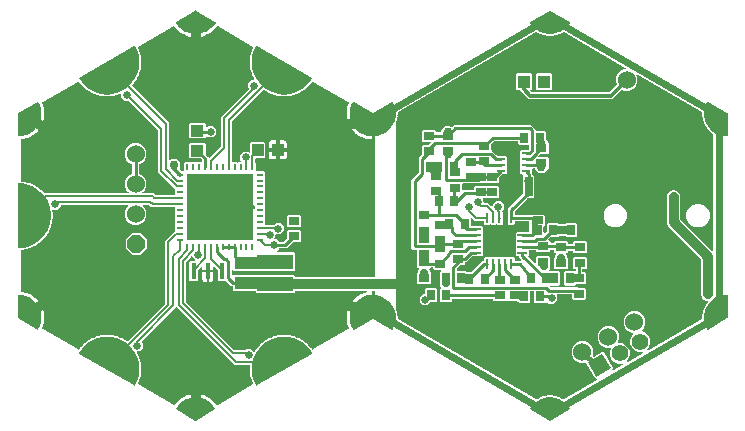
<source format=gbr>
G04 EAGLE Gerber RS-274X export*
G75*
%MOMM*%
%FSLAX34Y34*%
%LPD*%
%INBottom Copper*%
%IPPOS*%
%AMOC8*
5,1,8,0,0,1.08239X$1,22.5*%
G01*
%ADD10R,0.400000X1.399997*%
%ADD11C,1.000000*%
%ADD12R,0.254000X0.550000*%
%ADD13R,0.550000X0.254000*%
%ADD14R,5.600000X5.600000*%
%ADD15P,1.649562X8X22.500000*%
%ADD16R,1.000000X1.100000*%
%ADD17R,1.100000X1.000000*%
%ADD18R,1.500000X1.300000*%
%ADD19C,1.524000*%
%ADD20R,0.900000X0.700000*%
%ADD21R,0.700000X0.900000*%
%ADD22R,0.280000X0.840000*%
%ADD23R,0.840000X0.280000*%
%ADD24R,2.600000X2.600000*%
%ADD25R,0.750000X0.280000*%
%ADD26R,0.450000X1.600000*%
%ADD27R,1.408000X1.408000*%
%ADD28C,1.408000*%
%ADD29R,0.990000X3.580000*%
%ADD30R,0.990000X3.810000*%
%ADD31R,4.570000X0.990000*%
%ADD32R,3.810000X0.990000*%
%ADD33C,0.756400*%
%ADD34C,0.812800*%
%ADD35C,0.656400*%
%ADD36C,0.609600*%
%ADD37C,0.254000*%
%ADD38C,0.406400*%
%ADD39C,0.203200*%
%ADD40C,0.152400*%
%ADD41C,0.706400*%
%ADD42C,0.304800*%
%ADD43C,0.508000*%

G36*
X160761Y-155339D02*
X160761Y-155339D01*
X160873Y-155323D01*
X160884Y-155318D01*
X160892Y-155317D01*
X160914Y-155305D01*
X161026Y-155256D01*
X188688Y-139286D01*
X188744Y-139240D01*
X188805Y-139203D01*
X188838Y-139163D01*
X188879Y-139130D01*
X188917Y-139069D01*
X188963Y-139014D01*
X188982Y-138966D01*
X189010Y-138922D01*
X189026Y-138852D01*
X189052Y-138785D01*
X189055Y-138733D01*
X189067Y-138683D01*
X189061Y-138611D01*
X189064Y-138539D01*
X189050Y-138489D01*
X189045Y-138438D01*
X189017Y-138372D01*
X188997Y-138303D01*
X188967Y-138260D01*
X188947Y-138212D01*
X188898Y-138159D01*
X188858Y-138100D01*
X188816Y-138069D01*
X188781Y-138030D01*
X188718Y-137995D01*
X188661Y-137952D01*
X188594Y-137926D01*
X188566Y-137910D01*
X188543Y-137906D01*
X188505Y-137891D01*
X187458Y-137611D01*
X180060Y-124798D01*
X180001Y-124726D01*
X179948Y-124649D01*
X179924Y-124631D01*
X179905Y-124608D01*
X179826Y-124558D01*
X179751Y-124502D01*
X179722Y-124493D01*
X179696Y-124477D01*
X179606Y-124455D01*
X179517Y-124426D01*
X179487Y-124427D01*
X179457Y-124419D01*
X179364Y-124428D01*
X179271Y-124429D01*
X179234Y-124439D01*
X179212Y-124441D01*
X179182Y-124454D01*
X179110Y-124475D01*
X178628Y-124675D01*
X174990Y-124675D01*
X171629Y-123283D01*
X169056Y-120710D01*
X167664Y-117349D01*
X167664Y-113711D01*
X169056Y-110350D01*
X171629Y-107778D01*
X174990Y-106386D01*
X178628Y-106386D01*
X181989Y-107778D01*
X184561Y-110350D01*
X185954Y-113711D01*
X185954Y-117349D01*
X185515Y-118408D01*
X185488Y-118523D01*
X185459Y-118643D01*
X185459Y-118645D01*
X185459Y-118647D01*
X185470Y-118767D01*
X185481Y-118888D01*
X185482Y-118890D01*
X185482Y-118892D01*
X185531Y-119003D01*
X185580Y-119113D01*
X185581Y-119115D01*
X185582Y-119117D01*
X185664Y-119207D01*
X185745Y-119296D01*
X185747Y-119297D01*
X185748Y-119298D01*
X185854Y-119356D01*
X185960Y-119415D01*
X185962Y-119416D01*
X185964Y-119417D01*
X186086Y-119439D01*
X186202Y-119460D01*
X186204Y-119460D01*
X186206Y-119460D01*
X186326Y-119443D01*
X186445Y-119426D01*
X186448Y-119425D01*
X186449Y-119425D01*
X186456Y-119421D01*
X186599Y-119358D01*
X193401Y-115431D01*
X194621Y-115758D01*
X202292Y-129046D01*
X202012Y-130093D01*
X202005Y-130165D01*
X201988Y-130234D01*
X201992Y-130286D01*
X201987Y-130338D01*
X202003Y-130408D01*
X202010Y-130479D01*
X202031Y-130527D01*
X202042Y-130578D01*
X202080Y-130639D01*
X202108Y-130705D01*
X202143Y-130743D01*
X202171Y-130788D01*
X202225Y-130833D01*
X202274Y-130887D01*
X202319Y-130912D01*
X202359Y-130945D01*
X202426Y-130971D01*
X202489Y-131006D01*
X202540Y-131016D01*
X202588Y-131035D01*
X202660Y-131038D01*
X202730Y-131051D01*
X202782Y-131044D01*
X202834Y-131047D01*
X202903Y-131027D01*
X202974Y-131017D01*
X203040Y-130988D01*
X203071Y-130979D01*
X203090Y-130966D01*
X203128Y-130950D01*
X210541Y-126670D01*
X210578Y-126639D01*
X210620Y-126617D01*
X210672Y-126562D01*
X210731Y-126514D01*
X210757Y-126473D01*
X210790Y-126439D01*
X210821Y-126370D01*
X210862Y-126306D01*
X210873Y-126259D01*
X210893Y-126216D01*
X210902Y-126140D01*
X210919Y-126067D01*
X210915Y-126019D01*
X210920Y-125971D01*
X210904Y-125897D01*
X210897Y-125822D01*
X210878Y-125778D01*
X210868Y-125731D01*
X210829Y-125666D01*
X210799Y-125596D01*
X210766Y-125561D01*
X210742Y-125520D01*
X210684Y-125470D01*
X210633Y-125414D01*
X210591Y-125391D01*
X210555Y-125360D01*
X210485Y-125331D01*
X210418Y-125294D01*
X210371Y-125286D01*
X210327Y-125268D01*
X210199Y-125254D01*
X210177Y-125249D01*
X210170Y-125250D01*
X210160Y-125249D01*
X206656Y-125249D01*
X203508Y-123945D01*
X201099Y-121536D01*
X199795Y-118388D01*
X199795Y-114981D01*
X200604Y-113028D01*
X200615Y-112983D01*
X200634Y-112941D01*
X200643Y-112864D01*
X200660Y-112788D01*
X200656Y-112742D01*
X200661Y-112697D01*
X200645Y-112621D01*
X200637Y-112543D01*
X200619Y-112501D01*
X200609Y-112456D01*
X200569Y-112390D01*
X200537Y-112319D01*
X200506Y-112285D01*
X200483Y-112245D01*
X200424Y-112195D01*
X200371Y-112137D01*
X200331Y-112115D01*
X200296Y-112085D01*
X200224Y-112056D01*
X200155Y-112019D01*
X200110Y-112011D01*
X200068Y-111993D01*
X199932Y-111978D01*
X199913Y-111975D01*
X199908Y-111976D01*
X199901Y-111975D01*
X196987Y-111975D01*
X193626Y-110583D01*
X191053Y-108010D01*
X189661Y-104649D01*
X189661Y-101011D01*
X191053Y-97650D01*
X193626Y-95078D01*
X196987Y-93686D01*
X200625Y-93686D01*
X203986Y-95078D01*
X206558Y-97650D01*
X207951Y-101011D01*
X207951Y-104649D01*
X206949Y-107067D01*
X206939Y-107112D01*
X206919Y-107154D01*
X206911Y-107231D01*
X206893Y-107307D01*
X206897Y-107352D01*
X206892Y-107398D01*
X206909Y-107474D01*
X206916Y-107552D01*
X206935Y-107593D01*
X206944Y-107638D01*
X206984Y-107705D01*
X207016Y-107776D01*
X207047Y-107810D01*
X207071Y-107849D01*
X207130Y-107900D01*
X207182Y-107957D01*
X207223Y-107980D01*
X207257Y-108009D01*
X207330Y-108038D01*
X207398Y-108076D01*
X207443Y-108084D01*
X207486Y-108101D01*
X207622Y-108116D01*
X207640Y-108120D01*
X207645Y-108119D01*
X207652Y-108120D01*
X210063Y-108120D01*
X213211Y-109424D01*
X215621Y-111833D01*
X216925Y-114981D01*
X216925Y-118388D01*
X215621Y-121536D01*
X214502Y-122655D01*
X214488Y-122674D01*
X214469Y-122689D01*
X214416Y-122774D01*
X214358Y-122854D01*
X214351Y-122877D01*
X214339Y-122898D01*
X214315Y-122995D01*
X214286Y-123090D01*
X214287Y-123114D01*
X214281Y-123137D01*
X214290Y-123236D01*
X214292Y-123335D01*
X214301Y-123358D01*
X214303Y-123382D01*
X214343Y-123473D01*
X214377Y-123566D01*
X214392Y-123585D01*
X214402Y-123607D01*
X214469Y-123681D01*
X214531Y-123758D01*
X214551Y-123771D01*
X214567Y-123789D01*
X214654Y-123838D01*
X214738Y-123891D01*
X214761Y-123897D01*
X214782Y-123909D01*
X214880Y-123927D01*
X214976Y-123952D01*
X215000Y-123950D01*
X215024Y-123954D01*
X215122Y-123940D01*
X215221Y-123932D01*
X215243Y-123923D01*
X215267Y-123920D01*
X215421Y-123852D01*
X227862Y-116670D01*
X227899Y-116639D01*
X227941Y-116617D01*
X227993Y-116562D01*
X228052Y-116514D01*
X228078Y-116473D01*
X228111Y-116439D01*
X228142Y-116370D01*
X228183Y-116306D01*
X228194Y-116259D01*
X228214Y-116216D01*
X228223Y-116140D01*
X228240Y-116067D01*
X228236Y-116019D01*
X228241Y-115971D01*
X228225Y-115897D01*
X228219Y-115822D01*
X228199Y-115778D01*
X228189Y-115731D01*
X228150Y-115666D01*
X228120Y-115596D01*
X228087Y-115561D01*
X228063Y-115520D01*
X228005Y-115470D01*
X227954Y-115414D01*
X227912Y-115391D01*
X227876Y-115360D01*
X227806Y-115331D01*
X227739Y-115294D01*
X227692Y-115286D01*
X227648Y-115268D01*
X227520Y-115254D01*
X227498Y-115249D01*
X227491Y-115250D01*
X227481Y-115249D01*
X223977Y-115249D01*
X220829Y-113945D01*
X218419Y-111536D01*
X217116Y-108388D01*
X217116Y-104981D01*
X218419Y-101833D01*
X219678Y-100575D01*
X219720Y-100516D01*
X219769Y-100464D01*
X219791Y-100417D01*
X219821Y-100375D01*
X219843Y-100306D01*
X219873Y-100241D01*
X219878Y-100190D01*
X219894Y-100140D01*
X219892Y-100068D01*
X219900Y-99997D01*
X219889Y-99946D01*
X219887Y-99894D01*
X219863Y-99827D01*
X219848Y-99756D01*
X219821Y-99712D01*
X219803Y-99663D01*
X219758Y-99607D01*
X219721Y-99545D01*
X219682Y-99511D01*
X219649Y-99471D01*
X219589Y-99432D01*
X219535Y-99385D01*
X219486Y-99366D01*
X219442Y-99338D01*
X219373Y-99320D01*
X219306Y-99293D01*
X219235Y-99286D01*
X219204Y-99278D01*
X219181Y-99280D01*
X219140Y-99275D01*
X218984Y-99275D01*
X215623Y-97883D01*
X213050Y-95310D01*
X211658Y-91949D01*
X211658Y-88311D01*
X213050Y-84950D01*
X215623Y-82378D01*
X218984Y-80986D01*
X222622Y-80986D01*
X225983Y-82378D01*
X228555Y-84950D01*
X229948Y-88311D01*
X229948Y-91949D01*
X228555Y-95310D01*
X227031Y-96834D01*
X227005Y-96872D01*
X226971Y-96903D01*
X226933Y-96971D01*
X226888Y-97034D01*
X226874Y-97078D01*
X226852Y-97118D01*
X226838Y-97195D01*
X226815Y-97269D01*
X226817Y-97315D01*
X226808Y-97360D01*
X226820Y-97437D01*
X226822Y-97515D01*
X226838Y-97558D01*
X226844Y-97604D01*
X226879Y-97673D01*
X226906Y-97746D01*
X226935Y-97782D01*
X226956Y-97823D01*
X227011Y-97877D01*
X227060Y-97938D01*
X227099Y-97963D01*
X227131Y-97995D01*
X227251Y-98061D01*
X227267Y-98071D01*
X227272Y-98072D01*
X227278Y-98076D01*
X230532Y-99424D01*
X232941Y-101833D01*
X234245Y-104981D01*
X234245Y-108388D01*
X232941Y-111536D01*
X231822Y-112655D01*
X231808Y-112675D01*
X231789Y-112690D01*
X231736Y-112775D01*
X231678Y-112855D01*
X231671Y-112878D01*
X231658Y-112899D01*
X231635Y-112995D01*
X231606Y-113090D01*
X231607Y-113114D01*
X231601Y-113138D01*
X231610Y-113237D01*
X231612Y-113336D01*
X231621Y-113359D01*
X231623Y-113383D01*
X231663Y-113474D01*
X231697Y-113567D01*
X231712Y-113586D01*
X231721Y-113608D01*
X231788Y-113682D01*
X231850Y-113759D01*
X231871Y-113772D01*
X231887Y-113790D01*
X231974Y-113838D01*
X232057Y-113892D01*
X232081Y-113898D01*
X232102Y-113910D01*
X232199Y-113928D01*
X232296Y-113952D01*
X232320Y-113950D01*
X232344Y-113955D01*
X232442Y-113941D01*
X232541Y-113933D01*
X232563Y-113924D01*
X232587Y-113920D01*
X232741Y-113853D01*
X277725Y-87882D01*
X277812Y-87811D01*
X277901Y-87742D01*
X277907Y-87733D01*
X277915Y-87726D01*
X277975Y-87631D01*
X278037Y-87537D01*
X278040Y-87527D01*
X278046Y-87518D01*
X278072Y-87408D01*
X278101Y-87300D01*
X278101Y-87287D01*
X278103Y-87279D01*
X278101Y-87253D01*
X278100Y-87132D01*
X278055Y-86760D01*
X278092Y-86679D01*
X278137Y-86597D01*
X278143Y-86567D01*
X278155Y-86540D01*
X278180Y-86374D01*
X278233Y-85113D01*
X278229Y-85083D01*
X278233Y-85053D01*
X278214Y-84962D01*
X278203Y-84869D01*
X278190Y-84842D01*
X278184Y-84812D01*
X278139Y-84723D01*
X278264Y-84112D01*
X278266Y-84079D01*
X278279Y-83990D01*
X278305Y-83372D01*
X278354Y-83298D01*
X278412Y-83224D01*
X278422Y-83196D01*
X278439Y-83170D01*
X278491Y-83011D01*
X278744Y-81775D01*
X278746Y-81744D01*
X278754Y-81715D01*
X278751Y-81622D01*
X278754Y-81529D01*
X278746Y-81500D01*
X278745Y-81470D01*
X278714Y-81375D01*
X278936Y-80791D01*
X278943Y-80759D01*
X278971Y-80674D01*
X279095Y-80068D01*
X279156Y-80002D01*
X279224Y-79939D01*
X279239Y-79912D01*
X279260Y-79890D01*
X279336Y-79741D01*
X279785Y-78562D01*
X279791Y-78532D01*
X279804Y-78505D01*
X279816Y-78412D01*
X279834Y-78321D01*
X279830Y-78291D01*
X279834Y-78261D01*
X279819Y-78162D01*
X280132Y-77622D01*
X280144Y-77591D01*
X280185Y-77511D01*
X280405Y-76933D01*
X280475Y-76878D01*
X280553Y-76827D01*
X280572Y-76803D01*
X280596Y-76784D01*
X280695Y-76649D01*
X281327Y-75557D01*
X281338Y-75529D01*
X281356Y-75504D01*
X281382Y-75415D01*
X281415Y-75327D01*
X281416Y-75297D01*
X281424Y-75268D01*
X281425Y-75169D01*
X281821Y-74685D01*
X281837Y-74657D01*
X281891Y-74585D01*
X282200Y-74049D01*
X282279Y-74006D01*
X282364Y-73968D01*
X282386Y-73948D01*
X282413Y-73933D01*
X282533Y-73816D01*
X282785Y-73507D01*
X282802Y-73478D01*
X282826Y-73453D01*
X282863Y-73372D01*
X282908Y-73294D01*
X282915Y-73261D01*
X282929Y-73230D01*
X282939Y-73141D01*
X282957Y-73053D01*
X282953Y-73019D01*
X282956Y-72986D01*
X282937Y-72898D01*
X282926Y-72809D01*
X282911Y-72778D01*
X282904Y-72745D01*
X282858Y-72668D01*
X282819Y-72587D01*
X282795Y-72563D01*
X282778Y-72534D01*
X282710Y-72476D01*
X282647Y-72412D01*
X282617Y-72396D01*
X282591Y-72374D01*
X282508Y-72341D01*
X282428Y-72300D01*
X282394Y-72295D01*
X282363Y-72282D01*
X282196Y-72264D01*
X282028Y-72264D01*
X281487Y-72040D01*
X281423Y-72025D01*
X281363Y-72000D01*
X281280Y-71991D01*
X281248Y-71984D01*
X281228Y-71985D01*
X281196Y-71982D01*
X280942Y-71982D01*
X280762Y-71802D01*
X280709Y-71764D01*
X280662Y-71718D01*
X280589Y-71678D01*
X280562Y-71658D01*
X280544Y-71653D01*
X280515Y-71637D01*
X279974Y-71413D01*
X278402Y-69841D01*
X278178Y-69300D01*
X278143Y-69244D01*
X278118Y-69184D01*
X278066Y-69119D01*
X278048Y-69091D01*
X278033Y-69078D01*
X278013Y-69053D01*
X277833Y-68873D01*
X277833Y-68619D01*
X277822Y-68554D01*
X277822Y-68489D01*
X277799Y-68409D01*
X277793Y-68376D01*
X277784Y-68359D01*
X277775Y-68328D01*
X277551Y-67787D01*
X277551Y-37326D01*
X277536Y-37236D01*
X277529Y-37145D01*
X277517Y-37115D01*
X277511Y-37084D01*
X277469Y-37003D01*
X277433Y-36919D01*
X277407Y-36887D01*
X277396Y-36866D01*
X277373Y-36844D01*
X277328Y-36788D01*
X249330Y-8790D01*
X248479Y-6735D01*
X248479Y16919D01*
X248703Y17460D01*
X248718Y17524D01*
X248742Y17585D01*
X248751Y17667D01*
X248759Y17700D01*
X248757Y17719D01*
X248761Y17751D01*
X248761Y18006D01*
X248941Y18185D01*
X248979Y18239D01*
X249025Y18285D01*
X249065Y18358D01*
X249084Y18385D01*
X249090Y18404D01*
X249106Y18432D01*
X249330Y18973D01*
X250902Y20545D01*
X251443Y20769D01*
X251498Y20804D01*
X251559Y20830D01*
X251624Y20882D01*
X251652Y20899D01*
X251664Y20914D01*
X251690Y20934D01*
X251869Y21114D01*
X252124Y21114D01*
X252188Y21125D01*
X252254Y21125D01*
X252334Y21149D01*
X252366Y21154D01*
X252384Y21163D01*
X252415Y21172D01*
X252956Y21396D01*
X255179Y21396D01*
X255720Y21172D01*
X255784Y21157D01*
X255845Y21133D01*
X255927Y21124D01*
X255960Y21116D01*
X255979Y21118D01*
X256011Y21114D01*
X256266Y21114D01*
X256445Y20934D01*
X256499Y20896D01*
X256545Y20850D01*
X256618Y20810D01*
X256645Y20791D01*
X256664Y20785D01*
X256692Y20769D01*
X257233Y20545D01*
X258805Y18973D01*
X259029Y18432D01*
X259064Y18377D01*
X259090Y18316D01*
X259142Y18251D01*
X259159Y18223D01*
X259174Y18211D01*
X259194Y18185D01*
X259374Y18006D01*
X259374Y17751D01*
X259385Y17687D01*
X259385Y17621D01*
X259409Y17541D01*
X259414Y17509D01*
X259423Y17491D01*
X259432Y17460D01*
X259656Y16919D01*
X259656Y-2993D01*
X259671Y-3084D01*
X259678Y-3174D01*
X259691Y-3204D01*
X259696Y-3236D01*
X259739Y-3317D01*
X259774Y-3401D01*
X259800Y-3433D01*
X259811Y-3454D01*
X259834Y-3476D01*
X259879Y-3532D01*
X286415Y-30068D01*
X286473Y-30110D01*
X286525Y-30159D01*
X286573Y-30181D01*
X286615Y-30211D01*
X286683Y-30232D01*
X286749Y-30263D01*
X286800Y-30268D01*
X286850Y-30284D01*
X286922Y-30282D01*
X286993Y-30290D01*
X287044Y-30279D01*
X287096Y-30277D01*
X287163Y-30253D01*
X287233Y-30238D01*
X287278Y-30211D01*
X287327Y-30193D01*
X287383Y-30148D01*
X287444Y-30111D01*
X287478Y-30072D01*
X287519Y-30039D01*
X287558Y-29979D01*
X287604Y-29924D01*
X287624Y-29876D01*
X287652Y-29832D01*
X287669Y-29763D01*
X287696Y-29696D01*
X287704Y-29625D01*
X287712Y-29594D01*
X287710Y-29570D01*
X287715Y-29530D01*
X287715Y68558D01*
X287708Y68601D01*
X287710Y68645D01*
X287688Y68722D01*
X287675Y68801D01*
X287655Y68840D01*
X287643Y68881D01*
X287597Y68948D01*
X287560Y69019D01*
X287529Y69048D01*
X287504Y69084D01*
X287440Y69133D01*
X287382Y69188D01*
X287342Y69206D01*
X287308Y69232D01*
X287231Y69258D01*
X287159Y69292D01*
X287115Y69296D01*
X287074Y69310D01*
X287067Y69310D01*
X286589Y69733D01*
X286561Y69751D01*
X286491Y69807D01*
X285968Y70137D01*
X285927Y70217D01*
X285892Y70303D01*
X285873Y70326D01*
X285859Y70354D01*
X285746Y70478D01*
X284801Y71313D01*
X284775Y71330D01*
X284754Y71351D01*
X284720Y71370D01*
X284703Y71384D01*
X284663Y71400D01*
X284593Y71444D01*
X284563Y71451D01*
X284537Y71466D01*
X284439Y71486D01*
X284044Y71969D01*
X284031Y71981D01*
X284028Y71985D01*
X284011Y72001D01*
X283959Y72058D01*
X283496Y72467D01*
X283469Y72553D01*
X283448Y72644D01*
X283432Y72670D01*
X283423Y72698D01*
X283332Y72839D01*
X282533Y73816D01*
X282510Y73836D01*
X282493Y73861D01*
X282418Y73917D01*
X282348Y73978D01*
X282320Y73990D01*
X282296Y74008D01*
X282203Y74044D01*
X281891Y74585D01*
X281870Y74610D01*
X281821Y74685D01*
X281429Y75164D01*
X281417Y75253D01*
X281411Y75346D01*
X281399Y75374D01*
X281395Y75404D01*
X281327Y75557D01*
X280695Y76649D01*
X280676Y76673D01*
X280663Y76700D01*
X280598Y76767D01*
X280539Y76839D01*
X280514Y76855D01*
X280493Y76877D01*
X280407Y76928D01*
X280185Y77511D01*
X280168Y77540D01*
X280132Y77622D01*
X279822Y78157D01*
X279824Y78247D01*
X279833Y78340D01*
X279826Y78369D01*
X279827Y78399D01*
X279785Y78562D01*
X279336Y79741D01*
X279321Y79767D01*
X279312Y79796D01*
X279259Y79873D01*
X279213Y79954D01*
X279190Y79974D01*
X279173Y79999D01*
X279096Y80062D01*
X278971Y80674D01*
X278959Y80704D01*
X278936Y80791D01*
X278716Y81369D01*
X278732Y81458D01*
X278756Y81548D01*
X278754Y81578D01*
X278760Y81608D01*
X278744Y81775D01*
X278491Y83011D01*
X278480Y83039D01*
X278476Y83069D01*
X278436Y83154D01*
X278403Y83241D01*
X278384Y83264D01*
X278370Y83291D01*
X278305Y83366D01*
X278279Y83990D01*
X278273Y84022D01*
X278264Y84112D01*
X278140Y84717D01*
X278170Y84802D01*
X278208Y84887D01*
X278211Y84917D01*
X278221Y84946D01*
X278233Y85113D01*
X278180Y86374D01*
X278174Y86403D01*
X278176Y86434D01*
X278150Y86523D01*
X278131Y86615D01*
X278115Y86641D01*
X278107Y86670D01*
X278054Y86754D01*
X278100Y87132D01*
X278095Y87244D01*
X278093Y87357D01*
X278090Y87367D01*
X278089Y87378D01*
X278049Y87483D01*
X278011Y87589D01*
X278005Y87598D01*
X278001Y87607D01*
X277929Y87695D01*
X277860Y87783D01*
X277850Y87790D01*
X277844Y87797D01*
X277822Y87810D01*
X277725Y87882D01*
X223636Y119109D01*
X223520Y119153D01*
X223410Y119195D01*
X223408Y119196D01*
X223406Y119196D01*
X223286Y119201D01*
X223164Y119206D01*
X223162Y119205D01*
X223160Y119205D01*
X223046Y119171D01*
X222928Y119137D01*
X222926Y119136D01*
X222924Y119136D01*
X222825Y119065D01*
X222726Y118997D01*
X222725Y118995D01*
X222723Y118994D01*
X222649Y118894D01*
X222579Y118800D01*
X222579Y118798D01*
X222577Y118796D01*
X222540Y118678D01*
X222503Y118566D01*
X222503Y118564D01*
X222503Y118562D01*
X222504Y118440D01*
X222506Y118320D01*
X222506Y118317D01*
X222506Y118316D01*
X222509Y118309D01*
X222552Y118159D01*
X223238Y116503D01*
X223238Y112865D01*
X221846Y109504D01*
X219274Y106931D01*
X215912Y105539D01*
X212274Y105539D01*
X210613Y106227D01*
X210499Y106254D01*
X210386Y106283D01*
X210380Y106282D01*
X210374Y106283D01*
X210257Y106272D01*
X210141Y106263D01*
X210135Y106261D01*
X210129Y106260D01*
X210021Y106213D01*
X209914Y106167D01*
X209909Y106162D01*
X209904Y106160D01*
X209890Y106148D01*
X209783Y106062D01*
X202272Y98551D01*
X131293Y98551D01*
X124183Y105662D01*
X124183Y105720D01*
X124179Y105740D01*
X124181Y105760D01*
X124159Y105861D01*
X124143Y105963D01*
X124133Y105981D01*
X124129Y106000D01*
X124076Y106089D01*
X124028Y106180D01*
X124013Y106194D01*
X124003Y106211D01*
X123924Y106279D01*
X123849Y106350D01*
X123831Y106358D01*
X123816Y106371D01*
X123720Y106410D01*
X123626Y106453D01*
X123607Y106456D01*
X123588Y106463D01*
X123421Y106482D01*
X121600Y106482D01*
X120707Y107375D01*
X120707Y119638D01*
X121600Y120531D01*
X132863Y120531D01*
X133756Y119638D01*
X133756Y107375D01*
X132963Y106582D01*
X132951Y106565D01*
X132936Y106553D01*
X132880Y106466D01*
X132819Y106382D01*
X132813Y106363D01*
X132803Y106346D01*
X132777Y106246D01*
X132747Y106147D01*
X132747Y106127D01*
X132743Y106107D01*
X132751Y106004D01*
X132753Y105901D01*
X132760Y105882D01*
X132762Y105862D01*
X132802Y105767D01*
X132838Y105670D01*
X132850Y105654D01*
X132858Y105636D01*
X132963Y105505D01*
X133596Y104872D01*
X133670Y104818D01*
X133740Y104759D01*
X133770Y104747D01*
X133796Y104728D01*
X133883Y104701D01*
X133968Y104667D01*
X134009Y104663D01*
X134031Y104656D01*
X134063Y104657D01*
X134134Y104649D01*
X199431Y104649D01*
X199521Y104663D01*
X199612Y104671D01*
X199642Y104683D01*
X199674Y104688D01*
X199755Y104731D01*
X199839Y104767D01*
X199871Y104793D01*
X199891Y104804D01*
X199914Y104827D01*
X199970Y104872D01*
X205472Y110374D01*
X205539Y110468D01*
X205610Y110563D01*
X205612Y110569D01*
X205615Y110574D01*
X205649Y110684D01*
X205686Y110796D01*
X205686Y110803D01*
X205688Y110809D01*
X205685Y110925D01*
X205684Y111042D01*
X205681Y111050D01*
X205681Y111055D01*
X205675Y111072D01*
X205637Y111203D01*
X204949Y112865D01*
X204949Y116503D01*
X206341Y119864D01*
X208913Y122436D01*
X212274Y123829D01*
X212621Y123829D01*
X212668Y123836D01*
X212716Y123835D01*
X212789Y123856D01*
X212864Y123868D01*
X212906Y123891D01*
X212952Y123904D01*
X213014Y123948D01*
X213081Y123983D01*
X213114Y124018D01*
X213153Y124046D01*
X213198Y124107D01*
X213250Y124162D01*
X213270Y124205D01*
X213299Y124244D01*
X213322Y124316D01*
X213354Y124385D01*
X213359Y124432D01*
X213374Y124478D01*
X213373Y124554D01*
X213381Y124629D01*
X213371Y124676D01*
X213370Y124724D01*
X213345Y124796D01*
X213329Y124870D01*
X213304Y124911D01*
X213288Y124956D01*
X213241Y125016D01*
X213203Y125081D01*
X213166Y125112D01*
X213137Y125150D01*
X213033Y125226D01*
X213016Y125241D01*
X213010Y125243D01*
X213001Y125249D01*
X161026Y155256D01*
X160921Y155296D01*
X160816Y155339D01*
X160806Y155339D01*
X160796Y155343D01*
X160683Y155347D01*
X160570Y155354D01*
X160561Y155352D01*
X160551Y155352D01*
X160442Y155320D01*
X160333Y155291D01*
X160322Y155284D01*
X160315Y155282D01*
X160294Y155268D01*
X160188Y155205D01*
X159913Y154998D01*
X159824Y154989D01*
X159730Y154987D01*
X159702Y154977D01*
X159672Y154974D01*
X159515Y154913D01*
X158392Y154323D01*
X158368Y154305D01*
X158340Y154293D01*
X158271Y154232D01*
X158196Y154175D01*
X158179Y154150D01*
X158156Y154130D01*
X158102Y154047D01*
X157510Y153849D01*
X157481Y153834D01*
X157397Y153801D01*
X156850Y153514D01*
X156760Y153519D01*
X156668Y153532D01*
X156638Y153527D01*
X156608Y153528D01*
X156444Y153493D01*
X155241Y153091D01*
X155214Y153077D01*
X155185Y153070D01*
X155106Y153020D01*
X155023Y152977D01*
X155002Y152955D01*
X154977Y152939D01*
X154910Y152865D01*
X154294Y152765D01*
X154263Y152754D01*
X154175Y152736D01*
X153588Y152540D01*
X153501Y152560D01*
X153412Y152587D01*
X153382Y152586D01*
X153352Y152593D01*
X153184Y152585D01*
X151933Y152381D01*
X151904Y152372D01*
X151874Y152369D01*
X151788Y152333D01*
X151700Y152303D01*
X151675Y152285D01*
X151648Y152273D01*
X151570Y152211D01*
X150945Y152211D01*
X150913Y152205D01*
X150823Y152201D01*
X150213Y152102D01*
X150130Y152135D01*
X150046Y152177D01*
X150016Y152181D01*
X149988Y152192D01*
X149822Y152211D01*
X148553Y152211D01*
X148524Y152206D01*
X148493Y152208D01*
X148403Y152186D01*
X148311Y152171D01*
X148284Y152157D01*
X148254Y152150D01*
X148168Y152101D01*
X147552Y152201D01*
X147519Y152201D01*
X147430Y152211D01*
X146811Y152211D01*
X146735Y152257D01*
X146659Y152312D01*
X146630Y152321D01*
X146604Y152336D01*
X146442Y152381D01*
X145191Y152585D01*
X145160Y152585D01*
X145131Y152592D01*
X145038Y152584D01*
X144945Y152584D01*
X144916Y152575D01*
X144886Y152572D01*
X144792Y152538D01*
X144200Y152736D01*
X144168Y152741D01*
X144081Y152765D01*
X143471Y152864D01*
X143402Y152922D01*
X143336Y152988D01*
X143309Y153002D01*
X143286Y153021D01*
X143134Y153091D01*
X141931Y153493D01*
X141901Y153498D01*
X141873Y153510D01*
X141780Y153517D01*
X141688Y153532D01*
X141658Y153527D01*
X141628Y153530D01*
X141531Y153511D01*
X140978Y153801D01*
X140946Y153811D01*
X140865Y153849D01*
X140279Y154045D01*
X140221Y154113D01*
X140166Y154189D01*
X140141Y154206D01*
X140122Y154229D01*
X139983Y154323D01*
X138860Y154913D01*
X138831Y154922D01*
X138805Y154938D01*
X138715Y154961D01*
X138626Y154990D01*
X138596Y154990D01*
X138567Y154997D01*
X138467Y154994D01*
X138187Y155205D01*
X138087Y155258D01*
X137988Y155313D01*
X137978Y155315D01*
X137969Y155319D01*
X137857Y155337D01*
X137746Y155358D01*
X137736Y155356D01*
X137726Y155358D01*
X137614Y155339D01*
X137502Y155323D01*
X137491Y155318D01*
X137483Y155317D01*
X137461Y155305D01*
X137349Y155256D01*
X20663Y87890D01*
X20629Y87862D01*
X20590Y87842D01*
X20535Y87784D01*
X20473Y87734D01*
X20449Y87697D01*
X20419Y87665D01*
X20384Y87593D01*
X20342Y87525D01*
X20332Y87483D01*
X20313Y87443D01*
X20288Y87300D01*
X20284Y87286D01*
X20285Y87283D01*
X20284Y87278D01*
X20271Y87079D01*
X20275Y87047D01*
X20274Y86952D01*
X20337Y86347D01*
X20336Y86345D01*
X20294Y86259D01*
X20247Y86176D01*
X20242Y86149D01*
X20230Y86123D01*
X20201Y85958D01*
X20112Y84551D01*
X20115Y84523D01*
X20111Y84495D01*
X20127Y84401D01*
X20137Y84306D01*
X20148Y84281D01*
X20153Y84253D01*
X20200Y84153D01*
X20060Y83556D01*
X20058Y83524D01*
X20042Y83430D01*
X20004Y82823D01*
X20002Y82822D01*
X19947Y82744D01*
X19886Y82669D01*
X19876Y82643D01*
X19860Y82621D01*
X19804Y82462D01*
X19482Y81089D01*
X19480Y81062D01*
X19471Y81035D01*
X19472Y80939D01*
X19465Y80844D01*
X19472Y80817D01*
X19472Y80789D01*
X19503Y80683D01*
X19265Y80117D01*
X19257Y80086D01*
X19225Y79996D01*
X19103Y79473D01*
X19102Y79469D01*
X19101Y79466D01*
X19082Y79299D01*
X19082Y-79299D01*
X19083Y-79303D01*
X19083Y-79306D01*
X19103Y-79473D01*
X19225Y-79996D01*
X19238Y-80026D01*
X19265Y-80117D01*
X19500Y-80678D01*
X19499Y-80680D01*
X19485Y-80774D01*
X19463Y-80868D01*
X19466Y-80895D01*
X19462Y-80923D01*
X19482Y-81089D01*
X19804Y-82462D01*
X19814Y-82488D01*
X19818Y-82516D01*
X19831Y-82540D01*
X19835Y-82558D01*
X19863Y-82606D01*
X19898Y-82690D01*
X19916Y-82711D01*
X19929Y-82736D01*
X20003Y-82817D01*
X20042Y-83430D01*
X20049Y-83461D01*
X20060Y-83556D01*
X20199Y-84148D01*
X20198Y-84150D01*
X20167Y-84241D01*
X20131Y-84329D01*
X20129Y-84357D01*
X20120Y-84383D01*
X20112Y-84551D01*
X20201Y-85958D01*
X20207Y-85985D01*
X20206Y-86013D01*
X20234Y-86105D01*
X20256Y-86198D01*
X20270Y-86222D01*
X20278Y-86248D01*
X20338Y-86341D01*
X20274Y-86952D01*
X20276Y-86984D01*
X20271Y-87079D01*
X20284Y-87278D01*
X20294Y-87321D01*
X20294Y-87365D01*
X20321Y-87440D01*
X20339Y-87518D01*
X20362Y-87555D01*
X20376Y-87596D01*
X20425Y-87659D01*
X20467Y-87728D01*
X20501Y-87756D01*
X20528Y-87790D01*
X20646Y-87877D01*
X20656Y-87885D01*
X20659Y-87887D01*
X20663Y-87890D01*
X137349Y-155256D01*
X137454Y-155296D01*
X137559Y-155339D01*
X137569Y-155339D01*
X137579Y-155343D01*
X137691Y-155347D01*
X137804Y-155354D01*
X137814Y-155352D01*
X137824Y-155352D01*
X137932Y-155320D01*
X138042Y-155291D01*
X138053Y-155284D01*
X138060Y-155282D01*
X138081Y-155268D01*
X138186Y-155205D01*
X138462Y-154998D01*
X138551Y-154989D01*
X138645Y-154987D01*
X138673Y-154977D01*
X138703Y-154974D01*
X138860Y-154913D01*
X139983Y-154323D01*
X140007Y-154305D01*
X140035Y-154293D01*
X140104Y-154232D01*
X140179Y-154175D01*
X140196Y-154150D01*
X140219Y-154130D01*
X140273Y-154047D01*
X140865Y-153849D01*
X140894Y-153834D01*
X140978Y-153801D01*
X141525Y-153514D01*
X141615Y-153519D01*
X141707Y-153532D01*
X141737Y-153527D01*
X141767Y-153528D01*
X141931Y-153493D01*
X143134Y-153091D01*
X143161Y-153077D01*
X143190Y-153070D01*
X143269Y-153020D01*
X143352Y-152977D01*
X143373Y-152955D01*
X143398Y-152939D01*
X143465Y-152865D01*
X144081Y-152765D01*
X144112Y-152754D01*
X144200Y-152736D01*
X144787Y-152540D01*
X144874Y-152560D01*
X144963Y-152587D01*
X144993Y-152586D01*
X145023Y-152593D01*
X145191Y-152585D01*
X146442Y-152381D01*
X146471Y-152372D01*
X146501Y-152369D01*
X146587Y-152333D01*
X146675Y-152303D01*
X146700Y-152285D01*
X146727Y-152273D01*
X146805Y-152211D01*
X147430Y-152211D01*
X147462Y-152205D01*
X147552Y-152201D01*
X148162Y-152102D01*
X148245Y-152135D01*
X148329Y-152177D01*
X148359Y-152181D01*
X148387Y-152192D01*
X148553Y-152211D01*
X149822Y-152211D01*
X149851Y-152206D01*
X149882Y-152208D01*
X149972Y-152186D01*
X150064Y-152171D01*
X150091Y-152157D01*
X150121Y-152150D01*
X150207Y-152101D01*
X150823Y-152201D01*
X150856Y-152201D01*
X150945Y-152211D01*
X151564Y-152211D01*
X151640Y-152257D01*
X151716Y-152312D01*
X151745Y-152321D01*
X151771Y-152336D01*
X151933Y-152381D01*
X153184Y-152585D01*
X153215Y-152585D01*
X153244Y-152592D01*
X153337Y-152584D01*
X153430Y-152584D01*
X153459Y-152575D01*
X153489Y-152572D01*
X153583Y-152538D01*
X154175Y-152736D01*
X154207Y-152741D01*
X154294Y-152765D01*
X154904Y-152864D01*
X154972Y-152922D01*
X155039Y-152988D01*
X155066Y-153002D01*
X155089Y-153021D01*
X155241Y-153091D01*
X156444Y-153493D01*
X156474Y-153498D01*
X156502Y-153510D01*
X156595Y-153517D01*
X156687Y-153532D01*
X156717Y-153527D01*
X156747Y-153530D01*
X156844Y-153511D01*
X157397Y-153801D01*
X157429Y-153811D01*
X157510Y-153849D01*
X158096Y-154045D01*
X158155Y-154113D01*
X158209Y-154189D01*
X158234Y-154206D01*
X158253Y-154229D01*
X158392Y-154323D01*
X159515Y-154913D01*
X159544Y-154922D01*
X159570Y-154938D01*
X159660Y-154961D01*
X159749Y-154990D01*
X159779Y-154990D01*
X159808Y-154997D01*
X159908Y-154994D01*
X160189Y-155205D01*
X160288Y-155257D01*
X160387Y-155313D01*
X160397Y-155315D01*
X160406Y-155319D01*
X160518Y-155337D01*
X160629Y-155358D01*
X160639Y-155356D01*
X160649Y-155358D01*
X160761Y-155339D01*
G37*
%LPC*%
G36*
X148821Y-74657D02*
X148821Y-74657D01*
X146968Y-72803D01*
X146910Y-72761D01*
X146858Y-72712D01*
X146811Y-72690D01*
X146768Y-72660D01*
X146700Y-72639D01*
X146635Y-72608D01*
X146583Y-72603D01*
X146533Y-72587D01*
X146461Y-72589D01*
X146390Y-72581D01*
X146339Y-72592D01*
X146287Y-72594D01*
X146220Y-72618D01*
X146150Y-72634D01*
X146105Y-72660D01*
X146056Y-72678D01*
X146000Y-72723D01*
X145939Y-72760D01*
X145905Y-72799D01*
X145864Y-72832D01*
X145826Y-72892D01*
X145779Y-72947D01*
X145759Y-72995D01*
X145731Y-73039D01*
X145714Y-73108D01*
X145687Y-73175D01*
X145679Y-73246D01*
X145671Y-73277D01*
X145673Y-73301D01*
X145668Y-73342D01*
X145668Y-73394D01*
X144775Y-74287D01*
X136512Y-74287D01*
X135619Y-73394D01*
X135619Y-64469D01*
X135616Y-64449D01*
X135618Y-64429D01*
X135596Y-64328D01*
X135579Y-64226D01*
X135570Y-64208D01*
X135566Y-64189D01*
X135513Y-64100D01*
X135464Y-64009D01*
X135450Y-63995D01*
X135440Y-63978D01*
X135361Y-63910D01*
X135286Y-63839D01*
X135268Y-63831D01*
X135253Y-63818D01*
X135156Y-63779D01*
X135063Y-63736D01*
X135043Y-63733D01*
X135024Y-63726D01*
X134858Y-63707D01*
X133430Y-63707D01*
X133410Y-63711D01*
X133390Y-63709D01*
X133289Y-63731D01*
X133187Y-63747D01*
X133169Y-63757D01*
X133150Y-63761D01*
X133061Y-63814D01*
X132970Y-63862D01*
X132956Y-63877D01*
X132939Y-63887D01*
X132871Y-63966D01*
X132800Y-64041D01*
X132792Y-64059D01*
X132779Y-64074D01*
X132740Y-64170D01*
X132697Y-64264D01*
X132694Y-64283D01*
X132687Y-64302D01*
X132668Y-64469D01*
X132668Y-73394D01*
X131775Y-74287D01*
X123512Y-74287D01*
X122767Y-73542D01*
X122693Y-73489D01*
X122624Y-73430D01*
X122594Y-73417D01*
X122567Y-73399D01*
X122480Y-73372D01*
X122396Y-73338D01*
X122392Y-73337D01*
X121921Y-72866D01*
X121847Y-72813D01*
X121778Y-72754D01*
X121748Y-72742D01*
X121722Y-72723D01*
X121635Y-72696D01*
X121550Y-72662D01*
X121509Y-72657D01*
X121487Y-72651D01*
X121454Y-72651D01*
X121383Y-72643D01*
X114526Y-72643D01*
X113747Y-71864D01*
X113731Y-71852D01*
X113718Y-71837D01*
X113631Y-71781D01*
X113547Y-71721D01*
X113528Y-71715D01*
X113511Y-71704D01*
X113411Y-71679D01*
X113312Y-71648D01*
X113292Y-71649D01*
X113273Y-71644D01*
X113170Y-71652D01*
X113066Y-71655D01*
X113047Y-71661D01*
X113028Y-71663D01*
X112933Y-71703D01*
X112835Y-71739D01*
X112820Y-71752D01*
X112801Y-71759D01*
X112670Y-71864D01*
X111891Y-72643D01*
X109995Y-72643D01*
X109905Y-72658D01*
X109814Y-72665D01*
X109790Y-72675D01*
X105312Y-72675D01*
X105278Y-72662D01*
X105237Y-72657D01*
X105215Y-72651D01*
X105183Y-72651D01*
X105111Y-72643D01*
X101628Y-72643D01*
X100735Y-71750D01*
X100735Y-71175D01*
X100731Y-71155D01*
X100734Y-71135D01*
X100712Y-71034D01*
X100695Y-70932D01*
X100686Y-70914D01*
X100681Y-70895D01*
X100628Y-70806D01*
X100580Y-70715D01*
X100565Y-70701D01*
X100555Y-70684D01*
X100476Y-70616D01*
X100401Y-70545D01*
X100383Y-70537D01*
X100368Y-70524D01*
X100272Y-70485D01*
X100178Y-70442D01*
X100159Y-70439D01*
X100140Y-70432D01*
X99973Y-70413D01*
X67055Y-70413D01*
X67035Y-70417D01*
X67015Y-70415D01*
X66914Y-70437D01*
X66812Y-70453D01*
X66794Y-70463D01*
X66775Y-70467D01*
X66686Y-70520D01*
X66595Y-70568D01*
X66581Y-70583D01*
X66564Y-70593D01*
X66496Y-70672D01*
X66425Y-70747D01*
X66417Y-70765D01*
X66404Y-70780D01*
X66365Y-70876D01*
X66322Y-70970D01*
X66319Y-70989D01*
X66312Y-71008D01*
X66293Y-71175D01*
X66293Y-72402D01*
X65400Y-73295D01*
X57137Y-73295D01*
X56244Y-72402D01*
X56244Y-62139D01*
X56987Y-61396D01*
X56998Y-61380D01*
X57014Y-61367D01*
X57070Y-61280D01*
X57130Y-61196D01*
X57136Y-61177D01*
X57147Y-61160D01*
X57172Y-61060D01*
X57203Y-60961D01*
X57202Y-60941D01*
X57207Y-60922D01*
X57199Y-60819D01*
X57196Y-60715D01*
X57189Y-60696D01*
X57188Y-60677D01*
X57148Y-60582D01*
X57112Y-60484D01*
X57099Y-60469D01*
X57092Y-60450D01*
X56987Y-60319D01*
X55912Y-59245D01*
X55912Y-54908D01*
X55926Y-54875D01*
X55930Y-54834D01*
X55937Y-54812D01*
X55936Y-54779D01*
X55944Y-54708D01*
X55944Y-48050D01*
X57038Y-46956D01*
X57080Y-46897D01*
X57129Y-46845D01*
X57151Y-46798D01*
X57182Y-46756D01*
X57203Y-46687D01*
X57233Y-46622D01*
X57239Y-46570D01*
X57254Y-46521D01*
X57252Y-46449D01*
X57260Y-46378D01*
X57249Y-46327D01*
X57248Y-46275D01*
X57223Y-46207D01*
X57208Y-46137D01*
X57181Y-46093D01*
X57163Y-46044D01*
X57118Y-45988D01*
X57082Y-45926D01*
X57042Y-45892D01*
X57010Y-45852D01*
X56949Y-45813D01*
X56895Y-45766D01*
X56846Y-45747D01*
X56803Y-45719D01*
X56733Y-45701D01*
X56667Y-45674D01*
X56595Y-45667D01*
X56564Y-45659D01*
X56541Y-45661D01*
X56500Y-45656D01*
X51225Y-45656D01*
X50332Y-44763D01*
X50332Y-44187D01*
X50330Y-44179D01*
X50330Y-44176D01*
X50328Y-44166D01*
X50330Y-44148D01*
X50308Y-44047D01*
X50292Y-43944D01*
X50282Y-43927D01*
X50278Y-43907D01*
X50225Y-43818D01*
X50177Y-43727D01*
X50162Y-43713D01*
X50152Y-43696D01*
X50073Y-43629D01*
X49998Y-43558D01*
X49980Y-43549D01*
X49965Y-43536D01*
X49869Y-43498D01*
X49775Y-43454D01*
X49756Y-43452D01*
X49737Y-43444D01*
X49570Y-43426D01*
X49446Y-43426D01*
X49356Y-43441D01*
X49265Y-43448D01*
X49235Y-43460D01*
X49203Y-43466D01*
X49122Y-43508D01*
X49038Y-43544D01*
X49006Y-43570D01*
X48986Y-43581D01*
X48963Y-43604D01*
X48907Y-43649D01*
X47994Y-44562D01*
X47845Y-44562D01*
X47774Y-44574D01*
X47703Y-44576D01*
X47654Y-44594D01*
X47602Y-44602D01*
X47539Y-44636D01*
X47472Y-44660D01*
X47431Y-44693D01*
X47385Y-44717D01*
X47336Y-44769D01*
X47280Y-44814D01*
X47251Y-44858D01*
X47216Y-44895D01*
X47185Y-44960D01*
X47147Y-45021D01*
X47134Y-45071D01*
X47112Y-45118D01*
X47104Y-45190D01*
X47087Y-45259D01*
X47091Y-45311D01*
X47085Y-45363D01*
X47100Y-45433D01*
X47106Y-45504D01*
X47126Y-45552D01*
X47137Y-45603D01*
X47174Y-45665D01*
X47202Y-45731D01*
X47247Y-45787D01*
X47263Y-45814D01*
X47281Y-45830D01*
X47307Y-45862D01*
X47919Y-46474D01*
X47919Y-47123D01*
X47934Y-47213D01*
X47941Y-47304D01*
X47954Y-47333D01*
X47959Y-47365D01*
X48002Y-47446D01*
X48037Y-47530D01*
X48063Y-47562D01*
X48074Y-47583D01*
X48097Y-47605D01*
X48142Y-47661D01*
X48887Y-48406D01*
X48887Y-56669D01*
X47994Y-57562D01*
X37731Y-57562D01*
X36838Y-56669D01*
X36838Y-48406D01*
X37583Y-47661D01*
X37636Y-47587D01*
X37695Y-47517D01*
X37708Y-47487D01*
X37726Y-47461D01*
X37753Y-47374D01*
X37787Y-47289D01*
X37792Y-47248D01*
X37799Y-47226D01*
X37798Y-47194D01*
X37806Y-47123D01*
X37806Y-46474D01*
X38418Y-45862D01*
X38460Y-45804D01*
X38509Y-45752D01*
X38531Y-45704D01*
X38562Y-45662D01*
X38583Y-45594D01*
X38613Y-45528D01*
X38619Y-45477D01*
X38634Y-45427D01*
X38632Y-45355D01*
X38640Y-45284D01*
X38629Y-45233D01*
X38628Y-45181D01*
X38603Y-45114D01*
X38588Y-45044D01*
X38561Y-44999D01*
X38543Y-44950D01*
X38498Y-44894D01*
X38462Y-44833D01*
X38422Y-44799D01*
X38390Y-44758D01*
X38329Y-44719D01*
X38275Y-44673D01*
X38226Y-44653D01*
X38183Y-44625D01*
X38113Y-44608D01*
X38047Y-44581D01*
X37975Y-44573D01*
X37944Y-44565D01*
X37921Y-44567D01*
X37880Y-44562D01*
X37731Y-44562D01*
X36838Y-43669D01*
X36838Y-29544D01*
X36835Y-29524D01*
X36837Y-29504D01*
X36815Y-29403D01*
X36798Y-29301D01*
X36789Y-29283D01*
X36784Y-29264D01*
X36731Y-29175D01*
X36683Y-29084D01*
X36669Y-29070D01*
X36658Y-29053D01*
X36580Y-28985D01*
X36505Y-28914D01*
X36487Y-28906D01*
X36471Y-28893D01*
X36375Y-28854D01*
X36282Y-28811D01*
X36262Y-28808D01*
X36243Y-28801D01*
X36077Y-28782D01*
X33561Y-28782D01*
X31924Y-27145D01*
X31924Y30170D01*
X38257Y36503D01*
X38310Y36577D01*
X38370Y36647D01*
X38382Y36677D01*
X38401Y36703D01*
X38428Y36790D01*
X38462Y36875D01*
X38466Y36916D01*
X38473Y36938D01*
X38472Y36970D01*
X38480Y37042D01*
X38480Y49426D01*
X40584Y51530D01*
X40637Y51604D01*
X40696Y51673D01*
X40708Y51703D01*
X40727Y51729D01*
X40754Y51816D01*
X40788Y51901D01*
X40793Y51942D01*
X40799Y51964D01*
X40799Y51997D01*
X40807Y52068D01*
X40807Y58750D01*
X41700Y59643D01*
X46001Y59643D01*
X46091Y59658D01*
X46182Y59665D01*
X46212Y59678D01*
X46244Y59683D01*
X46324Y59726D01*
X46408Y59762D01*
X46440Y59787D01*
X46461Y59798D01*
X46483Y59822D01*
X46539Y59866D01*
X47967Y61294D01*
X48009Y61353D01*
X48058Y61405D01*
X48080Y61452D01*
X48111Y61494D01*
X48132Y61563D01*
X48162Y61628D01*
X48168Y61680D01*
X48183Y61729D01*
X48181Y61801D01*
X48189Y61872D01*
X48178Y61923D01*
X48177Y61975D01*
X48152Y62043D01*
X48137Y62113D01*
X48110Y62157D01*
X48092Y62206D01*
X48047Y62262D01*
X48011Y62324D01*
X47971Y62358D01*
X47939Y62398D01*
X47878Y62437D01*
X47824Y62484D01*
X47775Y62503D01*
X47732Y62531D01*
X47662Y62549D01*
X47596Y62576D01*
X47524Y62583D01*
X47493Y62591D01*
X47470Y62589D01*
X47429Y62594D01*
X41700Y62594D01*
X40807Y63487D01*
X40807Y71750D01*
X41700Y72643D01*
X51963Y72643D01*
X52856Y71750D01*
X52856Y71175D01*
X52859Y71155D01*
X52857Y71135D01*
X52879Y71034D01*
X52896Y70932D01*
X52905Y70914D01*
X52909Y70895D01*
X52962Y70806D01*
X53011Y70715D01*
X53025Y70701D01*
X53035Y70684D01*
X53114Y70616D01*
X53189Y70545D01*
X53207Y70537D01*
X53222Y70524D01*
X53319Y70485D01*
X53412Y70442D01*
X53432Y70439D01*
X53451Y70432D01*
X53617Y70413D01*
X55920Y70413D01*
X55940Y70417D01*
X55960Y70415D01*
X56061Y70437D01*
X56163Y70453D01*
X56181Y70463D01*
X56200Y70467D01*
X56289Y70520D01*
X56380Y70568D01*
X56394Y70583D01*
X56411Y70593D01*
X56479Y70672D01*
X56550Y70747D01*
X56558Y70765D01*
X56571Y70780D01*
X56610Y70876D01*
X56653Y70970D01*
X56656Y70989D01*
X56663Y71008D01*
X56682Y71175D01*
X56682Y71750D01*
X57177Y72245D01*
X57230Y72319D01*
X57289Y72389D01*
X57301Y72419D01*
X57320Y72445D01*
X57347Y72532D01*
X57364Y72575D01*
X60508Y75719D01*
X64904Y75719D01*
X65341Y75283D01*
X65357Y75271D01*
X65370Y75255D01*
X65457Y75199D01*
X65541Y75139D01*
X65560Y75133D01*
X65577Y75122D01*
X65677Y75097D01*
X65776Y75067D01*
X65796Y75067D01*
X65815Y75062D01*
X65918Y75070D01*
X66022Y75073D01*
X66041Y75080D01*
X66060Y75081D01*
X66155Y75122D01*
X66253Y75157D01*
X66268Y75170D01*
X66287Y75178D01*
X66418Y75283D01*
X67843Y76707D01*
X133620Y76707D01*
X136938Y73389D01*
X136938Y72667D01*
X136942Y72648D01*
X136940Y72628D01*
X136962Y72527D01*
X136978Y72424D01*
X136988Y72407D01*
X136992Y72387D01*
X137045Y72298D01*
X137093Y72207D01*
X137108Y72193D01*
X137118Y72176D01*
X137197Y72109D01*
X137272Y72038D01*
X137290Y72029D01*
X137305Y72016D01*
X137401Y71978D01*
X137495Y71934D01*
X137514Y71932D01*
X137533Y71924D01*
X137700Y71906D01*
X144775Y71906D01*
X145668Y71013D01*
X145668Y65352D01*
X145683Y65262D01*
X145690Y65171D01*
X145703Y65141D01*
X145708Y65109D01*
X145751Y65028D01*
X145787Y64944D01*
X145812Y64912D01*
X145823Y64892D01*
X145847Y64869D01*
X145891Y64813D01*
X147388Y63317D01*
X147388Y62465D01*
X147403Y62375D01*
X147410Y62284D01*
X147422Y62254D01*
X147428Y62222D01*
X147470Y62141D01*
X147506Y62058D01*
X147532Y62025D01*
X147543Y62005D01*
X147566Y61983D01*
X147611Y61927D01*
X148106Y61432D01*
X148106Y53168D01*
X147213Y52275D01*
X141669Y52275D01*
X141579Y52261D01*
X141488Y52253D01*
X141458Y52241D01*
X141427Y52236D01*
X141346Y52193D01*
X141262Y52157D01*
X141230Y52131D01*
X141209Y52120D01*
X141187Y52097D01*
X141131Y52052D01*
X139703Y50624D01*
X139661Y50566D01*
X139612Y50514D01*
X139590Y50467D01*
X139559Y50425D01*
X139538Y50356D01*
X139508Y50291D01*
X139502Y50239D01*
X139487Y50189D01*
X139489Y50118D01*
X139481Y50047D01*
X139492Y49996D01*
X139493Y49944D01*
X139518Y49876D01*
X139533Y49806D01*
X139560Y49761D01*
X139578Y49713D01*
X139623Y49657D01*
X139659Y49595D01*
X139699Y49561D01*
X139732Y49521D01*
X139792Y49482D01*
X139846Y49435D01*
X139895Y49416D01*
X139938Y49388D01*
X140008Y49370D01*
X140074Y49343D01*
X140146Y49335D01*
X140177Y49327D01*
X140200Y49329D01*
X140241Y49325D01*
X147213Y49325D01*
X148106Y48432D01*
X148106Y40168D01*
X147611Y39673D01*
X147558Y39599D01*
X147498Y39530D01*
X147486Y39500D01*
X147467Y39474D01*
X147441Y39387D01*
X147406Y39302D01*
X147402Y39261D01*
X147395Y39239D01*
X147396Y39206D01*
X147388Y39135D01*
X147388Y38927D01*
X144279Y35818D01*
X139883Y35818D01*
X136775Y38927D01*
X136775Y39135D01*
X136760Y39225D01*
X136753Y39316D01*
X136740Y39346D01*
X136735Y39378D01*
X136692Y39459D01*
X136656Y39542D01*
X136631Y39575D01*
X136620Y39595D01*
X136596Y39617D01*
X136552Y39673D01*
X136499Y39726D01*
X136425Y39779D01*
X136355Y39839D01*
X136325Y39851D01*
X136299Y39870D01*
X136212Y39896D01*
X136127Y39931D01*
X136086Y39935D01*
X136064Y39942D01*
X136032Y39941D01*
X135961Y39949D01*
X134805Y39949D01*
X134785Y39946D01*
X134765Y39948D01*
X134664Y39926D01*
X134562Y39909D01*
X134544Y39900D01*
X134525Y39896D01*
X134436Y39843D01*
X134345Y39794D01*
X134331Y39780D01*
X134314Y39770D01*
X134246Y39691D01*
X134175Y39616D01*
X134167Y39598D01*
X134154Y39583D01*
X134115Y39486D01*
X134072Y39393D01*
X134069Y39373D01*
X134062Y39354D01*
X134043Y39188D01*
X134043Y35583D01*
X134036Y35566D01*
X134030Y35514D01*
X134015Y35465D01*
X134017Y35393D01*
X134009Y35322D01*
X134020Y35271D01*
X134021Y35219D01*
X134046Y35151D01*
X134061Y35081D01*
X134087Y35037D01*
X134105Y34988D01*
X134150Y34932D01*
X134187Y34870D01*
X134226Y34836D01*
X134259Y34796D01*
X134319Y34757D01*
X134374Y34710D01*
X134422Y34691D01*
X134466Y34663D01*
X134535Y34645D01*
X134602Y34618D01*
X134673Y34610D01*
X134704Y34602D01*
X134728Y34604D01*
X134769Y34600D01*
X135250Y34600D01*
X136143Y33707D01*
X136143Y15506D01*
X135250Y14613D01*
X130574Y14613D01*
X130484Y14598D01*
X130393Y14591D01*
X130363Y14578D01*
X130331Y14573D01*
X130251Y14530D01*
X130167Y14495D01*
X130135Y14469D01*
X130114Y14458D01*
X130092Y14435D01*
X130036Y14390D01*
X119699Y4053D01*
X119646Y3979D01*
X119586Y3910D01*
X119574Y3879D01*
X119555Y3853D01*
X119529Y3766D01*
X119494Y3681D01*
X119490Y3640D01*
X119483Y3618D01*
X119484Y3586D01*
X119476Y3515D01*
X119476Y1625D01*
X119479Y1605D01*
X119477Y1585D01*
X119499Y1484D01*
X119516Y1382D01*
X119525Y1364D01*
X119529Y1345D01*
X119582Y1256D01*
X119631Y1165D01*
X119645Y1151D01*
X119655Y1134D01*
X119734Y1066D01*
X119809Y995D01*
X119827Y987D01*
X119842Y974D01*
X119939Y935D01*
X120032Y892D01*
X120052Y889D01*
X120071Y882D01*
X120237Y863D01*
X133417Y863D01*
X133507Y878D01*
X133598Y885D01*
X133628Y898D01*
X133660Y903D01*
X133665Y906D01*
X144038Y906D01*
X144931Y13D01*
X144931Y-8250D01*
X144004Y-9177D01*
X143951Y-9251D01*
X143891Y-9321D01*
X143879Y-9351D01*
X143860Y-9377D01*
X143834Y-9464D01*
X143799Y-9549D01*
X143795Y-9590D01*
X143788Y-9612D01*
X143789Y-9644D01*
X143781Y-9716D01*
X143781Y-14091D01*
X143793Y-14162D01*
X143794Y-14234D01*
X143812Y-14283D01*
X143821Y-14334D01*
X143854Y-14397D01*
X143879Y-14465D01*
X143911Y-14505D01*
X143936Y-14551D01*
X143988Y-14601D01*
X144033Y-14657D01*
X144076Y-14685D01*
X144114Y-14721D01*
X144179Y-14751D01*
X144239Y-14790D01*
X144290Y-14803D01*
X144337Y-14824D01*
X144408Y-14832D01*
X144478Y-14850D01*
X144530Y-14846D01*
X144582Y-14852D01*
X144652Y-14836D01*
X144723Y-14831D01*
X144771Y-14810D01*
X144822Y-14799D01*
X144884Y-14763D01*
X144950Y-14734D01*
X145006Y-14690D01*
X145033Y-14673D01*
X145048Y-14655D01*
X145081Y-14630D01*
X146509Y-13202D01*
X146562Y-13128D01*
X146621Y-13058D01*
X146633Y-13028D01*
X146652Y-13002D01*
X146679Y-12915D01*
X146713Y-12830D01*
X146718Y-12789D01*
X146724Y-12767D01*
X146724Y-12735D01*
X146732Y-12663D01*
X146732Y-6775D01*
X147625Y-5882D01*
X155888Y-5882D01*
X156815Y-6809D01*
X156889Y-6862D01*
X156958Y-6921D01*
X156988Y-6933D01*
X157015Y-6952D01*
X157102Y-6979D01*
X157186Y-7013D01*
X157227Y-7018D01*
X157250Y-7024D01*
X157282Y-7024D01*
X157353Y-7032D01*
X161734Y-7032D01*
X161824Y-7017D01*
X161915Y-7010D01*
X161945Y-6997D01*
X161977Y-6992D01*
X162058Y-6949D01*
X162142Y-6913D01*
X162174Y-6888D01*
X162194Y-6877D01*
X162217Y-6853D01*
X162273Y-6809D01*
X163200Y-5882D01*
X171463Y-5882D01*
X172356Y-6775D01*
X172356Y-17038D01*
X171463Y-17931D01*
X163200Y-17931D01*
X162573Y-17304D01*
X162499Y-17251D01*
X162429Y-17191D01*
X162399Y-17179D01*
X162373Y-17160D01*
X162286Y-17134D01*
X162201Y-17099D01*
X162160Y-17095D01*
X162138Y-17088D01*
X162106Y-17089D01*
X162034Y-17081D01*
X157053Y-17081D01*
X156963Y-17096D01*
X156872Y-17103D01*
X156842Y-17115D01*
X156810Y-17121D01*
X156730Y-17163D01*
X156646Y-17199D01*
X156614Y-17225D01*
X156593Y-17236D01*
X156571Y-17259D01*
X156515Y-17304D01*
X155888Y-17931D01*
X149999Y-17931D01*
X149909Y-17946D01*
X149818Y-17953D01*
X149788Y-17966D01*
X149756Y-17971D01*
X149676Y-18013D01*
X149592Y-18049D01*
X149560Y-18075D01*
X149539Y-18086D01*
X149517Y-18109D01*
X149461Y-18154D01*
X147895Y-19719D01*
X147854Y-19778D01*
X147804Y-19830D01*
X147782Y-19877D01*
X147752Y-19919D01*
X147731Y-19988D01*
X147701Y-20053D01*
X147695Y-20105D01*
X147679Y-20154D01*
X147681Y-20226D01*
X147673Y-20297D01*
X147684Y-20348D01*
X147686Y-20400D01*
X147710Y-20468D01*
X147726Y-20538D01*
X147752Y-20582D01*
X147770Y-20631D01*
X147815Y-20687D01*
X147852Y-20749D01*
X147891Y-20783D01*
X147924Y-20823D01*
X147984Y-20862D01*
X148039Y-20909D01*
X148087Y-20928D01*
X148131Y-20956D01*
X148200Y-20974D01*
X148267Y-21001D01*
X148338Y-21008D01*
X148369Y-21016D01*
X148393Y-21014D01*
X148434Y-21019D01*
X148800Y-21019D01*
X149693Y-21912D01*
X149693Y-22488D01*
X149697Y-22507D01*
X149695Y-22527D01*
X149717Y-22628D01*
X149733Y-22731D01*
X149743Y-22748D01*
X149747Y-22768D01*
X149800Y-22857D01*
X149848Y-22948D01*
X149863Y-22962D01*
X149873Y-22979D01*
X149952Y-23046D01*
X150027Y-23117D01*
X150045Y-23126D01*
X150060Y-23139D01*
X150156Y-23177D01*
X150250Y-23221D01*
X150269Y-23223D01*
X150288Y-23231D01*
X150455Y-23249D01*
X151964Y-23249D01*
X151984Y-23246D01*
X152003Y-23248D01*
X152105Y-23226D01*
X152207Y-23209D01*
X152224Y-23200D01*
X152244Y-23196D01*
X152333Y-23143D01*
X152424Y-23094D01*
X152438Y-23080D01*
X152455Y-23070D01*
X152522Y-22991D01*
X152594Y-22916D01*
X152602Y-22898D01*
X152615Y-22883D01*
X152654Y-22786D01*
X152661Y-22770D01*
X153618Y-21813D01*
X163882Y-21813D01*
X164775Y-22706D01*
X164775Y-23282D01*
X164778Y-23301D01*
X164776Y-23321D01*
X164798Y-23422D01*
X164814Y-23524D01*
X164824Y-23542D01*
X164828Y-23561D01*
X164881Y-23650D01*
X164930Y-23742D01*
X164944Y-23755D01*
X164954Y-23772D01*
X165033Y-23840D01*
X165108Y-23911D01*
X165126Y-23919D01*
X165141Y-23932D01*
X165237Y-23971D01*
X165331Y-24015D01*
X165351Y-24017D01*
X165369Y-24024D01*
X165536Y-24043D01*
X167839Y-24043D01*
X167859Y-24040D01*
X167878Y-24042D01*
X167980Y-24020D01*
X168082Y-24003D01*
X168099Y-23994D01*
X168119Y-23989D01*
X168208Y-23936D01*
X168299Y-23888D01*
X168313Y-23874D01*
X168330Y-23863D01*
X168397Y-23785D01*
X168469Y-23710D01*
X168477Y-23692D01*
X168490Y-23676D01*
X168529Y-23580D01*
X168572Y-23487D01*
X168574Y-23467D01*
X168582Y-23448D01*
X168600Y-23282D01*
X168600Y-22706D01*
X169493Y-21813D01*
X179757Y-21813D01*
X180650Y-22706D01*
X180650Y-30969D01*
X179757Y-31862D01*
X169493Y-31862D01*
X168600Y-30969D01*
X168600Y-30393D01*
X168597Y-30374D01*
X168599Y-30354D01*
X168577Y-30253D01*
X168561Y-30151D01*
X168551Y-30133D01*
X168547Y-30114D01*
X168494Y-30025D01*
X168445Y-29933D01*
X168431Y-29920D01*
X168421Y-29903D01*
X168342Y-29835D01*
X168267Y-29764D01*
X168249Y-29756D01*
X168234Y-29743D01*
X168138Y-29704D01*
X168044Y-29660D01*
X168024Y-29658D01*
X168006Y-29651D01*
X167839Y-29632D01*
X165536Y-29632D01*
X165516Y-29635D01*
X165497Y-29633D01*
X165395Y-29655D01*
X165293Y-29672D01*
X165276Y-29681D01*
X165256Y-29686D01*
X165167Y-29739D01*
X165076Y-29787D01*
X165062Y-29801D01*
X165045Y-29812D01*
X164978Y-29890D01*
X164906Y-29965D01*
X164898Y-29983D01*
X164885Y-29999D01*
X164846Y-30095D01*
X164803Y-30188D01*
X164801Y-30208D01*
X164793Y-30227D01*
X164775Y-30393D01*
X164775Y-30969D01*
X163882Y-31862D01*
X163733Y-31862D01*
X163662Y-31874D01*
X163590Y-31876D01*
X163541Y-31894D01*
X163490Y-31902D01*
X163426Y-31936D01*
X163359Y-31960D01*
X163318Y-31993D01*
X163272Y-32017D01*
X163223Y-32069D01*
X163167Y-32114D01*
X163139Y-32158D01*
X163103Y-32195D01*
X163073Y-32260D01*
X163034Y-32321D01*
X163021Y-32371D01*
X162999Y-32418D01*
X162992Y-32490D01*
X162974Y-32559D01*
X162978Y-32611D01*
X162972Y-32663D01*
X162988Y-32733D01*
X162993Y-32804D01*
X163014Y-32852D01*
X163025Y-32903D01*
X163061Y-32965D01*
X163089Y-33031D01*
X163134Y-33087D01*
X163151Y-33114D01*
X163169Y-33130D01*
X163194Y-33162D01*
X163807Y-33774D01*
X163807Y-34423D01*
X163821Y-34513D01*
X163829Y-34604D01*
X163841Y-34633D01*
X163846Y-34665D01*
X163889Y-34746D01*
X163925Y-34830D01*
X163951Y-34862D01*
X163962Y-34883D01*
X163985Y-34905D01*
X164030Y-34961D01*
X164775Y-35706D01*
X164775Y-43969D01*
X163882Y-44862D01*
X153618Y-44862D01*
X152725Y-43969D01*
X152725Y-35706D01*
X153470Y-34961D01*
X153523Y-34887D01*
X153583Y-34818D01*
X153595Y-34787D01*
X153614Y-34761D01*
X153641Y-34674D01*
X153675Y-34589D01*
X153679Y-34548D01*
X153686Y-34526D01*
X153685Y-34494D01*
X153693Y-34423D01*
X153693Y-33774D01*
X154306Y-33162D01*
X154348Y-33104D01*
X154397Y-33052D01*
X154419Y-33004D01*
X154449Y-32962D01*
X154470Y-32894D01*
X154501Y-32828D01*
X154506Y-32777D01*
X154522Y-32727D01*
X154520Y-32655D01*
X154528Y-32584D01*
X154517Y-32533D01*
X154515Y-32481D01*
X154491Y-32414D01*
X154475Y-32344D01*
X154449Y-32299D01*
X154431Y-32250D01*
X154386Y-32194D01*
X154349Y-32133D01*
X154310Y-32099D01*
X154277Y-32058D01*
X154217Y-32019D01*
X154162Y-31973D01*
X154114Y-31953D01*
X154070Y-31925D01*
X154001Y-31908D01*
X153934Y-31881D01*
X153863Y-31873D01*
X153832Y-31865D01*
X153808Y-31867D01*
X153767Y-31862D01*
X153618Y-31862D01*
X152725Y-30969D01*
X152725Y-29600D01*
X152722Y-29580D01*
X152724Y-29560D01*
X152702Y-29459D01*
X152686Y-29357D01*
X152676Y-29339D01*
X152672Y-29320D01*
X152619Y-29231D01*
X152570Y-29140D01*
X152556Y-29126D01*
X152546Y-29109D01*
X152467Y-29041D01*
X152392Y-28970D01*
X152374Y-28962D01*
X152359Y-28949D01*
X152263Y-28910D01*
X152169Y-28867D01*
X152149Y-28864D01*
X152131Y-28857D01*
X151964Y-28838D01*
X150455Y-28838D01*
X150435Y-28842D01*
X150415Y-28840D01*
X150314Y-28862D01*
X150212Y-28878D01*
X150194Y-28888D01*
X150175Y-28892D01*
X150086Y-28945D01*
X149995Y-28993D01*
X149981Y-29008D01*
X149964Y-29018D01*
X149896Y-29097D01*
X149825Y-29172D01*
X149817Y-29190D01*
X149804Y-29205D01*
X149765Y-29301D01*
X149722Y-29395D01*
X149719Y-29414D01*
X149712Y-29433D01*
X149693Y-29600D01*
X149693Y-30175D01*
X148800Y-31068D01*
X138537Y-31068D01*
X137644Y-30175D01*
X137644Y-29987D01*
X137641Y-29968D01*
X137643Y-29948D01*
X137621Y-29847D01*
X137604Y-29744D01*
X137595Y-29727D01*
X137591Y-29707D01*
X137538Y-29618D01*
X137489Y-29527D01*
X137475Y-29513D01*
X137465Y-29496D01*
X137386Y-29429D01*
X137311Y-29358D01*
X137293Y-29349D01*
X137278Y-29336D01*
X137181Y-29298D01*
X137088Y-29254D01*
X137068Y-29252D01*
X137049Y-29244D01*
X136883Y-29226D01*
X132348Y-29226D01*
X132329Y-29229D01*
X132309Y-29227D01*
X132208Y-29249D01*
X132106Y-29266D01*
X132088Y-29275D01*
X132069Y-29279D01*
X131980Y-29332D01*
X131888Y-29381D01*
X131875Y-29395D01*
X131858Y-29405D01*
X131790Y-29484D01*
X131719Y-29559D01*
X131711Y-29577D01*
X131698Y-29592D01*
X131659Y-29689D01*
X131615Y-29782D01*
X131613Y-29802D01*
X131606Y-29821D01*
X131587Y-29987D01*
X131587Y-33463D01*
X131064Y-33986D01*
X131053Y-34002D01*
X131037Y-34014D01*
X130981Y-34101D01*
X130921Y-34185D01*
X130915Y-34204D01*
X130904Y-34221D01*
X130879Y-34322D01*
X130849Y-34420D01*
X130849Y-34440D01*
X130844Y-34460D01*
X130852Y-34563D01*
X130855Y-34666D01*
X130862Y-34685D01*
X130863Y-34705D01*
X130904Y-34800D01*
X130939Y-34897D01*
X130952Y-34913D01*
X130960Y-34931D01*
X131064Y-35062D01*
X136344Y-40342D01*
X136403Y-40384D01*
X136455Y-40433D01*
X136502Y-40455D01*
X136544Y-40486D01*
X136613Y-40507D01*
X136678Y-40537D01*
X136730Y-40543D01*
X136779Y-40558D01*
X136851Y-40556D01*
X136922Y-40564D01*
X136973Y-40553D01*
X137025Y-40552D01*
X137093Y-40527D01*
X137163Y-40512D01*
X137207Y-40485D01*
X137256Y-40467D01*
X137312Y-40422D01*
X137374Y-40386D01*
X137408Y-40346D01*
X137448Y-40314D01*
X137487Y-40253D01*
X137534Y-40199D01*
X137553Y-40150D01*
X137581Y-40107D01*
X137599Y-40037D01*
X137626Y-39971D01*
X137633Y-39899D01*
X137641Y-39868D01*
X137639Y-39845D01*
X137644Y-39804D01*
X137644Y-34912D01*
X138537Y-34019D01*
X148800Y-34019D01*
X149693Y-34912D01*
X149693Y-43194D01*
X149689Y-43201D01*
X149630Y-43270D01*
X149617Y-43300D01*
X149599Y-43326D01*
X149572Y-43413D01*
X149538Y-43498D01*
X149533Y-43539D01*
X149526Y-43561D01*
X149527Y-43594D01*
X149519Y-43665D01*
X149519Y-45107D01*
X149002Y-45624D01*
X148960Y-45683D01*
X148911Y-45735D01*
X148889Y-45782D01*
X148858Y-45824D01*
X148837Y-45893D01*
X148807Y-45958D01*
X148801Y-46010D01*
X148786Y-46059D01*
X148788Y-46131D01*
X148780Y-46202D01*
X148791Y-46253D01*
X148792Y-46305D01*
X148817Y-46373D01*
X148832Y-46443D01*
X148859Y-46487D01*
X148877Y-46536D01*
X148922Y-46592D01*
X148958Y-46654D01*
X148998Y-46688D01*
X149030Y-46728D01*
X149091Y-46767D01*
X149145Y-46814D01*
X149194Y-46833D01*
X149237Y-46861D01*
X149307Y-46879D01*
X149373Y-46906D01*
X149445Y-46913D01*
X149476Y-46921D01*
X149499Y-46919D01*
X149540Y-46924D01*
X150099Y-46924D01*
X150109Y-46934D01*
X150183Y-46987D01*
X150252Y-47046D01*
X150282Y-47058D01*
X150308Y-47077D01*
X150395Y-47104D01*
X150480Y-47138D01*
X150521Y-47143D01*
X150543Y-47149D01*
X150576Y-47149D01*
X150647Y-47157D01*
X157175Y-47157D01*
X158068Y-48050D01*
X158068Y-58313D01*
X157175Y-59206D01*
X149777Y-59206D01*
X149707Y-59218D01*
X149635Y-59219D01*
X149586Y-59237D01*
X149535Y-59246D01*
X149471Y-59279D01*
X149404Y-59304D01*
X149363Y-59336D01*
X149317Y-59361D01*
X149268Y-59413D01*
X149212Y-59458D01*
X149184Y-59501D01*
X149148Y-59539D01*
X149118Y-59604D01*
X149079Y-59665D01*
X149066Y-59715D01*
X149044Y-59762D01*
X149036Y-59834D01*
X149019Y-59903D01*
X149023Y-59955D01*
X149017Y-60007D01*
X149032Y-60077D01*
X149038Y-60148D01*
X149058Y-60196D01*
X149069Y-60247D01*
X149106Y-60309D01*
X149134Y-60375D01*
X149179Y-60431D01*
X149196Y-60458D01*
X149213Y-60473D01*
X149239Y-60506D01*
X149366Y-60632D01*
X149440Y-60686D01*
X149509Y-60745D01*
X149539Y-60757D01*
X149566Y-60776D01*
X149653Y-60803D01*
X149737Y-60837D01*
X149779Y-60841D01*
X149801Y-60848D01*
X149833Y-60847D01*
X149904Y-60855D01*
X172632Y-60855D01*
X172679Y-60896D01*
X172709Y-60908D01*
X172736Y-60927D01*
X172823Y-60954D01*
X172907Y-60988D01*
X172948Y-60993D01*
X172971Y-60999D01*
X173003Y-60999D01*
X173074Y-61007D01*
X178963Y-61007D01*
X179856Y-61900D01*
X179856Y-70163D01*
X178963Y-71056D01*
X168700Y-71056D01*
X167807Y-70163D01*
X167807Y-67206D01*
X167803Y-67186D01*
X167805Y-67167D01*
X167783Y-67065D01*
X167767Y-66963D01*
X167757Y-66946D01*
X167753Y-66926D01*
X167700Y-66837D01*
X167652Y-66746D01*
X167637Y-66732D01*
X167627Y-66715D01*
X167548Y-66648D01*
X167473Y-66576D01*
X167455Y-66568D01*
X167440Y-66555D01*
X167344Y-66516D01*
X167250Y-66473D01*
X167231Y-66471D01*
X167212Y-66463D01*
X167045Y-66445D01*
X156043Y-66445D01*
X155972Y-66456D01*
X155900Y-66458D01*
X155851Y-66476D01*
X155800Y-66484D01*
X155737Y-66518D01*
X155669Y-66543D01*
X155629Y-66575D01*
X155583Y-66600D01*
X155533Y-66651D01*
X155477Y-66696D01*
X155449Y-66740D01*
X155413Y-66778D01*
X155383Y-66843D01*
X155344Y-66903D01*
X155332Y-66954D01*
X155310Y-67001D01*
X155302Y-67072D01*
X155284Y-67142D01*
X155288Y-67194D01*
X155283Y-67245D01*
X155298Y-67316D01*
X155303Y-67387D01*
X155324Y-67435D01*
X155335Y-67486D01*
X155372Y-67547D01*
X155400Y-67613D01*
X155444Y-67669D01*
X155461Y-67697D01*
X155479Y-67712D01*
X155505Y-67744D01*
X155619Y-67859D01*
X155619Y-71841D01*
X152804Y-74657D01*
X148821Y-74657D01*
G37*
%LPD*%
G36*
X19Y-52398D02*
X19Y-52398D01*
X39Y-52400D01*
X140Y-52378D01*
X242Y-52362D01*
X260Y-52352D01*
X280Y-52348D01*
X369Y-52295D01*
X460Y-52247D01*
X474Y-52232D01*
X491Y-52222D01*
X558Y-52143D01*
X629Y-52069D01*
X638Y-52050D01*
X651Y-52035D01*
X690Y-51939D01*
X733Y-51846D01*
X735Y-51826D01*
X743Y-51807D01*
X761Y-51640D01*
X761Y67089D01*
X782Y67089D01*
X816Y67096D01*
X865Y67096D01*
X4009Y67627D01*
X4042Y67640D01*
X4090Y67648D01*
X7101Y68697D01*
X7131Y68715D01*
X7177Y68731D01*
X9972Y70267D01*
X9998Y70290D01*
X10041Y70313D01*
X12540Y72294D01*
X12563Y72321D01*
X12601Y72351D01*
X14734Y74721D01*
X14752Y74751D01*
X14785Y74787D01*
X16493Y77479D01*
X16506Y77512D01*
X16532Y77553D01*
X17768Y80493D01*
X17775Y80527D01*
X17794Y80572D01*
X18522Y83676D01*
X18523Y83712D01*
X18534Y83759D01*
X18734Y86941D01*
X18729Y86976D01*
X18732Y87025D01*
X18399Y90196D01*
X18389Y90229D01*
X18383Y90278D01*
X17526Y93349D01*
X17510Y93380D01*
X17497Y93427D01*
X16139Y96313D01*
X16122Y96336D01*
X16112Y96363D01*
X16063Y96415D01*
X16020Y96472D01*
X15995Y96487D01*
X15975Y96508D01*
X15910Y96537D01*
X15849Y96572D01*
X15820Y96576D01*
X15793Y96588D01*
X15722Y96589D01*
X15652Y96598D01*
X15624Y96590D01*
X15594Y96591D01*
X15501Y96556D01*
X15460Y96544D01*
X15451Y96537D01*
X15438Y96533D01*
X-813Y87176D01*
X-17063Y96533D01*
X-17091Y96542D01*
X-17115Y96559D01*
X-17185Y96573D01*
X-17252Y96596D01*
X-17281Y96593D01*
X-17310Y96599D01*
X-17379Y96585D01*
X-17450Y96580D01*
X-17476Y96566D01*
X-17505Y96561D01*
X-17564Y96521D01*
X-17627Y96488D01*
X-17645Y96466D01*
X-17669Y96449D01*
X-17726Y96367D01*
X-17753Y96335D01*
X-17756Y96324D01*
X-17764Y96313D01*
X-19122Y93427D01*
X-19130Y93393D01*
X-19151Y93349D01*
X-20008Y90278D01*
X-20011Y90243D01*
X-20024Y90196D01*
X-20357Y87025D01*
X-20354Y86990D01*
X-20359Y86941D01*
X-20159Y83759D01*
X-20150Y83725D01*
X-20147Y83676D01*
X-19419Y80572D01*
X-19404Y80540D01*
X-19393Y80493D01*
X-18783Y79043D01*
X-21607Y79043D01*
X-21778Y79457D01*
X-22528Y82254D01*
X-22906Y85126D01*
X-22906Y88022D01*
X-22528Y90893D01*
X-21778Y93691D01*
X-21770Y93710D01*
X-21130Y95255D01*
X-21109Y95346D01*
X-21080Y95435D01*
X-21081Y95466D01*
X-21074Y95495D01*
X-21083Y95588D01*
X-21084Y95681D01*
X-21094Y95710D01*
X-21097Y95740D01*
X-21135Y95825D01*
X-21166Y95913D01*
X-21185Y95937D01*
X-21197Y95965D01*
X-21260Y96033D01*
X-21318Y96107D01*
X-21348Y96129D01*
X-21363Y96146D01*
X-21392Y96161D01*
X-21453Y96206D01*
X-51177Y113367D01*
X-51284Y113407D01*
X-51390Y113450D01*
X-51399Y113451D01*
X-51407Y113454D01*
X-51521Y113458D01*
X-51635Y113465D01*
X-51644Y113462D01*
X-51652Y113463D01*
X-51763Y113430D01*
X-51873Y113400D01*
X-51880Y113395D01*
X-51888Y113393D01*
X-51982Y113327D01*
X-52077Y113263D01*
X-52084Y113255D01*
X-52090Y113251D01*
X-52103Y113233D01*
X-52186Y113136D01*
X-52222Y113084D01*
X-52496Y112681D01*
X-52511Y112649D01*
X-52533Y112622D01*
X-52563Y112539D01*
X-52600Y112458D01*
X-52604Y112423D01*
X-52616Y112391D01*
X-52622Y112312D01*
X-53059Y111840D01*
X-53077Y111812D01*
X-53130Y111751D01*
X-53259Y111561D01*
X-53491Y111221D01*
X-53556Y111191D01*
X-53639Y111160D01*
X-53666Y111139D01*
X-53698Y111124D01*
X-53825Y111014D01*
X-55323Y109398D01*
X-55342Y109369D01*
X-55368Y109345D01*
X-55410Y109267D01*
X-55459Y109193D01*
X-55468Y109159D01*
X-55485Y109129D01*
X-55501Y109055D01*
X-55502Y109054D01*
X-55502Y109052D01*
X-56005Y108650D01*
X-56027Y108626D01*
X-56089Y108573D01*
X-56524Y108103D01*
X-56593Y108083D01*
X-56680Y108065D01*
X-56710Y108048D01*
X-56743Y108038D01*
X-56885Y107948D01*
X-58608Y106573D01*
X-58631Y106548D01*
X-58660Y106528D01*
X-58713Y106457D01*
X-58773Y106391D01*
X-58787Y106359D01*
X-58807Y106331D01*
X-58836Y106257D01*
X-59393Y105935D01*
X-59419Y105914D01*
X-59488Y105871D01*
X-59988Y105472D01*
X-60059Y105462D01*
X-60148Y105457D01*
X-60180Y105445D01*
X-60214Y105440D01*
X-60368Y105372D01*
X-62277Y104270D01*
X-62304Y104248D01*
X-62335Y104232D01*
X-62398Y104170D01*
X-62467Y104114D01*
X-62485Y104084D01*
X-62510Y104060D01*
X-62550Y103991D01*
X-63149Y103756D01*
X-63177Y103739D01*
X-63251Y103707D01*
X-63806Y103386D01*
X-63877Y103387D01*
X-63966Y103396D01*
X-64000Y103388D01*
X-64034Y103388D01*
X-64196Y103344D01*
X-66248Y102538D01*
X-66278Y102521D01*
X-66311Y102510D01*
X-66383Y102458D01*
X-66459Y102413D01*
X-66482Y102386D01*
X-66510Y102366D01*
X-66559Y102304D01*
X-67187Y102160D01*
X-67217Y102148D01*
X-67295Y102127D01*
X-67891Y101893D01*
X-67962Y101904D01*
X-68048Y101926D01*
X-68083Y101923D01*
X-68117Y101929D01*
X-68284Y101910D01*
X-70433Y101419D01*
X-70465Y101405D01*
X-70499Y101400D01*
X-70578Y101359D01*
X-70660Y101326D01*
X-70687Y101303D01*
X-70718Y101287D01*
X-70776Y101233D01*
X-71417Y101185D01*
X-71449Y101177D01*
X-71530Y101168D01*
X-72154Y101025D01*
X-72222Y101047D01*
X-72305Y101081D01*
X-72339Y101084D01*
X-72372Y101094D01*
X-72540Y101100D01*
X-74738Y100935D01*
X-74771Y100927D01*
X-74806Y100927D01*
X-74890Y100898D01*
X-74977Y100877D01*
X-75006Y100858D01*
X-75039Y100847D01*
X-75104Y100802D01*
X-75746Y100850D01*
X-75779Y100847D01*
X-75860Y100850D01*
X-76499Y100802D01*
X-76563Y100834D01*
X-76639Y100880D01*
X-76673Y100888D01*
X-76704Y100903D01*
X-76869Y100934D01*
X-79067Y101098D01*
X-79101Y101095D01*
X-79136Y101100D01*
X-79223Y101084D01*
X-79312Y101077D01*
X-79343Y101063D01*
X-79378Y101057D01*
X-79449Y101022D01*
X-80077Y101165D01*
X-80110Y101167D01*
X-80189Y101182D01*
X-80828Y101230D01*
X-80887Y101270D01*
X-80955Y101328D01*
X-80987Y101340D01*
X-81016Y101360D01*
X-81174Y101415D01*
X-83323Y101905D01*
X-83358Y101907D01*
X-83391Y101917D01*
X-83480Y101915D01*
X-83569Y101920D01*
X-83602Y101911D01*
X-83637Y101910D01*
X-83713Y101886D01*
X-84312Y102121D01*
X-84344Y102128D01*
X-84421Y102155D01*
X-85045Y102297D01*
X-85097Y102346D01*
X-85156Y102413D01*
X-85186Y102430D01*
X-85211Y102454D01*
X-85360Y102532D01*
X-87412Y103337D01*
X-87446Y103344D01*
X-87477Y103359D01*
X-87565Y103370D01*
X-87652Y103389D01*
X-87687Y103385D01*
X-87721Y103389D01*
X-87800Y103377D01*
X-88357Y103698D01*
X-88388Y103710D01*
X-88460Y103748D01*
X-89056Y103982D01*
X-89100Y104038D01*
X-89148Y104113D01*
X-89175Y104134D01*
X-89197Y104162D01*
X-89332Y104261D01*
X-91241Y105362D01*
X-91274Y105375D01*
X-91302Y105394D01*
X-91388Y105418D01*
X-91471Y105449D01*
X-91506Y105451D01*
X-91539Y105460D01*
X-91619Y105460D01*
X-92122Y105861D01*
X-92151Y105877D01*
X-92216Y105925D01*
X-92648Y106174D01*
X-92689Y106189D01*
X-92726Y106213D01*
X-92803Y106233D01*
X-92878Y106261D01*
X-92922Y106262D01*
X-92964Y106273D01*
X-93044Y106267D01*
X-93124Y106270D01*
X-93166Y106257D01*
X-93209Y106254D01*
X-93283Y106223D01*
X-93360Y106200D01*
X-93395Y106175D01*
X-93436Y106158D01*
X-93550Y106066D01*
X-93561Y106059D01*
X-93563Y106056D01*
X-93567Y106053D01*
X-119909Y79710D01*
X-119962Y79636D01*
X-120022Y79567D01*
X-120034Y79537D01*
X-120053Y79510D01*
X-120080Y79423D01*
X-120095Y79386D01*
X-120104Y79366D01*
X-120105Y79361D01*
X-120114Y79339D01*
X-120118Y79298D01*
X-120125Y79275D01*
X-120124Y79243D01*
X-120132Y79172D01*
X-120132Y45980D01*
X-120129Y45960D01*
X-120131Y45940D01*
X-120109Y45839D01*
X-120093Y45737D01*
X-120083Y45719D01*
X-120079Y45700D01*
X-120026Y45611D01*
X-119977Y45520D01*
X-119963Y45506D01*
X-119953Y45489D01*
X-119874Y45421D01*
X-119799Y45350D01*
X-119781Y45342D01*
X-119766Y45329D01*
X-119670Y45290D01*
X-119576Y45247D01*
X-119556Y45244D01*
X-119538Y45237D01*
X-119371Y45218D01*
X-115770Y45218D01*
X-115710Y45158D01*
X-115694Y45146D01*
X-115681Y45131D01*
X-115594Y45075D01*
X-115510Y45014D01*
X-115491Y45008D01*
X-115474Y44998D01*
X-115374Y44972D01*
X-115275Y44942D01*
X-115255Y44942D01*
X-115236Y44938D01*
X-115133Y44946D01*
X-115029Y44948D01*
X-115010Y44955D01*
X-114991Y44957D01*
X-114895Y44997D01*
X-114798Y45033D01*
X-114782Y45045D01*
X-114764Y45053D01*
X-114633Y45158D01*
X-114573Y45218D01*
X-113132Y45218D01*
X-113061Y45230D01*
X-112989Y45232D01*
X-112940Y45250D01*
X-112889Y45258D01*
X-112825Y45292D01*
X-112758Y45316D01*
X-112717Y45349D01*
X-112671Y45373D01*
X-112622Y45425D01*
X-112566Y45470D01*
X-112538Y45514D01*
X-112502Y45552D01*
X-112472Y45617D01*
X-112433Y45677D01*
X-112420Y45728D01*
X-112398Y45775D01*
X-112391Y45846D01*
X-112373Y45916D01*
X-112377Y45967D01*
X-112371Y46019D01*
X-112387Y46089D01*
X-112392Y46161D01*
X-112412Y46209D01*
X-112424Y46260D01*
X-112460Y46321D01*
X-112488Y46387D01*
X-112533Y46443D01*
X-112550Y46471D01*
X-112568Y46486D01*
X-112593Y46518D01*
X-113297Y47221D01*
X-113297Y51204D01*
X-110481Y54019D01*
X-106499Y54019D01*
X-106018Y53538D01*
X-105960Y53496D01*
X-105908Y53447D01*
X-105861Y53425D01*
X-105818Y53395D01*
X-105750Y53374D01*
X-105685Y53343D01*
X-105633Y53338D01*
X-105583Y53322D01*
X-105511Y53324D01*
X-105440Y53316D01*
X-105389Y53327D01*
X-105337Y53329D01*
X-105270Y53353D01*
X-105200Y53369D01*
X-105155Y53395D01*
X-105106Y53413D01*
X-105050Y53458D01*
X-104989Y53495D01*
X-104955Y53534D01*
X-104914Y53567D01*
X-104876Y53627D01*
X-104829Y53682D01*
X-104809Y53730D01*
X-104781Y53774D01*
X-104764Y53843D01*
X-104737Y53910D01*
X-104729Y53981D01*
X-104721Y54012D01*
X-104723Y54036D01*
X-104718Y54077D01*
X-104718Y61694D01*
X-103825Y62587D01*
X-92562Y62587D01*
X-91669Y61694D01*
X-91669Y49431D01*
X-92562Y48538D01*
X-99366Y48538D01*
X-99386Y48535D01*
X-99405Y48537D01*
X-99507Y48515D01*
X-99609Y48498D01*
X-99626Y48489D01*
X-99646Y48484D01*
X-99735Y48431D01*
X-99826Y48383D01*
X-99840Y48369D01*
X-99857Y48358D01*
X-99924Y48280D01*
X-99996Y48205D01*
X-100004Y48187D01*
X-100017Y48171D01*
X-100056Y48075D01*
X-100099Y47982D01*
X-100101Y47962D01*
X-100109Y47943D01*
X-100127Y47777D01*
X-100127Y44895D01*
X-100125Y44879D01*
X-100126Y44865D01*
X-100112Y44800D01*
X-100105Y44714D01*
X-100093Y44684D01*
X-100088Y44652D01*
X-100075Y44628D01*
X-100074Y44625D01*
X-100066Y44611D01*
X-100045Y44571D01*
X-100009Y44487D01*
X-99983Y44455D01*
X-99972Y44434D01*
X-99949Y44412D01*
X-99904Y44356D01*
X-99873Y44325D01*
X-99873Y38207D01*
X-99870Y38187D01*
X-99872Y38167D01*
X-99850Y38066D01*
X-99834Y37964D01*
X-99824Y37946D01*
X-99820Y37927D01*
X-99767Y37838D01*
X-99718Y37747D01*
X-99704Y37733D01*
X-99694Y37716D01*
X-99615Y37648D01*
X-99540Y37577D01*
X-99522Y37569D01*
X-99507Y37556D01*
X-99411Y37517D01*
X-99317Y37474D01*
X-99297Y37471D01*
X-99279Y37464D01*
X-99112Y37445D01*
X-92993Y37445D01*
X-92100Y36552D01*
X-92100Y32749D01*
X-92161Y32689D01*
X-92173Y32672D01*
X-92188Y32660D01*
X-92244Y32573D01*
X-92304Y32489D01*
X-92310Y32470D01*
X-92321Y32453D01*
X-92346Y32353D01*
X-92377Y32254D01*
X-92376Y32234D01*
X-92381Y32214D01*
X-92373Y32111D01*
X-92370Y32008D01*
X-92364Y31989D01*
X-92362Y31969D01*
X-92322Y31874D01*
X-92286Y31777D01*
X-92274Y31761D01*
X-92266Y31743D01*
X-92161Y31612D01*
X-92100Y31551D01*
X-92100Y27748D01*
X-92161Y27687D01*
X-92173Y27671D01*
X-92189Y27658D01*
X-92245Y27571D01*
X-92305Y27487D01*
X-92311Y27468D01*
X-92322Y27452D01*
X-92347Y27351D01*
X-92377Y27252D01*
X-92377Y27232D01*
X-92382Y27213D01*
X-92374Y27110D01*
X-92371Y27006D01*
X-92364Y26988D01*
X-92363Y26968D01*
X-92322Y26873D01*
X-92287Y26775D01*
X-92274Y26760D01*
X-92266Y26741D01*
X-92161Y26610D01*
X-92100Y26549D01*
X-92100Y22746D01*
X-92161Y22686D01*
X-92173Y22669D01*
X-92188Y22657D01*
X-92244Y22570D01*
X-92304Y22486D01*
X-92310Y22467D01*
X-92321Y22450D01*
X-92346Y22350D01*
X-92377Y22251D01*
X-92376Y22231D01*
X-92381Y22211D01*
X-92373Y22108D01*
X-92370Y22005D01*
X-92364Y21986D01*
X-92362Y21966D01*
X-92322Y21871D01*
X-92286Y21774D01*
X-92274Y21758D01*
X-92266Y21740D01*
X-92161Y21609D01*
X-92100Y21548D01*
X-92100Y17745D01*
X-92161Y17685D01*
X-92173Y17668D01*
X-92188Y17656D01*
X-92244Y17569D01*
X-92304Y17485D01*
X-92310Y17466D01*
X-92321Y17449D01*
X-92346Y17349D01*
X-92377Y17250D01*
X-92376Y17230D01*
X-92381Y17210D01*
X-92373Y17107D01*
X-92370Y17004D01*
X-92364Y16985D01*
X-92362Y16965D01*
X-92322Y16870D01*
X-92286Y16773D01*
X-92274Y16757D01*
X-92266Y16739D01*
X-92161Y16608D01*
X-92100Y16547D01*
X-92100Y12744D01*
X-92161Y12684D01*
X-92173Y12667D01*
X-92188Y12655D01*
X-92219Y12607D01*
X-92227Y12599D01*
X-92233Y12584D01*
X-92244Y12568D01*
X-92304Y12484D01*
X-92310Y12465D01*
X-92321Y12448D01*
X-92346Y12348D01*
X-92377Y12249D01*
X-92376Y12229D01*
X-92381Y12209D01*
X-92373Y12106D01*
X-92370Y12003D01*
X-92364Y11984D01*
X-92362Y11964D01*
X-92322Y11869D01*
X-92286Y11772D01*
X-92274Y11756D01*
X-92266Y11738D01*
X-92161Y11607D01*
X-92100Y11546D01*
X-92100Y7743D01*
X-92161Y7682D01*
X-92173Y7666D01*
X-92189Y7653D01*
X-92245Y7566D01*
X-92305Y7482D01*
X-92311Y7463D01*
X-92322Y7447D01*
X-92347Y7346D01*
X-92377Y7247D01*
X-92377Y7227D01*
X-92382Y7208D01*
X-92374Y7105D01*
X-92371Y7001D01*
X-92364Y6983D01*
X-92363Y6963D01*
X-92322Y6868D01*
X-92287Y6770D01*
X-92274Y6755D01*
X-92266Y6736D01*
X-92161Y6605D01*
X-92100Y6544D01*
X-92100Y2741D01*
X-92161Y2681D01*
X-92173Y2664D01*
X-92188Y2652D01*
X-92244Y2565D01*
X-92304Y2481D01*
X-92310Y2462D01*
X-92321Y2445D01*
X-92346Y2345D01*
X-92377Y2246D01*
X-92376Y2226D01*
X-92381Y2206D01*
X-92373Y2103D01*
X-92370Y2000D01*
X-92364Y1981D01*
X-92362Y1961D01*
X-92322Y1866D01*
X-92286Y1769D01*
X-92274Y1753D01*
X-92266Y1735D01*
X-92161Y1604D01*
X-92100Y1543D01*
X-92100Y-2260D01*
X-92161Y-2320D01*
X-92173Y-2337D01*
X-92188Y-2349D01*
X-92244Y-2436D01*
X-92304Y-2520D01*
X-92310Y-2539D01*
X-92321Y-2556D01*
X-92346Y-2656D01*
X-92377Y-2755D01*
X-92376Y-2775D01*
X-92381Y-2795D01*
X-92373Y-2898D01*
X-92370Y-3001D01*
X-92364Y-3020D01*
X-92362Y-3040D01*
X-92322Y-3135D01*
X-92286Y-3232D01*
X-92274Y-3248D01*
X-92266Y-3266D01*
X-92161Y-3397D01*
X-92100Y-3458D01*
X-92100Y-7058D01*
X-92097Y-7078D01*
X-92099Y-7098D01*
X-92077Y-7199D01*
X-92061Y-7301D01*
X-92051Y-7319D01*
X-92047Y-7338D01*
X-91994Y-7427D01*
X-91945Y-7518D01*
X-91931Y-7532D01*
X-91921Y-7549D01*
X-91842Y-7617D01*
X-91767Y-7688D01*
X-91749Y-7696D01*
X-91734Y-7709D01*
X-91638Y-7748D01*
X-91544Y-7791D01*
X-91524Y-7794D01*
X-91506Y-7801D01*
X-91339Y-7820D01*
X-84783Y-7820D01*
X-84693Y-7805D01*
X-84602Y-7798D01*
X-84572Y-7785D01*
X-84540Y-7780D01*
X-84459Y-7737D01*
X-84375Y-7701D01*
X-84343Y-7676D01*
X-84322Y-7665D01*
X-84300Y-7641D01*
X-84244Y-7597D01*
X-82954Y-6306D01*
X-78971Y-6306D01*
X-76156Y-9121D01*
X-76156Y-13104D01*
X-78971Y-15919D01*
X-82538Y-15919D01*
X-82558Y-15922D01*
X-82578Y-15920D01*
X-82679Y-15942D01*
X-82781Y-15959D01*
X-82799Y-15968D01*
X-82818Y-15973D01*
X-82907Y-16026D01*
X-82998Y-16074D01*
X-83012Y-16088D01*
X-83029Y-16099D01*
X-83097Y-16177D01*
X-83168Y-16252D01*
X-83176Y-16270D01*
X-83189Y-16286D01*
X-83228Y-16382D01*
X-83271Y-16475D01*
X-83274Y-16495D01*
X-83281Y-16514D01*
X-83300Y-16680D01*
X-83300Y-18173D01*
X-83945Y-18819D01*
X-83987Y-18877D01*
X-84036Y-18929D01*
X-84058Y-18976D01*
X-84089Y-19019D01*
X-84110Y-19087D01*
X-84140Y-19152D01*
X-84146Y-19204D01*
X-84161Y-19254D01*
X-84159Y-19326D01*
X-84167Y-19397D01*
X-84156Y-19448D01*
X-84155Y-19500D01*
X-84130Y-19567D01*
X-84115Y-19637D01*
X-84088Y-19682D01*
X-84070Y-19731D01*
X-84025Y-19787D01*
X-83989Y-19848D01*
X-83949Y-19882D01*
X-83917Y-19923D01*
X-83856Y-19961D01*
X-83802Y-20008D01*
X-83753Y-20028D01*
X-83710Y-20056D01*
X-83640Y-20073D01*
X-83574Y-20100D01*
X-83502Y-20108D01*
X-83471Y-20116D01*
X-83448Y-20114D01*
X-83407Y-20119D01*
X-82146Y-20119D01*
X-80357Y-21908D01*
X-80283Y-21961D01*
X-80214Y-22020D01*
X-80184Y-22032D01*
X-80158Y-22051D01*
X-80071Y-22078D01*
X-79986Y-22112D01*
X-79945Y-22117D01*
X-79923Y-22123D01*
X-79890Y-22123D01*
X-79819Y-22131D01*
X-76254Y-22131D01*
X-76164Y-22116D01*
X-76073Y-22109D01*
X-76044Y-22096D01*
X-76012Y-22091D01*
X-75931Y-22048D01*
X-75847Y-22012D01*
X-75815Y-21987D01*
X-75794Y-21976D01*
X-75772Y-21952D01*
X-75716Y-21908D01*
X-73716Y-19908D01*
X-73663Y-19834D01*
X-73604Y-19764D01*
X-73592Y-19734D01*
X-73573Y-19708D01*
X-73546Y-19621D01*
X-73512Y-19536D01*
X-73507Y-19495D01*
X-73501Y-19473D01*
X-73501Y-19441D01*
X-73493Y-19370D01*
X-73493Y-13481D01*
X-72600Y-12588D01*
X-62337Y-12588D01*
X-61444Y-13481D01*
X-61444Y-21744D01*
X-62337Y-22637D01*
X-68226Y-22637D01*
X-68316Y-22652D01*
X-68407Y-22659D01*
X-68437Y-22672D01*
X-68469Y-22677D01*
X-68549Y-22720D01*
X-68633Y-22755D01*
X-68665Y-22781D01*
X-68686Y-22792D01*
X-68708Y-22815D01*
X-68764Y-22860D01*
X-73624Y-27720D01*
X-79819Y-27720D01*
X-79909Y-27735D01*
X-80000Y-27742D01*
X-80030Y-27755D01*
X-80062Y-27760D01*
X-80142Y-27802D01*
X-80226Y-27838D01*
X-80259Y-27864D01*
X-80279Y-27875D01*
X-80301Y-27898D01*
X-80357Y-27943D01*
X-82034Y-29619D01*
X-82076Y-29678D01*
X-82125Y-29730D01*
X-82147Y-29777D01*
X-82178Y-29819D01*
X-82199Y-29888D01*
X-82229Y-29953D01*
X-82235Y-30005D01*
X-82250Y-30054D01*
X-82248Y-30126D01*
X-82256Y-30197D01*
X-82245Y-30248D01*
X-82244Y-30300D01*
X-82219Y-30368D01*
X-82204Y-30438D01*
X-82177Y-30482D01*
X-82159Y-30531D01*
X-82114Y-30587D01*
X-82077Y-30649D01*
X-82038Y-30683D01*
X-82005Y-30723D01*
X-81945Y-30762D01*
X-81891Y-30809D01*
X-81842Y-30828D01*
X-81798Y-30856D01*
X-81729Y-30874D01*
X-81662Y-30901D01*
X-81591Y-30908D01*
X-81560Y-30916D01*
X-81537Y-30914D01*
X-81496Y-30919D01*
X-67618Y-30919D01*
X-66725Y-31812D01*
X-66725Y-46075D01*
X-67618Y-46968D01*
X-99120Y-46968D01*
X-99136Y-46962D01*
X-99177Y-46957D01*
X-99199Y-46951D01*
X-99231Y-46951D01*
X-99303Y-46943D01*
X-118344Y-46943D01*
X-118937Y-46351D01*
X-118995Y-46309D01*
X-119047Y-46259D01*
X-119094Y-46237D01*
X-119137Y-46207D01*
X-119205Y-46186D01*
X-119270Y-46156D01*
X-119322Y-46150D01*
X-119372Y-46135D01*
X-119444Y-46137D01*
X-119515Y-46129D01*
X-119566Y-46140D01*
X-119618Y-46141D01*
X-119685Y-46166D01*
X-119755Y-46181D01*
X-119800Y-46208D01*
X-119849Y-46225D01*
X-119905Y-46270D01*
X-119966Y-46307D01*
X-120000Y-46347D01*
X-120041Y-46379D01*
X-120079Y-46439D01*
X-120126Y-46494D01*
X-120146Y-46542D01*
X-120174Y-46586D01*
X-120191Y-46656D01*
X-120218Y-46722D01*
X-120226Y-46793D01*
X-120234Y-46825D01*
X-120232Y-46848D01*
X-120237Y-46889D01*
X-120237Y-49949D01*
X-120225Y-50019D01*
X-120223Y-50091D01*
X-120205Y-50140D01*
X-120197Y-50191D01*
X-120163Y-50255D01*
X-120139Y-50322D01*
X-120106Y-50363D01*
X-120082Y-50409D01*
X-120030Y-50458D01*
X-119985Y-50514D01*
X-119941Y-50542D01*
X-119903Y-50578D01*
X-119838Y-50608D01*
X-119778Y-50647D01*
X-119727Y-50660D01*
X-119680Y-50682D01*
X-119609Y-50690D01*
X-119539Y-50707D01*
X-119488Y-50703D01*
X-119436Y-50709D01*
X-119366Y-50694D01*
X-119294Y-50688D01*
X-119246Y-50668D01*
X-119195Y-50657D01*
X-119134Y-50620D01*
X-119068Y-50592D01*
X-119012Y-50547D01*
X-118984Y-50530D01*
X-118969Y-50513D01*
X-118937Y-50487D01*
X-118344Y-49894D01*
X-97399Y-49894D01*
X-97382Y-49901D01*
X-97341Y-49905D01*
X-97319Y-49912D01*
X-97287Y-49911D01*
X-97216Y-49919D01*
X-67618Y-49919D01*
X-66725Y-50812D01*
X-66725Y-51600D01*
X-66722Y-51619D01*
X-66724Y-51639D01*
X-66702Y-51740D01*
X-66686Y-51843D01*
X-66676Y-51860D01*
X-66672Y-51879D01*
X-66619Y-51968D01*
X-66570Y-52060D01*
X-66556Y-52073D01*
X-66546Y-52090D01*
X-66467Y-52158D01*
X-66392Y-52229D01*
X-66374Y-52238D01*
X-66359Y-52250D01*
X-66263Y-52289D01*
X-66169Y-52333D01*
X-66149Y-52335D01*
X-66131Y-52342D01*
X-65964Y-52361D01*
X0Y-52401D01*
X19Y-52398D01*
G37*
G36*
X-249981Y-113462D02*
X-249981Y-113462D01*
X-249973Y-113463D01*
X-249863Y-113430D01*
X-249752Y-113400D01*
X-249745Y-113395D01*
X-249737Y-113393D01*
X-249643Y-113327D01*
X-249548Y-113263D01*
X-249541Y-113255D01*
X-249535Y-113251D01*
X-249522Y-113233D01*
X-249439Y-113136D01*
X-249128Y-112681D01*
X-249114Y-112649D01*
X-249092Y-112622D01*
X-249062Y-112538D01*
X-249025Y-112458D01*
X-249021Y-112423D01*
X-249009Y-112391D01*
X-249003Y-112312D01*
X-248566Y-111840D01*
X-248548Y-111812D01*
X-248495Y-111751D01*
X-248379Y-111580D01*
X-248378Y-111580D01*
X-248134Y-111221D01*
X-248069Y-111191D01*
X-247986Y-111160D01*
X-247959Y-111139D01*
X-247927Y-111124D01*
X-247800Y-111014D01*
X-246302Y-109398D01*
X-246283Y-109369D01*
X-246257Y-109345D01*
X-246233Y-109300D01*
X-246229Y-109296D01*
X-246219Y-109275D01*
X-246215Y-109267D01*
X-246166Y-109193D01*
X-246157Y-109159D01*
X-246140Y-109129D01*
X-246130Y-109083D01*
X-246125Y-109073D01*
X-246123Y-109052D01*
X-245620Y-108650D01*
X-245598Y-108626D01*
X-245536Y-108573D01*
X-245101Y-108103D01*
X-245032Y-108083D01*
X-244945Y-108065D01*
X-244915Y-108048D01*
X-244882Y-108038D01*
X-244751Y-107955D01*
X-244745Y-107952D01*
X-244744Y-107951D01*
X-244740Y-107948D01*
X-243017Y-106573D01*
X-242994Y-106548D01*
X-242965Y-106528D01*
X-242912Y-106457D01*
X-242852Y-106391D01*
X-242838Y-106359D01*
X-242818Y-106331D01*
X-242789Y-106257D01*
X-242232Y-105935D01*
X-242206Y-105914D01*
X-242137Y-105871D01*
X-241637Y-105472D01*
X-241566Y-105462D01*
X-241477Y-105457D01*
X-241445Y-105445D01*
X-241411Y-105440D01*
X-241257Y-105372D01*
X-239348Y-104270D01*
X-239321Y-104248D01*
X-239290Y-104232D01*
X-239227Y-104170D01*
X-239158Y-104114D01*
X-239140Y-104084D01*
X-239115Y-104060D01*
X-239075Y-103991D01*
X-238476Y-103756D01*
X-238448Y-103739D01*
X-238374Y-103707D01*
X-237819Y-103386D01*
X-237748Y-103387D01*
X-237659Y-103396D01*
X-237625Y-103388D01*
X-237591Y-103388D01*
X-237429Y-103344D01*
X-235377Y-102538D01*
X-235347Y-102521D01*
X-235314Y-102510D01*
X-235242Y-102458D01*
X-235166Y-102413D01*
X-235143Y-102386D01*
X-235115Y-102366D01*
X-235066Y-102304D01*
X-234438Y-102160D01*
X-234408Y-102148D01*
X-234330Y-102127D01*
X-233734Y-101893D01*
X-233663Y-101904D01*
X-233577Y-101926D01*
X-233542Y-101923D01*
X-233508Y-101929D01*
X-233341Y-101910D01*
X-231192Y-101419D01*
X-231160Y-101405D01*
X-231126Y-101400D01*
X-231047Y-101359D01*
X-230965Y-101326D01*
X-230938Y-101303D01*
X-230907Y-101287D01*
X-230849Y-101233D01*
X-230208Y-101185D01*
X-230176Y-101177D01*
X-230095Y-101168D01*
X-229471Y-101025D01*
X-229403Y-101047D01*
X-229320Y-101081D01*
X-229286Y-101084D01*
X-229253Y-101094D01*
X-229085Y-101100D01*
X-226887Y-100935D01*
X-226854Y-100927D01*
X-226819Y-100927D01*
X-226735Y-100898D01*
X-226648Y-100877D01*
X-226619Y-100858D01*
X-226586Y-100847D01*
X-226521Y-100802D01*
X-225879Y-100850D01*
X-225846Y-100847D01*
X-225765Y-100850D01*
X-225126Y-100802D01*
X-225062Y-100834D01*
X-224986Y-100880D01*
X-224952Y-100888D01*
X-224921Y-100903D01*
X-224756Y-100934D01*
X-222558Y-101098D01*
X-222524Y-101095D01*
X-222489Y-101100D01*
X-222402Y-101084D01*
X-222313Y-101077D01*
X-222282Y-101063D01*
X-222247Y-101057D01*
X-222176Y-101022D01*
X-221548Y-101165D01*
X-221515Y-101167D01*
X-221436Y-101182D01*
X-220797Y-101230D01*
X-220738Y-101270D01*
X-220670Y-101328D01*
X-220638Y-101340D01*
X-220609Y-101360D01*
X-220451Y-101415D01*
X-218302Y-101905D01*
X-218267Y-101907D01*
X-218234Y-101917D01*
X-218145Y-101915D01*
X-218056Y-101920D01*
X-218023Y-101911D01*
X-217988Y-101910D01*
X-217913Y-101886D01*
X-217313Y-102121D01*
X-217281Y-102128D01*
X-217204Y-102155D01*
X-216580Y-102297D01*
X-216528Y-102346D01*
X-216469Y-102413D01*
X-216439Y-102430D01*
X-216414Y-102454D01*
X-216265Y-102532D01*
X-214213Y-103337D01*
X-214179Y-103344D01*
X-214148Y-103359D01*
X-214060Y-103370D01*
X-213973Y-103389D01*
X-213938Y-103385D01*
X-213904Y-103389D01*
X-213825Y-103377D01*
X-213268Y-103698D01*
X-213237Y-103710D01*
X-213165Y-103748D01*
X-212569Y-103982D01*
X-212525Y-104038D01*
X-212477Y-104113D01*
X-212450Y-104134D01*
X-212428Y-104162D01*
X-212293Y-104261D01*
X-210384Y-105362D01*
X-210351Y-105375D01*
X-210323Y-105394D01*
X-210237Y-105418D01*
X-210154Y-105449D01*
X-210119Y-105451D01*
X-210086Y-105460D01*
X-210006Y-105460D01*
X-209503Y-105861D01*
X-209474Y-105877D01*
X-209409Y-105925D01*
X-208977Y-106174D01*
X-208936Y-106189D01*
X-208899Y-106213D01*
X-208822Y-106233D01*
X-208747Y-106261D01*
X-208703Y-106262D01*
X-208661Y-106273D01*
X-208581Y-106267D01*
X-208501Y-106270D01*
X-208459Y-106257D01*
X-208416Y-106254D01*
X-208342Y-106223D01*
X-208265Y-106200D01*
X-208230Y-106175D01*
X-208189Y-106158D01*
X-208075Y-106066D01*
X-208064Y-106058D01*
X-208062Y-106056D01*
X-208058Y-106053D01*
X-176595Y-74589D01*
X-176542Y-74515D01*
X-176482Y-74446D01*
X-176470Y-74416D01*
X-176451Y-74390D01*
X-176425Y-74303D01*
X-176390Y-74218D01*
X-176386Y-74177D01*
X-176379Y-74154D01*
X-176380Y-74122D01*
X-176372Y-74051D01*
X-176372Y-21173D01*
X-169732Y-14533D01*
X-168394Y-13194D01*
X-168382Y-13178D01*
X-168366Y-13166D01*
X-168311Y-13079D01*
X-168250Y-12995D01*
X-168244Y-12976D01*
X-168233Y-12959D01*
X-168208Y-12858D01*
X-168178Y-12760D01*
X-168178Y-12740D01*
X-168173Y-12720D01*
X-168182Y-12617D01*
X-168184Y-12514D01*
X-168191Y-12495D01*
X-168193Y-12475D01*
X-168233Y-12380D01*
X-168250Y-12334D01*
X-168250Y-8459D01*
X-168189Y-8398D01*
X-168177Y-8382D01*
X-168162Y-8369D01*
X-168106Y-8282D01*
X-168046Y-8198D01*
X-168040Y-8179D01*
X-168029Y-8163D01*
X-168004Y-8062D01*
X-167973Y-7963D01*
X-167974Y-7943D01*
X-167969Y-7924D01*
X-167977Y-7821D01*
X-167980Y-7717D01*
X-167986Y-7699D01*
X-167988Y-7679D01*
X-168028Y-7584D01*
X-168064Y-7486D01*
X-168076Y-7471D01*
X-168084Y-7452D01*
X-168189Y-7321D01*
X-168250Y-7261D01*
X-168250Y-3458D01*
X-168189Y-3397D01*
X-168177Y-3381D01*
X-168162Y-3368D01*
X-168106Y-3281D01*
X-168046Y-3197D01*
X-168040Y-3178D01*
X-168029Y-3162D01*
X-168004Y-3061D01*
X-167973Y-2962D01*
X-167974Y-2942D01*
X-167969Y-2923D01*
X-167977Y-2820D01*
X-167980Y-2716D01*
X-167986Y-2698D01*
X-167988Y-2678D01*
X-168028Y-2583D01*
X-168064Y-2485D01*
X-168076Y-2470D01*
X-168084Y-2451D01*
X-168189Y-2320D01*
X-168250Y-2260D01*
X-168250Y1543D01*
X-168189Y1604D01*
X-168177Y1620D01*
X-168162Y1633D01*
X-168106Y1720D01*
X-168046Y1804D01*
X-168040Y1823D01*
X-168029Y1839D01*
X-168004Y1940D01*
X-167973Y2039D01*
X-167974Y2059D01*
X-167969Y2078D01*
X-167977Y2181D01*
X-167980Y2285D01*
X-167986Y2303D01*
X-167988Y2323D01*
X-168028Y2418D01*
X-168064Y2516D01*
X-168076Y2531D01*
X-168084Y2550D01*
X-168189Y2681D01*
X-168250Y2741D01*
X-168250Y6343D01*
X-168253Y6362D01*
X-168251Y6382D01*
X-168273Y6483D01*
X-168289Y6586D01*
X-168299Y6603D01*
X-168303Y6623D01*
X-168356Y6712D01*
X-168405Y6803D01*
X-168419Y6817D01*
X-168429Y6834D01*
X-168508Y6901D01*
X-168583Y6972D01*
X-168601Y6981D01*
X-168616Y6994D01*
X-168712Y7032D01*
X-168806Y7076D01*
X-168826Y7078D01*
X-168844Y7086D01*
X-169011Y7104D01*
X-188276Y7104D01*
X-190315Y9143D01*
X-190389Y9196D01*
X-190458Y9255D01*
X-190488Y9267D01*
X-190514Y9286D01*
X-190601Y9313D01*
X-190686Y9347D01*
X-190727Y9352D01*
X-190749Y9358D01*
X-190782Y9358D01*
X-190853Y9366D01*
X-194620Y9366D01*
X-194691Y9354D01*
X-194763Y9352D01*
X-194812Y9334D01*
X-194863Y9326D01*
X-194926Y9292D01*
X-194994Y9268D01*
X-195034Y9235D01*
X-195080Y9211D01*
X-195130Y9159D01*
X-195186Y9114D01*
X-195214Y9070D01*
X-195250Y9032D01*
X-195280Y8967D01*
X-195319Y8907D01*
X-195331Y8856D01*
X-195353Y8809D01*
X-195361Y8738D01*
X-195379Y8668D01*
X-195375Y8617D01*
X-195380Y8565D01*
X-195365Y8495D01*
X-195360Y8423D01*
X-195339Y8375D01*
X-195328Y8324D01*
X-195291Y8263D01*
X-195263Y8197D01*
X-195218Y8141D01*
X-195202Y8113D01*
X-195184Y8098D01*
X-195158Y8066D01*
X-193860Y6768D01*
X-192468Y3406D01*
X-192468Y-231D01*
X-193860Y-3593D01*
X-196432Y-6165D01*
X-199794Y-7557D01*
X-203431Y-7557D01*
X-206793Y-6165D01*
X-209365Y-3593D01*
X-210757Y-231D01*
X-210757Y3406D01*
X-209365Y6768D01*
X-208067Y8066D01*
X-208025Y8124D01*
X-207975Y8176D01*
X-207953Y8223D01*
X-207923Y8266D01*
X-207902Y8334D01*
X-207872Y8399D01*
X-207866Y8451D01*
X-207851Y8501D01*
X-207853Y8573D01*
X-207845Y8644D01*
X-207856Y8695D01*
X-207857Y8747D01*
X-207882Y8814D01*
X-207897Y8884D01*
X-207924Y8929D01*
X-207942Y8978D01*
X-207986Y9034D01*
X-208023Y9095D01*
X-208063Y9129D01*
X-208095Y9170D01*
X-208156Y9208D01*
X-208210Y9255D01*
X-208258Y9275D01*
X-208302Y9303D01*
X-208372Y9320D01*
X-208438Y9347D01*
X-208510Y9355D01*
X-208541Y9363D01*
X-208564Y9361D01*
X-208605Y9366D01*
X-264307Y9366D01*
X-264327Y9362D01*
X-264346Y9364D01*
X-264448Y9342D01*
X-264550Y9326D01*
X-264567Y9316D01*
X-264587Y9312D01*
X-264676Y9259D01*
X-264767Y9211D01*
X-264781Y9196D01*
X-264798Y9186D01*
X-264865Y9107D01*
X-264937Y9032D01*
X-264945Y9014D01*
X-264958Y8999D01*
X-264997Y8903D01*
X-265040Y8809D01*
X-265042Y8790D01*
X-265050Y8771D01*
X-265068Y8604D01*
X-265068Y7534D01*
X-267884Y4718D01*
X-271363Y4718D01*
X-271439Y4706D01*
X-271515Y4703D01*
X-271559Y4686D01*
X-271606Y4679D01*
X-271673Y4643D01*
X-271745Y4615D01*
X-271781Y4585D01*
X-271823Y4563D01*
X-271876Y4508D01*
X-271935Y4459D01*
X-271960Y4419D01*
X-271992Y4385D01*
X-272025Y4316D01*
X-272065Y4250D01*
X-272076Y4205D01*
X-272096Y4162D01*
X-272104Y4086D01*
X-272122Y4011D01*
X-272120Y3948D01*
X-272123Y3918D01*
X-272118Y3892D01*
X-272116Y3844D01*
X-272023Y3226D01*
X-272012Y3193D01*
X-272009Y3158D01*
X-271974Y3077D01*
X-271947Y2992D01*
X-271926Y2964D01*
X-271913Y2932D01*
X-271863Y2870D01*
X-271863Y2227D01*
X-271858Y2194D01*
X-271855Y2113D01*
X-271759Y1480D01*
X-271786Y1413D01*
X-271827Y1334D01*
X-271832Y1300D01*
X-271845Y1268D01*
X-271863Y1101D01*
X-271863Y-1101D01*
X-271858Y-1135D01*
X-271860Y-1170D01*
X-271838Y-1256D01*
X-271824Y-1344D01*
X-271807Y-1374D01*
X-271799Y-1408D01*
X-271759Y-1477D01*
X-271855Y-2113D01*
X-271854Y-2146D01*
X-271863Y-2227D01*
X-271863Y-2867D01*
X-271900Y-2929D01*
X-271952Y-3001D01*
X-271962Y-3034D01*
X-271979Y-3064D01*
X-272023Y-3226D01*
X-272351Y-5403D01*
X-272350Y-5438D01*
X-272358Y-5472D01*
X-272349Y-5560D01*
X-272348Y-5649D01*
X-272336Y-5682D01*
X-272333Y-5716D01*
X-272303Y-5790D01*
X-272493Y-6405D01*
X-272498Y-6438D01*
X-272518Y-6516D01*
X-272614Y-7150D01*
X-272659Y-7205D01*
X-272721Y-7269D01*
X-272736Y-7300D01*
X-272758Y-7327D01*
X-272825Y-7481D01*
X-273474Y-9585D01*
X-273479Y-9619D01*
X-273491Y-9652D01*
X-273495Y-9741D01*
X-273507Y-9829D01*
X-273501Y-9863D01*
X-273503Y-9897D01*
X-273485Y-9975D01*
X-273764Y-10555D01*
X-273773Y-10586D01*
X-273806Y-10661D01*
X-273994Y-11272D01*
X-274047Y-11321D01*
X-274118Y-11374D01*
X-274138Y-11403D01*
X-274163Y-11426D01*
X-274252Y-11569D01*
X-275208Y-13553D01*
X-275218Y-13586D01*
X-275235Y-13616D01*
X-275252Y-13703D01*
X-275277Y-13789D01*
X-275276Y-13823D01*
X-275283Y-13857D01*
X-275277Y-13936D01*
X-275639Y-14468D01*
X-275653Y-14498D01*
X-275696Y-14567D01*
X-275974Y-15144D01*
X-276034Y-15183D01*
X-276112Y-15226D01*
X-276135Y-15251D01*
X-276164Y-15271D01*
X-276273Y-15398D01*
X-276389Y-15568D01*
X-276908Y-16329D01*
X-277427Y-17090D01*
X-277514Y-17217D01*
X-277528Y-17249D01*
X-277550Y-17276D01*
X-277580Y-17360D01*
X-277618Y-17440D01*
X-277621Y-17475D01*
X-277633Y-17507D01*
X-277639Y-17587D01*
X-278077Y-18058D01*
X-278095Y-18086D01*
X-278148Y-18147D01*
X-278465Y-18612D01*
X-278465Y-18613D01*
X-278508Y-18676D01*
X-278573Y-18707D01*
X-278657Y-18737D01*
X-278684Y-18759D01*
X-278715Y-18774D01*
X-278842Y-18883D01*
X-280340Y-20498D01*
X-280359Y-20526D01*
X-280385Y-20550D01*
X-280427Y-20628D01*
X-280476Y-20703D01*
X-280485Y-20736D01*
X-280501Y-20766D01*
X-280519Y-20844D01*
X-281022Y-21245D01*
X-281044Y-21270D01*
X-281106Y-21323D01*
X-281541Y-21792D01*
X-281610Y-21813D01*
X-281697Y-21830D01*
X-281727Y-21848D01*
X-281760Y-21858D01*
X-281902Y-21947D01*
X-283624Y-23320D01*
X-283647Y-23346D01*
X-283675Y-23365D01*
X-283729Y-23436D01*
X-283789Y-23502D01*
X-283802Y-23534D01*
X-283823Y-23562D01*
X-283852Y-23636D01*
X-284410Y-23957D01*
X-284435Y-23978D01*
X-284504Y-24022D01*
X-285004Y-24421D01*
X-285075Y-24431D01*
X-285164Y-24435D01*
X-285196Y-24448D01*
X-285231Y-24453D01*
X-285384Y-24520D01*
X-287291Y-25621D01*
X-287318Y-25643D01*
X-287349Y-25658D01*
X-287413Y-25721D01*
X-287482Y-25777D01*
X-287500Y-25806D01*
X-287525Y-25831D01*
X-287564Y-25900D01*
X-288163Y-26135D01*
X-288192Y-26151D01*
X-288266Y-26184D01*
X-288821Y-26504D01*
X-288892Y-26504D01*
X-288981Y-26495D01*
X-289015Y-26502D01*
X-289049Y-26502D01*
X-289211Y-26546D01*
X-291261Y-27350D01*
X-291291Y-27368D01*
X-291324Y-27378D01*
X-291396Y-27430D01*
X-291472Y-27476D01*
X-291495Y-27502D01*
X-291523Y-27523D01*
X-291573Y-27585D01*
X-292200Y-27728D01*
X-292231Y-27740D01*
X-292309Y-27762D01*
X-292905Y-27995D01*
X-292976Y-27984D01*
X-293062Y-27962D01*
X-293096Y-27965D01*
X-293131Y-27959D01*
X-293297Y-27978D01*
X-295444Y-28468D01*
X-295476Y-28481D01*
X-295510Y-28487D01*
X-295590Y-28528D01*
X-295672Y-28561D01*
X-295698Y-28584D01*
X-295729Y-28600D01*
X-295787Y-28654D01*
X-296429Y-28702D01*
X-296461Y-28710D01*
X-296541Y-28719D01*
X-297166Y-28861D01*
X-297234Y-28840D01*
X-297316Y-28805D01*
X-297351Y-28803D01*
X-297384Y-28792D01*
X-297551Y-28786D01*
X-298107Y-28828D01*
X-298219Y-28855D01*
X-298330Y-28879D01*
X-298338Y-28883D01*
X-298346Y-28885D01*
X-298443Y-28946D01*
X-298541Y-29005D01*
X-298547Y-29012D01*
X-298555Y-29016D01*
X-298627Y-29105D01*
X-298701Y-29192D01*
X-298705Y-29200D01*
X-298710Y-29207D01*
X-298750Y-29314D01*
X-298793Y-29420D01*
X-298794Y-29431D01*
X-298797Y-29437D01*
X-298798Y-29460D01*
X-298812Y-29587D01*
X-298812Y-63927D01*
X-298797Y-64019D01*
X-298789Y-64112D01*
X-298777Y-64140D01*
X-298772Y-64170D01*
X-298728Y-64253D01*
X-298691Y-64338D01*
X-298671Y-64361D01*
X-298657Y-64388D01*
X-298589Y-64452D01*
X-298527Y-64521D01*
X-298501Y-64536D01*
X-298479Y-64557D01*
X-298394Y-64596D01*
X-298313Y-64642D01*
X-298276Y-64651D01*
X-298256Y-64661D01*
X-298223Y-64664D01*
X-298150Y-64682D01*
X-296511Y-64898D01*
X-294237Y-65507D01*
X-293714Y-65647D01*
X-291417Y-66599D01*
X-291038Y-66756D01*
X-288816Y-68039D01*
X-288530Y-68204D01*
X-286397Y-69841D01*
X-286232Y-69967D01*
X-284185Y-72015D01*
X-282468Y-74252D01*
X-284714Y-75549D01*
X-284719Y-75540D01*
X-284741Y-75515D01*
X-284764Y-75474D01*
X-286703Y-73099D01*
X-286730Y-73078D01*
X-286759Y-73041D01*
X-289054Y-71008D01*
X-289083Y-70991D01*
X-289118Y-70960D01*
X-291710Y-69321D01*
X-291742Y-69309D01*
X-291781Y-69284D01*
X-294602Y-68082D01*
X-294635Y-68075D01*
X-294678Y-68056D01*
X-297655Y-67323D01*
X-297689Y-67321D01*
X-297734Y-67310D01*
X-300791Y-67063D01*
X-300819Y-67066D01*
X-300848Y-67062D01*
X-300917Y-67078D01*
X-300988Y-67087D01*
X-301013Y-67101D01*
X-301041Y-67108D01*
X-301099Y-67150D01*
X-301161Y-67186D01*
X-301178Y-67209D01*
X-301201Y-67226D01*
X-301238Y-67287D01*
X-301281Y-67344D01*
X-301288Y-67372D01*
X-301303Y-67397D01*
X-301319Y-67496D01*
X-301330Y-67537D01*
X-301328Y-67548D01*
X-301330Y-67561D01*
X-301307Y-86601D01*
X-301292Y-86676D01*
X-301284Y-86752D01*
X-301272Y-86773D01*
X-301268Y-86795D01*
X-301224Y-86859D01*
X-301186Y-86926D01*
X-301166Y-86942D01*
X-301155Y-86959D01*
X-301117Y-86983D01*
X-301058Y-87032D01*
X-284581Y-96571D01*
X-284554Y-96581D01*
X-284530Y-96597D01*
X-284460Y-96612D01*
X-284393Y-96635D01*
X-284364Y-96633D01*
X-284335Y-96639D01*
X-284265Y-96625D01*
X-284194Y-96620D01*
X-284169Y-96606D01*
X-284140Y-96601D01*
X-284081Y-96561D01*
X-284018Y-96528D01*
X-283999Y-96506D01*
X-283975Y-96490D01*
X-283918Y-96408D01*
X-283891Y-96375D01*
X-283888Y-96365D01*
X-283880Y-96353D01*
X-282565Y-93583D01*
X-282557Y-93550D01*
X-282537Y-93508D01*
X-281684Y-90563D01*
X-281681Y-90529D01*
X-281668Y-90484D01*
X-281298Y-87440D01*
X-281301Y-87407D01*
X-281295Y-87360D01*
X-281418Y-84297D01*
X-281426Y-84264D01*
X-281428Y-84217D01*
X-282041Y-81213D01*
X-282055Y-81181D01*
X-282064Y-81135D01*
X-283151Y-78268D01*
X-283169Y-78240D01*
X-283185Y-78196D01*
X-283190Y-78187D01*
X-280944Y-76890D01*
X-279865Y-79496D01*
X-279116Y-82294D01*
X-278738Y-85165D01*
X-278738Y-88061D01*
X-279116Y-90933D01*
X-279865Y-93730D01*
X-280497Y-95255D01*
X-280518Y-95345D01*
X-280546Y-95434D01*
X-280546Y-95465D01*
X-280553Y-95494D01*
X-280544Y-95587D01*
X-280543Y-95680D01*
X-280533Y-95709D01*
X-280530Y-95739D01*
X-280492Y-95824D01*
X-280461Y-95912D01*
X-280442Y-95936D01*
X-280430Y-95964D01*
X-280367Y-96032D01*
X-280309Y-96106D01*
X-280278Y-96128D01*
X-280263Y-96145D01*
X-280235Y-96160D01*
X-280174Y-96205D01*
X-250448Y-113367D01*
X-250341Y-113407D01*
X-250235Y-113450D01*
X-250226Y-113451D01*
X-250218Y-113454D01*
X-250104Y-113458D01*
X-249990Y-113465D01*
X-249981Y-113462D01*
G37*
G36*
X-168991Y17190D02*
X-168991Y17190D01*
X-168972Y17188D01*
X-168870Y17210D01*
X-168768Y17226D01*
X-168751Y17236D01*
X-168731Y17240D01*
X-168642Y17293D01*
X-168551Y17341D01*
X-168537Y17356D01*
X-168520Y17366D01*
X-168453Y17445D01*
X-168381Y17520D01*
X-168373Y17538D01*
X-168360Y17553D01*
X-168321Y17649D01*
X-168278Y17743D01*
X-168276Y17762D01*
X-168268Y17781D01*
X-168250Y17948D01*
X-168250Y21548D01*
X-168217Y21581D01*
X-168205Y21598D01*
X-168189Y21610D01*
X-168133Y21697D01*
X-168073Y21781D01*
X-168067Y21800D01*
X-168056Y21817D01*
X-168031Y21917D01*
X-168001Y22016D01*
X-168001Y22036D01*
X-167996Y22056D01*
X-168004Y22159D01*
X-168007Y22262D01*
X-168014Y22281D01*
X-168015Y22301D01*
X-168056Y22396D01*
X-168091Y22493D01*
X-168104Y22509D01*
X-168112Y22527D01*
X-168217Y22658D01*
X-180598Y35039D01*
X-182309Y36751D01*
X-182309Y71755D01*
X-182324Y71845D01*
X-182331Y71936D01*
X-182344Y71966D01*
X-182349Y71997D01*
X-182392Y72078D01*
X-182427Y72162D01*
X-182453Y72194D01*
X-182464Y72215D01*
X-182487Y72237D01*
X-182532Y72293D01*
X-207403Y97164D01*
X-207477Y97217D01*
X-207546Y97276D01*
X-207577Y97289D01*
X-207603Y97307D01*
X-207690Y97334D01*
X-207775Y97368D01*
X-207816Y97373D01*
X-207838Y97380D01*
X-207870Y97379D01*
X-207941Y97387D01*
X-210831Y97387D01*
X-213646Y100203D01*
X-213646Y102443D01*
X-213653Y102481D01*
X-213650Y102520D01*
X-213672Y102602D01*
X-213686Y102686D01*
X-213704Y102720D01*
X-213714Y102757D01*
X-213761Y102828D01*
X-213801Y102903D01*
X-213829Y102930D01*
X-213851Y102962D01*
X-213918Y103014D01*
X-213980Y103073D01*
X-214015Y103089D01*
X-214045Y103112D01*
X-214125Y103140D01*
X-214203Y103176D01*
X-214241Y103180D01*
X-214278Y103193D01*
X-214363Y103194D01*
X-214447Y103203D01*
X-214485Y103195D01*
X-214524Y103195D01*
X-214685Y103152D01*
X-214687Y103151D01*
X-216265Y102532D01*
X-216295Y102515D01*
X-216328Y102504D01*
X-216400Y102452D01*
X-216477Y102407D01*
X-216500Y102380D01*
X-216528Y102360D01*
X-216577Y102298D01*
X-217204Y102155D01*
X-217235Y102143D01*
X-217313Y102121D01*
X-217909Y101888D01*
X-217980Y101899D01*
X-218066Y101921D01*
X-218101Y101918D01*
X-218135Y101924D01*
X-218302Y101905D01*
X-220451Y101415D01*
X-220483Y101402D01*
X-220517Y101397D01*
X-220596Y101356D01*
X-220679Y101322D01*
X-220705Y101300D01*
X-220736Y101284D01*
X-220794Y101230D01*
X-221436Y101182D01*
X-221468Y101174D01*
X-221548Y101165D01*
X-222173Y101023D01*
X-222241Y101044D01*
X-222323Y101079D01*
X-222358Y101082D01*
X-222391Y101092D01*
X-222558Y101098D01*
X-224756Y100934D01*
X-224790Y100926D01*
X-224825Y100926D01*
X-224909Y100897D01*
X-224995Y100876D01*
X-225025Y100858D01*
X-225058Y100847D01*
X-225123Y100802D01*
X-225765Y100850D01*
X-225798Y100847D01*
X-225879Y100850D01*
X-226517Y100803D01*
X-226582Y100834D01*
X-226658Y100881D01*
X-226691Y100889D01*
X-226722Y100904D01*
X-226887Y100935D01*
X-229085Y101100D01*
X-229120Y101097D01*
X-229154Y101102D01*
X-229242Y101087D01*
X-229330Y101079D01*
X-229362Y101065D01*
X-229396Y101059D01*
X-229468Y101024D01*
X-230095Y101168D01*
X-230128Y101170D01*
X-230208Y101185D01*
X-230846Y101233D01*
X-230905Y101274D01*
X-230973Y101331D01*
X-231005Y101344D01*
X-231034Y101363D01*
X-231192Y101419D01*
X-233341Y101910D01*
X-233376Y101912D01*
X-233409Y101922D01*
X-233498Y101919D01*
X-233587Y101925D01*
X-233620Y101916D01*
X-233655Y101915D01*
X-233731Y101892D01*
X-234330Y102127D01*
X-234362Y102134D01*
X-234438Y102160D01*
X-235063Y102303D01*
X-235115Y102352D01*
X-235174Y102419D01*
X-235204Y102436D01*
X-235229Y102460D01*
X-235377Y102538D01*
X-237429Y103344D01*
X-237463Y103352D01*
X-237494Y103367D01*
X-237582Y103377D01*
X-237669Y103396D01*
X-237704Y103392D01*
X-237738Y103396D01*
X-237817Y103385D01*
X-238374Y103707D01*
X-238405Y103718D01*
X-238476Y103756D01*
X-239072Y103990D01*
X-239117Y104047D01*
X-239165Y104121D01*
X-239192Y104143D01*
X-239213Y104170D01*
X-239348Y104270D01*
X-241257Y105372D01*
X-241289Y105385D01*
X-241318Y105404D01*
X-241404Y105428D01*
X-241487Y105459D01*
X-241522Y105461D01*
X-241555Y105470D01*
X-241634Y105470D01*
X-242137Y105871D01*
X-242166Y105887D01*
X-242232Y105935D01*
X-242786Y106256D01*
X-242821Y106318D01*
X-242858Y106399D01*
X-242881Y106425D01*
X-242898Y106455D01*
X-243017Y106573D01*
X-244740Y107948D01*
X-244770Y107965D01*
X-244796Y107989D01*
X-244877Y108025D01*
X-244955Y108068D01*
X-244989Y108075D01*
X-245020Y108089D01*
X-245099Y108101D01*
X-245536Y108573D01*
X-245562Y108593D01*
X-245620Y108650D01*
X-246120Y109050D01*
X-246145Y109115D01*
X-246148Y109129D01*
X-246150Y109132D01*
X-246170Y109202D01*
X-246190Y109231D01*
X-246202Y109263D01*
X-246302Y109398D01*
X-247800Y111014D01*
X-247828Y111035D01*
X-247849Y111063D01*
X-247924Y111111D01*
X-247995Y111165D01*
X-248027Y111177D01*
X-248056Y111195D01*
X-248132Y111219D01*
X-248495Y111751D01*
X-248518Y111775D01*
X-248566Y111840D01*
X-249001Y112309D01*
X-249016Y112379D01*
X-249027Y112467D01*
X-249042Y112499D01*
X-249050Y112533D01*
X-249129Y112681D01*
X-249439Y113136D01*
X-249518Y113219D01*
X-249595Y113304D01*
X-249602Y113308D01*
X-249608Y113314D01*
X-249709Y113368D01*
X-249809Y113423D01*
X-249818Y113425D01*
X-249826Y113429D01*
X-249939Y113447D01*
X-250051Y113468D01*
X-250060Y113467D01*
X-250068Y113469D01*
X-250181Y113450D01*
X-250295Y113434D01*
X-250304Y113430D01*
X-250311Y113429D01*
X-250331Y113418D01*
X-250448Y113367D01*
X-280174Y96205D01*
X-280246Y96146D01*
X-280323Y96093D01*
X-280341Y96069D01*
X-280364Y96049D01*
X-280414Y95970D01*
X-280470Y95895D01*
X-280479Y95867D01*
X-280495Y95841D01*
X-280517Y95750D01*
X-280546Y95662D01*
X-280545Y95631D01*
X-280552Y95602D01*
X-280544Y95509D01*
X-280543Y95416D01*
X-280533Y95379D01*
X-280531Y95357D01*
X-280518Y95327D01*
X-280497Y95255D01*
X-279865Y93730D01*
X-279116Y90933D01*
X-278738Y88061D01*
X-278738Y85165D01*
X-279116Y82294D01*
X-279865Y79496D01*
X-280944Y76891D01*
X-283190Y78187D01*
X-283185Y78196D01*
X-283175Y78228D01*
X-283151Y78268D01*
X-282064Y81135D01*
X-282058Y81169D01*
X-282041Y81213D01*
X-281428Y84217D01*
X-281428Y84251D01*
X-281418Y84297D01*
X-281295Y87360D01*
X-281300Y87394D01*
X-281298Y87440D01*
X-281668Y90484D01*
X-281678Y90517D01*
X-281684Y90563D01*
X-282537Y93508D01*
X-282553Y93538D01*
X-282565Y93583D01*
X-283880Y96353D01*
X-283897Y96377D01*
X-283907Y96404D01*
X-283956Y96456D01*
X-283999Y96513D01*
X-284024Y96527D01*
X-284044Y96548D01*
X-284109Y96577D01*
X-284171Y96612D01*
X-284200Y96616D01*
X-284226Y96628D01*
X-284298Y96628D01*
X-284368Y96637D01*
X-284396Y96629D01*
X-284425Y96630D01*
X-284519Y96595D01*
X-284560Y96583D01*
X-284568Y96576D01*
X-284581Y96571D01*
X-301058Y87032D01*
X-301116Y86981D01*
X-301178Y86936D01*
X-301190Y86916D01*
X-301207Y86900D01*
X-301240Y86831D01*
X-301279Y86765D01*
X-301284Y86739D01*
X-301293Y86721D01*
X-301295Y86676D01*
X-301307Y86601D01*
X-301330Y67561D01*
X-301324Y67533D01*
X-301327Y67504D01*
X-301305Y67436D01*
X-301291Y67366D01*
X-301274Y67342D01*
X-301265Y67315D01*
X-301219Y67261D01*
X-301178Y67202D01*
X-301154Y67187D01*
X-301135Y67165D01*
X-301071Y67133D01*
X-301011Y67095D01*
X-300982Y67090D01*
X-300956Y67077D01*
X-300857Y67069D01*
X-300815Y67062D01*
X-300804Y67064D01*
X-300791Y67063D01*
X-297734Y67310D01*
X-297702Y67319D01*
X-297655Y67323D01*
X-294678Y68056D01*
X-294647Y68071D01*
X-294602Y68082D01*
X-291781Y69284D01*
X-291753Y69303D01*
X-291710Y69321D01*
X-289118Y70960D01*
X-289094Y70983D01*
X-289054Y71008D01*
X-286759Y73041D01*
X-286739Y73068D01*
X-286703Y73099D01*
X-284764Y75474D01*
X-284748Y75504D01*
X-284719Y75540D01*
X-284714Y75549D01*
X-282468Y74252D01*
X-284184Y72015D01*
X-286232Y69967D01*
X-288530Y68204D01*
X-291038Y66756D01*
X-293714Y65647D01*
X-296511Y64898D01*
X-298150Y64682D01*
X-298239Y64655D01*
X-298330Y64635D01*
X-298356Y64620D01*
X-298385Y64611D01*
X-298461Y64557D01*
X-298541Y64509D01*
X-298561Y64486D01*
X-298586Y64469D01*
X-298641Y64393D01*
X-298701Y64322D01*
X-298713Y64294D01*
X-298730Y64270D01*
X-298758Y64181D01*
X-298793Y64094D01*
X-298798Y64056D01*
X-298804Y64035D01*
X-298803Y64002D01*
X-298812Y63927D01*
X-298812Y29587D01*
X-298793Y29474D01*
X-298777Y29361D01*
X-298773Y29353D01*
X-298772Y29344D01*
X-298719Y29244D01*
X-298667Y29141D01*
X-298661Y29134D01*
X-298657Y29127D01*
X-298574Y29048D01*
X-298493Y28967D01*
X-298485Y28963D01*
X-298479Y28957D01*
X-298375Y28909D01*
X-298272Y28859D01*
X-298262Y28857D01*
X-298256Y28854D01*
X-298233Y28851D01*
X-298107Y28828D01*
X-297551Y28786D01*
X-297517Y28789D01*
X-297482Y28784D01*
X-297395Y28800D01*
X-297306Y28807D01*
X-297274Y28821D01*
X-297240Y28828D01*
X-297169Y28862D01*
X-296541Y28719D01*
X-296508Y28717D01*
X-296429Y28702D01*
X-295790Y28654D01*
X-295731Y28613D01*
X-295663Y28556D01*
X-295631Y28543D01*
X-295602Y28524D01*
X-295444Y28468D01*
X-294160Y28175D01*
X-293297Y27978D01*
X-293263Y27976D01*
X-293229Y27966D01*
X-293141Y27969D01*
X-293052Y27963D01*
X-293018Y27972D01*
X-292984Y27973D01*
X-292908Y27997D01*
X-292309Y27762D01*
X-292277Y27755D01*
X-292200Y27728D01*
X-291576Y27586D01*
X-291524Y27536D01*
X-291465Y27470D01*
X-291435Y27452D01*
X-291409Y27428D01*
X-291261Y27350D01*
X-289211Y26546D01*
X-289177Y26539D01*
X-289146Y26524D01*
X-289058Y26513D01*
X-288971Y26494D01*
X-288936Y26498D01*
X-288902Y26494D01*
X-288823Y26506D01*
X-288266Y26184D01*
X-288235Y26172D01*
X-288163Y26135D01*
X-287567Y25901D01*
X-287523Y25844D01*
X-287475Y25770D01*
X-287448Y25748D01*
X-287427Y25721D01*
X-287291Y25621D01*
X-285384Y24520D01*
X-285352Y24508D01*
X-285323Y24489D01*
X-285238Y24465D01*
X-285154Y24433D01*
X-285120Y24432D01*
X-285086Y24423D01*
X-285007Y24423D01*
X-284504Y24022D01*
X-284475Y24005D01*
X-284410Y23957D01*
X-283855Y23637D01*
X-283820Y23575D01*
X-283783Y23494D01*
X-283760Y23468D01*
X-283743Y23438D01*
X-283624Y23320D01*
X-281902Y21947D01*
X-281872Y21930D01*
X-281846Y21906D01*
X-281765Y21870D01*
X-281688Y21827D01*
X-281654Y21820D01*
X-281622Y21806D01*
X-281543Y21794D01*
X-281106Y21323D01*
X-281080Y21302D01*
X-281022Y21245D01*
X-280521Y20846D01*
X-280496Y20779D01*
X-280472Y20693D01*
X-280452Y20665D01*
X-280440Y20632D01*
X-280340Y20498D01*
X-278988Y19040D01*
X-278905Y18976D01*
X-278825Y18907D01*
X-278808Y18900D01*
X-278794Y18889D01*
X-278695Y18855D01*
X-278597Y18815D01*
X-278574Y18813D01*
X-278561Y18808D01*
X-278530Y18808D01*
X-278430Y18797D01*
X-208192Y18797D01*
X-208121Y18808D01*
X-208050Y18810D01*
X-208001Y18828D01*
X-207949Y18836D01*
X-207886Y18870D01*
X-207819Y18895D01*
X-207778Y18927D01*
X-207732Y18952D01*
X-207683Y19004D01*
X-207627Y19048D01*
X-207598Y19092D01*
X-207563Y19130D01*
X-207532Y19195D01*
X-207494Y19255D01*
X-207481Y19306D01*
X-207459Y19353D01*
X-207451Y19424D01*
X-207434Y19494D01*
X-207438Y19546D01*
X-207432Y19597D01*
X-207447Y19668D01*
X-207453Y19739D01*
X-207473Y19787D01*
X-207484Y19838D01*
X-207521Y19899D01*
X-207549Y19965D01*
X-207594Y20021D01*
X-207610Y20049D01*
X-207628Y20064D01*
X-207654Y20096D01*
X-209365Y21807D01*
X-210757Y25169D01*
X-210757Y28806D01*
X-209365Y32168D01*
X-206793Y34740D01*
X-204877Y35533D01*
X-204777Y35595D01*
X-204678Y35655D01*
X-204674Y35660D01*
X-204668Y35663D01*
X-204593Y35754D01*
X-204518Y35842D01*
X-204515Y35848D01*
X-204511Y35852D01*
X-204470Y35961D01*
X-204426Y36070D01*
X-204425Y36078D01*
X-204423Y36082D01*
X-204422Y36100D01*
X-204407Y36237D01*
X-204407Y43138D01*
X-204426Y43253D01*
X-204443Y43369D01*
X-204446Y43375D01*
X-204447Y43381D01*
X-204501Y43484D01*
X-204555Y43588D01*
X-204559Y43593D01*
X-204562Y43598D01*
X-204646Y43678D01*
X-204730Y43761D01*
X-204737Y43764D01*
X-204740Y43768D01*
X-204757Y43776D01*
X-204877Y43842D01*
X-206793Y44635D01*
X-209365Y47207D01*
X-210757Y50569D01*
X-210757Y54206D01*
X-209365Y57568D01*
X-206793Y60140D01*
X-203431Y61532D01*
X-199794Y61532D01*
X-196432Y60140D01*
X-193860Y57568D01*
X-192468Y54206D01*
X-192468Y50569D01*
X-193860Y47207D01*
X-196432Y44635D01*
X-198348Y43842D01*
X-198448Y43780D01*
X-198547Y43720D01*
X-198551Y43715D01*
X-198557Y43712D01*
X-198632Y43621D01*
X-198707Y43533D01*
X-198710Y43527D01*
X-198714Y43523D01*
X-198755Y43414D01*
X-198799Y43305D01*
X-198800Y43297D01*
X-198802Y43293D01*
X-198803Y43275D01*
X-198818Y43138D01*
X-198818Y36237D01*
X-198799Y36122D01*
X-198782Y36006D01*
X-198779Y36000D01*
X-198778Y35994D01*
X-198724Y35891D01*
X-198670Y35787D01*
X-198666Y35782D01*
X-198663Y35777D01*
X-198579Y35697D01*
X-198495Y35614D01*
X-198488Y35611D01*
X-198485Y35607D01*
X-198468Y35599D01*
X-198348Y35533D01*
X-196432Y34740D01*
X-193860Y32168D01*
X-192468Y28806D01*
X-192468Y25169D01*
X-193860Y21807D01*
X-195571Y20096D01*
X-195613Y20038D01*
X-195662Y19986D01*
X-195684Y19939D01*
X-195715Y19897D01*
X-195736Y19828D01*
X-195766Y19763D01*
X-195772Y19711D01*
X-195787Y19661D01*
X-195785Y19590D01*
X-195793Y19519D01*
X-195782Y19468D01*
X-195781Y19416D01*
X-195756Y19348D01*
X-195741Y19278D01*
X-195714Y19233D01*
X-195696Y19185D01*
X-195651Y19129D01*
X-195615Y19067D01*
X-195575Y19033D01*
X-195543Y18993D01*
X-195482Y18954D01*
X-195428Y18907D01*
X-195379Y18888D01*
X-195336Y18860D01*
X-195266Y18842D01*
X-195200Y18815D01*
X-195128Y18807D01*
X-195097Y18799D01*
X-195074Y18801D01*
X-195033Y18797D01*
X-186166Y18797D01*
X-184779Y17409D01*
X-184705Y17356D01*
X-184635Y17297D01*
X-184605Y17285D01*
X-184579Y17266D01*
X-184492Y17239D01*
X-184407Y17205D01*
X-184366Y17200D01*
X-184344Y17194D01*
X-184312Y17194D01*
X-184240Y17186D01*
X-169011Y17186D01*
X-168991Y17190D01*
G37*
G36*
X-161218Y37449D02*
X-161218Y37449D01*
X-161199Y37447D01*
X-161097Y37469D01*
X-160995Y37485D01*
X-160978Y37495D01*
X-160958Y37499D01*
X-160869Y37552D01*
X-160778Y37600D01*
X-160764Y37615D01*
X-160747Y37625D01*
X-160680Y37704D01*
X-160608Y37779D01*
X-160600Y37797D01*
X-160587Y37812D01*
X-160548Y37908D01*
X-160505Y38002D01*
X-160503Y38021D01*
X-160495Y38040D01*
X-160477Y38207D01*
X-160477Y44325D01*
X-159584Y45218D01*
X-155780Y45218D01*
X-155720Y45158D01*
X-155704Y45146D01*
X-155691Y45131D01*
X-155604Y45075D01*
X-155520Y45014D01*
X-155501Y45008D01*
X-155484Y44998D01*
X-155384Y44972D01*
X-155285Y44942D01*
X-155265Y44942D01*
X-155246Y44938D01*
X-155143Y44946D01*
X-155039Y44948D01*
X-155020Y44955D01*
X-155001Y44957D01*
X-154905Y44997D01*
X-154808Y45033D01*
X-154792Y45045D01*
X-154774Y45053D01*
X-154643Y45158D01*
X-154583Y45218D01*
X-150779Y45218D01*
X-150718Y45157D01*
X-150702Y45146D01*
X-150690Y45130D01*
X-150603Y45074D01*
X-150519Y45014D01*
X-150500Y45008D01*
X-150483Y44997D01*
X-150382Y44972D01*
X-150284Y44941D01*
X-150264Y44942D01*
X-150244Y44937D01*
X-150141Y44945D01*
X-150038Y44948D01*
X-150019Y44955D01*
X-149999Y44956D01*
X-149904Y44997D01*
X-149807Y45032D01*
X-149791Y45045D01*
X-149773Y45053D01*
X-149642Y45157D01*
X-149581Y45218D01*
X-146234Y45218D01*
X-146214Y45222D01*
X-146195Y45220D01*
X-146093Y45242D01*
X-145991Y45258D01*
X-145974Y45268D01*
X-145954Y45272D01*
X-145865Y45325D01*
X-145774Y45373D01*
X-145760Y45388D01*
X-145743Y45398D01*
X-145676Y45477D01*
X-145604Y45552D01*
X-145596Y45570D01*
X-145583Y45585D01*
X-145544Y45681D01*
X-145501Y45775D01*
X-145499Y45794D01*
X-145491Y45813D01*
X-145473Y45980D01*
X-145473Y46980D01*
X-145487Y47070D01*
X-145495Y47161D01*
X-145507Y47191D01*
X-145512Y47223D01*
X-145555Y47303D01*
X-145591Y47387D01*
X-145617Y47420D01*
X-145628Y47440D01*
X-145651Y47462D01*
X-145696Y47518D01*
X-146430Y48252D01*
X-146504Y48305D01*
X-146573Y48365D01*
X-146603Y48377D01*
X-146629Y48396D01*
X-146716Y48423D01*
X-146801Y48457D01*
X-146842Y48461D01*
X-146864Y48468D01*
X-146897Y48467D01*
X-146968Y48475D01*
X-155357Y48475D01*
X-156250Y49368D01*
X-156250Y60632D01*
X-155357Y61525D01*
X-143093Y61525D01*
X-142200Y60632D01*
X-142200Y52243D01*
X-142186Y52153D01*
X-142178Y52062D01*
X-142166Y52032D01*
X-142161Y52000D01*
X-142118Y51920D01*
X-142082Y51836D01*
X-142056Y51803D01*
X-142045Y51783D01*
X-142022Y51761D01*
X-141977Y51705D01*
X-141743Y51471D01*
X-139870Y49598D01*
X-139870Y49582D01*
X-139852Y49533D01*
X-139844Y49482D01*
X-139810Y49419D01*
X-139785Y49351D01*
X-139753Y49311D01*
X-139728Y49265D01*
X-139676Y49215D01*
X-139632Y49159D01*
X-139588Y49131D01*
X-139550Y49095D01*
X-139485Y49065D01*
X-139425Y49026D01*
X-139374Y49013D01*
X-139327Y48992D01*
X-139256Y48984D01*
X-139186Y48966D01*
X-139134Y48970D01*
X-139083Y48964D01*
X-139012Y48980D01*
X-138941Y48985D01*
X-138893Y49006D01*
X-138842Y49017D01*
X-138781Y49054D01*
X-138715Y49082D01*
X-138659Y49126D01*
X-138631Y49143D01*
X-138616Y49161D01*
X-138584Y49186D01*
X-129328Y58442D01*
X-129275Y58516D01*
X-129216Y58585D01*
X-129203Y58616D01*
X-129185Y58642D01*
X-129158Y58729D01*
X-129124Y58814D01*
X-129119Y58854D01*
X-129112Y58877D01*
X-129113Y58909D01*
X-129105Y58980D01*
X-129105Y83553D01*
X-105933Y106725D01*
X-105921Y106742D01*
X-105905Y106754D01*
X-105850Y106841D01*
X-105789Y106925D01*
X-105783Y106944D01*
X-105772Y106961D01*
X-105747Y107061D01*
X-105717Y107160D01*
X-105717Y107180D01*
X-105712Y107199D01*
X-105720Y107302D01*
X-105723Y107406D01*
X-105730Y107425D01*
X-105732Y107445D01*
X-105772Y107540D01*
X-105808Y107637D01*
X-105820Y107653D01*
X-105828Y107671D01*
X-105933Y107802D01*
X-106196Y108065D01*
X-106196Y112048D01*
X-103381Y114863D01*
X-102058Y114863D01*
X-102057Y114863D01*
X-102056Y114863D01*
X-101934Y114883D01*
X-101815Y114903D01*
X-101814Y114903D01*
X-101701Y114963D01*
X-101597Y115018D01*
X-101597Y115019D01*
X-101509Y115112D01*
X-101428Y115196D01*
X-101428Y115197D01*
X-101427Y115197D01*
X-101378Y115304D01*
X-101324Y115419D01*
X-101324Y115420D01*
X-101324Y115421D01*
X-101312Y115529D01*
X-101297Y115664D01*
X-101298Y115665D01*
X-101297Y115665D01*
X-101324Y115786D01*
X-101350Y115904D01*
X-101350Y115905D01*
X-101357Y115918D01*
X-101354Y115928D01*
X-101360Y116017D01*
X-101358Y116106D01*
X-101368Y116139D01*
X-101370Y116174D01*
X-101426Y116332D01*
X-102383Y118317D01*
X-102403Y118346D01*
X-102415Y118378D01*
X-102456Y118426D01*
X-102486Y118475D01*
X-102505Y118492D01*
X-102524Y118519D01*
X-102552Y118539D01*
X-102574Y118566D01*
X-102640Y118610D01*
X-102830Y119225D01*
X-102845Y119255D01*
X-102871Y119331D01*
X-103150Y119908D01*
X-103144Y119980D01*
X-103128Y120067D01*
X-103133Y120101D01*
X-103130Y120136D01*
X-103162Y120301D01*
X-103812Y122407D01*
X-103828Y122438D01*
X-103836Y122472D01*
X-103882Y122548D01*
X-103922Y122627D01*
X-103946Y122651D01*
X-103965Y122681D01*
X-104023Y122735D01*
X-104119Y123371D01*
X-104129Y123403D01*
X-104144Y123482D01*
X-104333Y124094D01*
X-104317Y124164D01*
X-104289Y124248D01*
X-104289Y124283D01*
X-104281Y124317D01*
X-104287Y124484D01*
X-104616Y126664D01*
X-104627Y126697D01*
X-104630Y126731D01*
X-104665Y126813D01*
X-104692Y126898D01*
X-104713Y126926D01*
X-104726Y126958D01*
X-104776Y127019D01*
X-104776Y127663D01*
X-104781Y127696D01*
X-104784Y127777D01*
X-104880Y128410D01*
X-104853Y128476D01*
X-104813Y128555D01*
X-104808Y128590D01*
X-104795Y128622D01*
X-104776Y128789D01*
X-104777Y130993D01*
X-104783Y131027D01*
X-104780Y131062D01*
X-104802Y131148D01*
X-104817Y131235D01*
X-104833Y131266D01*
X-104842Y131300D01*
X-104882Y131368D01*
X-104786Y132005D01*
X-104786Y132038D01*
X-104777Y132118D01*
X-104778Y132759D01*
X-104766Y132779D01*
X-104763Y132781D01*
X-104760Y132788D01*
X-104741Y132821D01*
X-104689Y132893D01*
X-104679Y132926D01*
X-104662Y132956D01*
X-104618Y133118D01*
X-104291Y135298D01*
X-104291Y135332D01*
X-104284Y135366D01*
X-104293Y135455D01*
X-104294Y135543D01*
X-104305Y135576D01*
X-104309Y135611D01*
X-104338Y135685D01*
X-104149Y136300D01*
X-104144Y136332D01*
X-104123Y136410D01*
X-104028Y137044D01*
X-103983Y137100D01*
X-103921Y137163D01*
X-103906Y137194D01*
X-103884Y137221D01*
X-103817Y137375D01*
X-103168Y139482D01*
X-103163Y139516D01*
X-103151Y139548D01*
X-103147Y139637D01*
X-103135Y139725D01*
X-103141Y139759D01*
X-103139Y139794D01*
X-103157Y139871D01*
X-102878Y140451D01*
X-102869Y140483D01*
X-102837Y140557D01*
X-102648Y141169D01*
X-102595Y141218D01*
X-102524Y141271D01*
X-102505Y141300D01*
X-102479Y141323D01*
X-102390Y141466D01*
X-102143Y141978D01*
X-102111Y142087D01*
X-102076Y142197D01*
X-102077Y142206D01*
X-102074Y142214D01*
X-102078Y142329D01*
X-102080Y142443D01*
X-102083Y142451D01*
X-102083Y142460D01*
X-102124Y142567D01*
X-102162Y142675D01*
X-102168Y142682D01*
X-102171Y142690D01*
X-102243Y142779D01*
X-102314Y142868D01*
X-102322Y142875D01*
X-102327Y142880D01*
X-102347Y142893D01*
X-102449Y142968D01*
X-132178Y160132D01*
X-132265Y160165D01*
X-132350Y160204D01*
X-132380Y160208D01*
X-132408Y160219D01*
X-132501Y160222D01*
X-132594Y160233D01*
X-132624Y160226D01*
X-132654Y160228D01*
X-132743Y160201D01*
X-132835Y160182D01*
X-132861Y160166D01*
X-132890Y160158D01*
X-132966Y160104D01*
X-133047Y160057D01*
X-133073Y160029D01*
X-133091Y160016D01*
X-133110Y159990D01*
X-133163Y159936D01*
X-133973Y158879D01*
X-134166Y158628D01*
X-134366Y158428D01*
X-136214Y156580D01*
X-138512Y154817D01*
X-141020Y153369D01*
X-143696Y152261D01*
X-146493Y151511D01*
X-149289Y151143D01*
X-149289Y153736D01*
X-149279Y153736D01*
X-149246Y153743D01*
X-149199Y153743D01*
X-146173Y154235D01*
X-146141Y154247D01*
X-146095Y154254D01*
X-143186Y155225D01*
X-143157Y155242D01*
X-143113Y155256D01*
X-140398Y156681D01*
X-140371Y156703D01*
X-140330Y156724D01*
X-137878Y158566D01*
X-137856Y158591D01*
X-137818Y158619D01*
X-135694Y160831D01*
X-135676Y160859D01*
X-135643Y160893D01*
X-133902Y163416D01*
X-133890Y163443D01*
X-133872Y163465D01*
X-133852Y163534D01*
X-133824Y163599D01*
X-133823Y163628D01*
X-133815Y163656D01*
X-133823Y163727D01*
X-133823Y163798D01*
X-133834Y163825D01*
X-133837Y163854D01*
X-133873Y163916D01*
X-133900Y163981D01*
X-133921Y164002D01*
X-133935Y164027D01*
X-134012Y164090D01*
X-134043Y164120D01*
X-134053Y164124D01*
X-134063Y164133D01*
X-150563Y173633D01*
X-150636Y173657D01*
X-150707Y173688D01*
X-150730Y173688D01*
X-150752Y173696D01*
X-150829Y173690D01*
X-150906Y173691D01*
X-150930Y173681D01*
X-150950Y173680D01*
X-150990Y173659D01*
X-151062Y173633D01*
X-167562Y164133D01*
X-167583Y164114D01*
X-167610Y164101D01*
X-167657Y164048D01*
X-167711Y164001D01*
X-167723Y163975D01*
X-167743Y163954D01*
X-167766Y163886D01*
X-167797Y163822D01*
X-167798Y163793D01*
X-167807Y163766D01*
X-167803Y163694D01*
X-167806Y163623D01*
X-167796Y163596D01*
X-167794Y163567D01*
X-167751Y163477D01*
X-167737Y163437D01*
X-167729Y163429D01*
X-167723Y163416D01*
X-165982Y160893D01*
X-165957Y160869D01*
X-165931Y160831D01*
X-163807Y158619D01*
X-163779Y158600D01*
X-163747Y158566D01*
X-161295Y156724D01*
X-161265Y156710D01*
X-161227Y156681D01*
X-158512Y155256D01*
X-158480Y155247D01*
X-158439Y155225D01*
X-155530Y154254D01*
X-155496Y154250D01*
X-155452Y154235D01*
X-152426Y153743D01*
X-152392Y153744D01*
X-152346Y153736D01*
X-152336Y153736D01*
X-152336Y151143D01*
X-155132Y151511D01*
X-157929Y152261D01*
X-160605Y153369D01*
X-163113Y154817D01*
X-163162Y154855D01*
X-165411Y156580D01*
X-167459Y158628D01*
X-168462Y159936D01*
X-168530Y159999D01*
X-168593Y160069D01*
X-168620Y160083D01*
X-168642Y160104D01*
X-168726Y160143D01*
X-168808Y160188D01*
X-168838Y160194D01*
X-168865Y160207D01*
X-168958Y160216D01*
X-169050Y160233D01*
X-169080Y160229D01*
X-169110Y160232D01*
X-169201Y160212D01*
X-169293Y160199D01*
X-169328Y160184D01*
X-169350Y160179D01*
X-169378Y160162D01*
X-169447Y160132D01*
X-199176Y142968D01*
X-199265Y142895D01*
X-199355Y142825D01*
X-199360Y142818D01*
X-199367Y142812D01*
X-199428Y142714D01*
X-199490Y142620D01*
X-199493Y142611D01*
X-199497Y142604D01*
X-199524Y142492D01*
X-199553Y142382D01*
X-199553Y142373D01*
X-199555Y142365D01*
X-199545Y142251D01*
X-199537Y142137D01*
X-199534Y142127D01*
X-199533Y142120D01*
X-199524Y142098D01*
X-199482Y141978D01*
X-199235Y141466D01*
X-199215Y141437D01*
X-199202Y141405D01*
X-199145Y141337D01*
X-199094Y141264D01*
X-199066Y141244D01*
X-199043Y141217D01*
X-198978Y141172D01*
X-198788Y140557D01*
X-198782Y140544D01*
X-198781Y140542D01*
X-198778Y140537D01*
X-198774Y140528D01*
X-198747Y140451D01*
X-198469Y139874D01*
X-198475Y139803D01*
X-198491Y139715D01*
X-198485Y139681D01*
X-198488Y139647D01*
X-198457Y139482D01*
X-197808Y137375D01*
X-197792Y137344D01*
X-197785Y137310D01*
X-197738Y137235D01*
X-197698Y137155D01*
X-197674Y137130D01*
X-197656Y137101D01*
X-197597Y137047D01*
X-197502Y136411D01*
X-197492Y136379D01*
X-197476Y136300D01*
X-197288Y135688D01*
X-197304Y135618D01*
X-197333Y135534D01*
X-197333Y135499D01*
X-197341Y135465D01*
X-197334Y135298D01*
X-197007Y133118D01*
X-196996Y133085D01*
X-196993Y133050D01*
X-196958Y132968D01*
X-196931Y132884D01*
X-196911Y132856D01*
X-196897Y132824D01*
X-196847Y132762D01*
X-196848Y132118D01*
X-196842Y132086D01*
X-196839Y132005D01*
X-196744Y131372D01*
X-196771Y131305D01*
X-196811Y131226D01*
X-196816Y131192D01*
X-196829Y131159D01*
X-196848Y130993D01*
X-196849Y128789D01*
X-196843Y128754D01*
X-196846Y128720D01*
X-196823Y128634D01*
X-196809Y128546D01*
X-196793Y128515D01*
X-196784Y128482D01*
X-196744Y128413D01*
X-196841Y127777D01*
X-196840Y127744D01*
X-196849Y127663D01*
X-196849Y127023D01*
X-196886Y126961D01*
X-196938Y126889D01*
X-196948Y126856D01*
X-196965Y126826D01*
X-197009Y126664D01*
X-197338Y124484D01*
X-197337Y124449D01*
X-197345Y124416D01*
X-197336Y124327D01*
X-197335Y124238D01*
X-197323Y124206D01*
X-197320Y124171D01*
X-197291Y124097D01*
X-197481Y123482D01*
X-197485Y123450D01*
X-197506Y123371D01*
X-197602Y122738D01*
X-197647Y122683D01*
X-197709Y122619D01*
X-197724Y122588D01*
X-197746Y122561D01*
X-197813Y122407D01*
X-198463Y120301D01*
X-198468Y120266D01*
X-198480Y120234D01*
X-198485Y120145D01*
X-198497Y120057D01*
X-198490Y120023D01*
X-198492Y119988D01*
X-198474Y119911D01*
X-198754Y119331D01*
X-198763Y119300D01*
X-198795Y119225D01*
X-198984Y118613D01*
X-198997Y118602D01*
X-199018Y118591D01*
X-199055Y118552D01*
X-199108Y118511D01*
X-199128Y118483D01*
X-199153Y118459D01*
X-199174Y118426D01*
X-199187Y118412D01*
X-199200Y118385D01*
X-199242Y118317D01*
X-200199Y116332D01*
X-200209Y116299D01*
X-200226Y116268D01*
X-200244Y116181D01*
X-200269Y116096D01*
X-200267Y116061D01*
X-200274Y116027D01*
X-200268Y115948D01*
X-200631Y115416D01*
X-200645Y115386D01*
X-200688Y115318D01*
X-200966Y114741D01*
X-201026Y114701D01*
X-201104Y114659D01*
X-201127Y114633D01*
X-201156Y114614D01*
X-201265Y114487D01*
X-202508Y112666D01*
X-202522Y112634D01*
X-202544Y112607D01*
X-202574Y112524D01*
X-202611Y112443D01*
X-202615Y112408D01*
X-202627Y112376D01*
X-202633Y112297D01*
X-203071Y111825D01*
X-203089Y111798D01*
X-203142Y111736D01*
X-203503Y111207D01*
X-203568Y111177D01*
X-203651Y111146D01*
X-203678Y111125D01*
X-203710Y111110D01*
X-203837Y111000D01*
X-204292Y110510D01*
X-204295Y110505D01*
X-204300Y110501D01*
X-204364Y110402D01*
X-204428Y110305D01*
X-204430Y110299D01*
X-204433Y110294D01*
X-204462Y110180D01*
X-204492Y110067D01*
X-204492Y110061D01*
X-204493Y110056D01*
X-204484Y109940D01*
X-204476Y109822D01*
X-204474Y109816D01*
X-204474Y109811D01*
X-204428Y109704D01*
X-204383Y109594D01*
X-204380Y109589D01*
X-204377Y109584D01*
X-204273Y109453D01*
X-175383Y80564D01*
X-173672Y78852D01*
X-173672Y47602D01*
X-173660Y47531D01*
X-173658Y47460D01*
X-173640Y47411D01*
X-173632Y47359D01*
X-173598Y47296D01*
X-173574Y47229D01*
X-173541Y47188D01*
X-173517Y47142D01*
X-173465Y47093D01*
X-173420Y47037D01*
X-173376Y47008D01*
X-173339Y46973D01*
X-173274Y46942D01*
X-173213Y46904D01*
X-173163Y46891D01*
X-173116Y46869D01*
X-173044Y46861D01*
X-172975Y46844D01*
X-172923Y46848D01*
X-172871Y46842D01*
X-172801Y46857D01*
X-172730Y46863D01*
X-172682Y46883D01*
X-172631Y46894D01*
X-172569Y46931D01*
X-172503Y46959D01*
X-172447Y47004D01*
X-172420Y47020D01*
X-172404Y47038D01*
X-172372Y47064D01*
X-171267Y48169D01*
X-166871Y48169D01*
X-163762Y45061D01*
X-163762Y40664D01*
X-164181Y40245D01*
X-164193Y40229D01*
X-164208Y40217D01*
X-164264Y40129D01*
X-164325Y40045D01*
X-164331Y40026D01*
X-164341Y40010D01*
X-164367Y39909D01*
X-164397Y39810D01*
X-164397Y39790D01*
X-164402Y39771D01*
X-164393Y39668D01*
X-164391Y39564D01*
X-164384Y39546D01*
X-164382Y39526D01*
X-164342Y39431D01*
X-164306Y39333D01*
X-164294Y39318D01*
X-164286Y39300D01*
X-164181Y39169D01*
X-162681Y37668D01*
X-162607Y37615D01*
X-162538Y37556D01*
X-162508Y37544D01*
X-162481Y37525D01*
X-162394Y37498D01*
X-162310Y37464D01*
X-162269Y37459D01*
X-162246Y37453D01*
X-162214Y37453D01*
X-162143Y37445D01*
X-161238Y37445D01*
X-161218Y37449D01*
G37*
G36*
X-101418Y-115403D02*
X-101418Y-115403D01*
X-101319Y-115400D01*
X-101296Y-115392D01*
X-101272Y-115389D01*
X-101181Y-115350D01*
X-101088Y-115316D01*
X-101069Y-115300D01*
X-101046Y-115290D01*
X-100973Y-115224D01*
X-100896Y-115162D01*
X-100883Y-115141D01*
X-100865Y-115125D01*
X-100776Y-114983D01*
X-100659Y-114741D01*
X-100599Y-114701D01*
X-100521Y-114659D01*
X-100498Y-114633D01*
X-100469Y-114614D01*
X-100360Y-114487D01*
X-99415Y-113103D01*
X-99415Y-113102D01*
X-99117Y-112666D01*
X-99103Y-112634D01*
X-99081Y-112607D01*
X-99051Y-112524D01*
X-99014Y-112443D01*
X-99010Y-112408D01*
X-98998Y-112376D01*
X-98992Y-112297D01*
X-98554Y-111825D01*
X-98536Y-111798D01*
X-98483Y-111736D01*
X-98122Y-111207D01*
X-98057Y-111177D01*
X-97974Y-111146D01*
X-97947Y-111125D01*
X-97915Y-111110D01*
X-97788Y-111000D01*
X-96289Y-109385D01*
X-96269Y-109356D01*
X-96244Y-109332D01*
X-96233Y-109312D01*
X-96218Y-109296D01*
X-96191Y-109238D01*
X-96153Y-109180D01*
X-96144Y-109147D01*
X-96127Y-109116D01*
X-96120Y-109085D01*
X-96114Y-109073D01*
X-96112Y-109048D01*
X-96110Y-109039D01*
X-95606Y-108637D01*
X-95584Y-108613D01*
X-95523Y-108560D01*
X-95087Y-108091D01*
X-95018Y-108070D01*
X-94931Y-108053D01*
X-94901Y-108035D01*
X-94868Y-108025D01*
X-94726Y-107936D01*
X-93002Y-106562D01*
X-92979Y-106537D01*
X-92950Y-106517D01*
X-92897Y-106446D01*
X-92837Y-106380D01*
X-92823Y-106348D01*
X-92802Y-106320D01*
X-92774Y-106246D01*
X-92216Y-105925D01*
X-92191Y-105904D01*
X-92122Y-105861D01*
X-91621Y-105462D01*
X-91550Y-105452D01*
X-91461Y-105447D01*
X-91429Y-105435D01*
X-91395Y-105430D01*
X-91241Y-105362D01*
X-89332Y-104261D01*
X-89305Y-104239D01*
X-89274Y-104224D01*
X-89210Y-104161D01*
X-89142Y-104105D01*
X-89123Y-104076D01*
X-89098Y-104052D01*
X-89059Y-103983D01*
X-88460Y-103748D01*
X-88431Y-103731D01*
X-88357Y-103698D01*
X-87802Y-103378D01*
X-87731Y-103379D01*
X-87642Y-103388D01*
X-87608Y-103380D01*
X-87574Y-103381D01*
X-87412Y-103337D01*
X-85360Y-102532D01*
X-85330Y-102515D01*
X-85297Y-102504D01*
X-85225Y-102452D01*
X-85148Y-102407D01*
X-85125Y-102380D01*
X-85097Y-102360D01*
X-85048Y-102298D01*
X-84421Y-102155D01*
X-84390Y-102143D01*
X-84312Y-102121D01*
X-83716Y-101888D01*
X-83645Y-101899D01*
X-83559Y-101921D01*
X-83524Y-101918D01*
X-83490Y-101924D01*
X-83323Y-101905D01*
X-81174Y-101415D01*
X-81142Y-101402D01*
X-81108Y-101397D01*
X-81029Y-101356D01*
X-80946Y-101322D01*
X-80920Y-101300D01*
X-80889Y-101284D01*
X-80831Y-101230D01*
X-80189Y-101182D01*
X-80157Y-101174D01*
X-80077Y-101165D01*
X-79452Y-101023D01*
X-79384Y-101044D01*
X-79302Y-101079D01*
X-79267Y-101082D01*
X-79234Y-101092D01*
X-79067Y-101098D01*
X-76869Y-100934D01*
X-76835Y-100926D01*
X-76800Y-100926D01*
X-76716Y-100897D01*
X-76630Y-100876D01*
X-76600Y-100858D01*
X-76567Y-100847D01*
X-76502Y-100802D01*
X-75860Y-100850D01*
X-75827Y-100847D01*
X-75746Y-100850D01*
X-75108Y-100803D01*
X-75043Y-100834D01*
X-74967Y-100881D01*
X-74934Y-100889D01*
X-74903Y-100904D01*
X-74738Y-100935D01*
X-72540Y-101100D01*
X-72505Y-101097D01*
X-72471Y-101102D01*
X-72383Y-101087D01*
X-72295Y-101079D01*
X-72263Y-101065D01*
X-72229Y-101059D01*
X-72157Y-101024D01*
X-71530Y-101168D01*
X-71497Y-101170D01*
X-71417Y-101185D01*
X-70779Y-101233D01*
X-70720Y-101274D01*
X-70652Y-101331D01*
X-70620Y-101344D01*
X-70591Y-101363D01*
X-70433Y-101419D01*
X-68284Y-101910D01*
X-68249Y-101912D01*
X-68216Y-101922D01*
X-68127Y-101919D01*
X-68038Y-101925D01*
X-68005Y-101916D01*
X-67970Y-101915D01*
X-67894Y-101892D01*
X-67295Y-102127D01*
X-67263Y-102134D01*
X-67187Y-102160D01*
X-66562Y-102303D01*
X-66510Y-102352D01*
X-66451Y-102419D01*
X-66421Y-102436D01*
X-66396Y-102460D01*
X-66248Y-102538D01*
X-64196Y-103344D01*
X-64162Y-103352D01*
X-64131Y-103367D01*
X-64043Y-103377D01*
X-63956Y-103396D01*
X-63921Y-103392D01*
X-63887Y-103396D01*
X-63808Y-103385D01*
X-63251Y-103707D01*
X-63220Y-103718D01*
X-63149Y-103756D01*
X-62553Y-103990D01*
X-62508Y-104047D01*
X-62460Y-104121D01*
X-62433Y-104143D01*
X-62412Y-104170D01*
X-62277Y-104270D01*
X-60368Y-105372D01*
X-60336Y-105385D01*
X-60307Y-105404D01*
X-60221Y-105428D01*
X-60138Y-105459D01*
X-60103Y-105461D01*
X-60070Y-105470D01*
X-59991Y-105470D01*
X-59488Y-105871D01*
X-59459Y-105887D01*
X-59393Y-105935D01*
X-58839Y-106256D01*
X-58804Y-106318D01*
X-58767Y-106399D01*
X-58744Y-106425D01*
X-58727Y-106455D01*
X-58608Y-106573D01*
X-56885Y-107948D01*
X-56855Y-107965D01*
X-56829Y-107989D01*
X-56817Y-107994D01*
X-56814Y-107997D01*
X-56786Y-108008D01*
X-56748Y-108025D01*
X-56670Y-108068D01*
X-56636Y-108075D01*
X-56605Y-108089D01*
X-56526Y-108101D01*
X-56089Y-108573D01*
X-56063Y-108593D01*
X-56005Y-108650D01*
X-55505Y-109050D01*
X-55484Y-109103D01*
X-55474Y-109148D01*
X-55467Y-109161D01*
X-55455Y-109202D01*
X-55435Y-109231D01*
X-55423Y-109263D01*
X-55323Y-109398D01*
X-53825Y-111014D01*
X-53797Y-111036D01*
X-53776Y-111063D01*
X-53701Y-111111D01*
X-53630Y-111165D01*
X-53598Y-111177D01*
X-53568Y-111195D01*
X-53493Y-111219D01*
X-53130Y-111751D01*
X-53107Y-111775D01*
X-53059Y-111840D01*
X-52624Y-112309D01*
X-52609Y-112379D01*
X-52598Y-112467D01*
X-52583Y-112499D01*
X-52575Y-112533D01*
X-52496Y-112681D01*
X-52186Y-113136D01*
X-52167Y-113157D01*
X-52161Y-113165D01*
X-52145Y-113179D01*
X-52107Y-113219D01*
X-52030Y-113304D01*
X-52023Y-113308D01*
X-52017Y-113314D01*
X-51916Y-113368D01*
X-51816Y-113423D01*
X-51807Y-113425D01*
X-51799Y-113429D01*
X-51686Y-113447D01*
X-51574Y-113468D01*
X-51565Y-113467D01*
X-51557Y-113469D01*
X-51444Y-113450D01*
X-51330Y-113434D01*
X-51321Y-113430D01*
X-51314Y-113429D01*
X-51294Y-113418D01*
X-51177Y-113367D01*
X-21453Y-96206D01*
X-21380Y-96147D01*
X-21304Y-96094D01*
X-21286Y-96070D01*
X-21262Y-96050D01*
X-21213Y-95971D01*
X-21157Y-95896D01*
X-21148Y-95868D01*
X-21132Y-95842D01*
X-21110Y-95751D01*
X-21081Y-95662D01*
X-21081Y-95632D01*
X-21074Y-95603D01*
X-21082Y-95510D01*
X-21083Y-95417D01*
X-21094Y-95380D01*
X-21096Y-95358D01*
X-21109Y-95328D01*
X-21130Y-95255D01*
X-21778Y-93691D01*
X-22528Y-90893D01*
X-22906Y-88022D01*
X-22906Y-85126D01*
X-22528Y-82254D01*
X-21778Y-79457D01*
X-21607Y-79043D01*
X-18783Y-79043D01*
X-19393Y-80493D01*
X-19400Y-80527D01*
X-19419Y-80572D01*
X-20147Y-83676D01*
X-20148Y-83712D01*
X-20159Y-83759D01*
X-20359Y-86941D01*
X-20354Y-86976D01*
X-20357Y-87025D01*
X-20024Y-90196D01*
X-20014Y-90229D01*
X-20008Y-90278D01*
X-19151Y-93349D01*
X-19135Y-93380D01*
X-19122Y-93427D01*
X-17764Y-96313D01*
X-17747Y-96336D01*
X-17737Y-96363D01*
X-17688Y-96415D01*
X-17645Y-96472D01*
X-17620Y-96487D01*
X-17600Y-96508D01*
X-17535Y-96537D01*
X-17474Y-96572D01*
X-17445Y-96576D01*
X-17418Y-96588D01*
X-17347Y-96589D01*
X-17277Y-96598D01*
X-17249Y-96590D01*
X-17219Y-96591D01*
X-17126Y-96556D01*
X-17085Y-96544D01*
X-17076Y-96537D01*
X-17063Y-96533D01*
X-813Y-87176D01*
X15438Y-96533D01*
X15466Y-96542D01*
X15490Y-96559D01*
X15560Y-96573D01*
X15627Y-96596D01*
X15656Y-96593D01*
X15685Y-96599D01*
X15754Y-96585D01*
X15825Y-96580D01*
X15851Y-96566D01*
X15880Y-96561D01*
X15939Y-96521D01*
X16002Y-96488D01*
X16020Y-96466D01*
X16044Y-96449D01*
X16101Y-96367D01*
X16128Y-96335D01*
X16131Y-96324D01*
X16139Y-96313D01*
X17497Y-93427D01*
X17505Y-93393D01*
X17526Y-93349D01*
X18383Y-90278D01*
X18386Y-90243D01*
X18399Y-90196D01*
X18732Y-87025D01*
X18729Y-86990D01*
X18734Y-86941D01*
X18534Y-83759D01*
X18525Y-83725D01*
X18522Y-83676D01*
X17794Y-80572D01*
X17779Y-80540D01*
X17768Y-80493D01*
X16532Y-77553D01*
X16512Y-77524D01*
X16493Y-77479D01*
X14785Y-74787D01*
X14761Y-74762D01*
X14734Y-74721D01*
X12601Y-72351D01*
X12573Y-72330D01*
X12540Y-72294D01*
X10041Y-70313D01*
X10010Y-70297D01*
X9972Y-70267D01*
X7177Y-68731D01*
X7144Y-68720D01*
X7101Y-68697D01*
X7021Y-68669D01*
X5587Y-68170D01*
X4154Y-67671D01*
X4154Y-67670D01*
X4090Y-67648D01*
X4055Y-67644D01*
X4009Y-67627D01*
X865Y-67096D01*
X830Y-67097D01*
X782Y-67089D01*
X761Y-67089D01*
X761Y-64340D01*
X758Y-64321D01*
X760Y-64301D01*
X738Y-64200D01*
X722Y-64097D01*
X712Y-64080D01*
X708Y-64061D01*
X655Y-63972D01*
X606Y-63880D01*
X592Y-63866D01*
X582Y-63849D01*
X503Y-63782D01*
X428Y-63711D01*
X410Y-63702D01*
X395Y-63690D01*
X299Y-63651D01*
X205Y-63607D01*
X185Y-63605D01*
X167Y-63597D01*
X0Y-63579D01*
X-854Y-63578D01*
X-874Y-63582D01*
X-894Y-63579D01*
X-995Y-63601D01*
X-1097Y-63618D01*
X-1115Y-63627D01*
X-1134Y-63632D01*
X-1223Y-63685D01*
X-1314Y-63733D01*
X-1328Y-63748D01*
X-1345Y-63758D01*
X-1412Y-63836D01*
X-1484Y-63911D01*
X-1492Y-63929D01*
X-1505Y-63945D01*
X-1544Y-64041D01*
X-1587Y-64134D01*
X-1590Y-64154D01*
X-1597Y-64173D01*
X-1616Y-64340D01*
X-1616Y-67089D01*
X-2407Y-67089D01*
X-2441Y-67096D01*
X-2490Y-67096D01*
X-5634Y-67627D01*
X-5667Y-67640D01*
X-5715Y-67648D01*
X-8726Y-68697D01*
X-8756Y-68715D01*
X-8802Y-68731D01*
X-11597Y-70267D01*
X-11623Y-70290D01*
X-11666Y-70313D01*
X-14165Y-72294D01*
X-14188Y-72321D01*
X-14226Y-72351D01*
X-16359Y-74721D01*
X-16377Y-74751D01*
X-16410Y-74787D01*
X-17178Y-75997D01*
X-20217Y-75997D01*
X-19804Y-75281D01*
X-19222Y-74273D01*
X-18098Y-72808D01*
X-17459Y-71975D01*
X-15411Y-69928D01*
X-13113Y-68164D01*
X-10605Y-66716D01*
X-7930Y-65608D01*
X-5928Y-65072D01*
X-5906Y-65062D01*
X-5883Y-65058D01*
X-5795Y-65012D01*
X-5704Y-64970D01*
X-5686Y-64954D01*
X-5665Y-64943D01*
X-5596Y-64871D01*
X-5523Y-64803D01*
X-5512Y-64782D01*
X-5496Y-64765D01*
X-5454Y-64674D01*
X-5406Y-64587D01*
X-5402Y-64563D01*
X-5392Y-64542D01*
X-5381Y-64443D01*
X-5364Y-64345D01*
X-5367Y-64321D01*
X-5365Y-64297D01*
X-5386Y-64200D01*
X-5401Y-64101D01*
X-5412Y-64080D01*
X-5417Y-64057D01*
X-5468Y-63971D01*
X-5513Y-63883D01*
X-5530Y-63866D01*
X-5543Y-63846D01*
X-5618Y-63781D01*
X-5690Y-63712D01*
X-5711Y-63701D01*
X-5730Y-63686D01*
X-5822Y-63648D01*
X-5912Y-63606D01*
X-5935Y-63603D01*
X-5958Y-63594D01*
X-6124Y-63575D01*
X-65964Y-63538D01*
X-65983Y-63542D01*
X-66003Y-63539D01*
X-66104Y-63561D01*
X-66206Y-63578D01*
X-66224Y-63587D01*
X-66244Y-63592D01*
X-66333Y-63645D01*
X-66424Y-63693D01*
X-66438Y-63708D01*
X-66455Y-63718D01*
X-66522Y-63796D01*
X-66593Y-63871D01*
X-66602Y-63889D01*
X-66615Y-63905D01*
X-66654Y-64001D01*
X-66697Y-64094D01*
X-66699Y-64114D01*
X-66707Y-64133D01*
X-66725Y-64300D01*
X-66725Y-65075D01*
X-67618Y-65968D01*
X-98963Y-65968D01*
X-99856Y-65075D01*
X-99856Y-64705D01*
X-99858Y-64689D01*
X-99857Y-64676D01*
X-99858Y-64673D01*
X-99857Y-64665D01*
X-99879Y-64564D01*
X-99896Y-64462D01*
X-99905Y-64444D01*
X-99909Y-64425D01*
X-99962Y-64336D01*
X-100011Y-64245D01*
X-100025Y-64231D01*
X-100035Y-64214D01*
X-100114Y-64146D01*
X-100189Y-64075D01*
X-100207Y-64067D01*
X-100222Y-64054D01*
X-100319Y-64015D01*
X-100412Y-63972D01*
X-100432Y-63969D01*
X-100451Y-63962D01*
X-100617Y-63943D01*
X-118344Y-63943D01*
X-119237Y-63050D01*
X-119237Y-60475D01*
X-119240Y-60455D01*
X-119238Y-60435D01*
X-119260Y-60334D01*
X-119277Y-60232D01*
X-119286Y-60214D01*
X-119291Y-60195D01*
X-119344Y-60106D01*
X-119392Y-60015D01*
X-119406Y-60001D01*
X-119417Y-59984D01*
X-119495Y-59916D01*
X-119570Y-59845D01*
X-119588Y-59837D01*
X-119604Y-59824D01*
X-119700Y-59785D01*
X-119793Y-59742D01*
X-119813Y-59739D01*
X-119832Y-59732D01*
X-119998Y-59713D01*
X-120451Y-59713D01*
X-124797Y-55368D01*
X-124813Y-55356D01*
X-124826Y-55340D01*
X-124913Y-55284D01*
X-124997Y-55224D01*
X-125016Y-55218D01*
X-125033Y-55207D01*
X-125133Y-55182D01*
X-125232Y-55152D01*
X-125252Y-55152D01*
X-125271Y-55147D01*
X-125374Y-55155D01*
X-125478Y-55158D01*
X-125497Y-55165D01*
X-125517Y-55166D01*
X-125612Y-55207D01*
X-125709Y-55242D01*
X-125725Y-55255D01*
X-125743Y-55263D01*
X-125859Y-55356D01*
X-131125Y-55356D01*
X-132019Y-54463D01*
X-132019Y-46623D01*
X-132033Y-46533D01*
X-132040Y-46442D01*
X-132053Y-46412D01*
X-132058Y-46380D01*
X-132101Y-46300D01*
X-132137Y-46216D01*
X-132162Y-46183D01*
X-132173Y-46163D01*
X-132197Y-46141D01*
X-132241Y-46085D01*
X-134653Y-43673D01*
X-134712Y-43631D01*
X-134764Y-43581D01*
X-134811Y-43559D01*
X-134853Y-43529D01*
X-134922Y-43508D01*
X-134987Y-43478D01*
X-135039Y-43472D01*
X-135088Y-43457D01*
X-135160Y-43458D01*
X-135231Y-43451D01*
X-135282Y-43462D01*
X-135334Y-43463D01*
X-135402Y-43488D01*
X-135472Y-43503D01*
X-135516Y-43530D01*
X-135565Y-43547D01*
X-135621Y-43592D01*
X-135683Y-43629D01*
X-135717Y-43669D01*
X-135757Y-43701D01*
X-135796Y-43761D01*
X-135843Y-43816D01*
X-135862Y-43864D01*
X-135890Y-43908D01*
X-135908Y-43978D01*
X-135935Y-44044D01*
X-135942Y-44115D01*
X-135950Y-44147D01*
X-135948Y-44170D01*
X-135953Y-44211D01*
X-135953Y-45832D01*
X-140256Y-45832D01*
X-140275Y-45835D01*
X-140295Y-45833D01*
X-140396Y-45855D01*
X-140498Y-45872D01*
X-140500Y-45873D01*
X-140527Y-45860D01*
X-140547Y-45858D01*
X-140565Y-45850D01*
X-140732Y-45832D01*
X-145034Y-45832D01*
X-145034Y-44009D01*
X-145046Y-43938D01*
X-145048Y-43867D01*
X-145066Y-43818D01*
X-145074Y-43766D01*
X-145108Y-43703D01*
X-145132Y-43636D01*
X-145165Y-43595D01*
X-145189Y-43549D01*
X-145241Y-43500D01*
X-145286Y-43444D01*
X-145330Y-43416D01*
X-145368Y-43380D01*
X-145433Y-43350D01*
X-145493Y-43311D01*
X-145544Y-43298D01*
X-145591Y-43276D01*
X-145662Y-43268D01*
X-145732Y-43251D01*
X-145783Y-43255D01*
X-145835Y-43249D01*
X-145905Y-43264D01*
X-145977Y-43270D01*
X-146025Y-43290D01*
X-146076Y-43301D01*
X-146137Y-43338D01*
X-146203Y-43366D01*
X-146259Y-43411D01*
X-146287Y-43427D01*
X-146302Y-43445D01*
X-146334Y-43471D01*
X-148746Y-45883D01*
X-148799Y-45957D01*
X-148859Y-46026D01*
X-148871Y-46056D01*
X-148890Y-46083D01*
X-148916Y-46170D01*
X-148951Y-46255D01*
X-148955Y-46295D01*
X-148962Y-46318D01*
X-148961Y-46350D01*
X-148969Y-46421D01*
X-148969Y-54463D01*
X-149862Y-55356D01*
X-155125Y-55356D01*
X-156018Y-54463D01*
X-156018Y-39200D01*
X-155125Y-38307D01*
X-152149Y-38307D01*
X-152078Y-38295D01*
X-152007Y-38293D01*
X-151958Y-38275D01*
X-151906Y-38267D01*
X-151843Y-38233D01*
X-151776Y-38209D01*
X-151735Y-38176D01*
X-151689Y-38152D01*
X-151639Y-38100D01*
X-151583Y-38055D01*
X-151555Y-38011D01*
X-151519Y-37973D01*
X-151489Y-37908D01*
X-151450Y-37848D01*
X-151438Y-37797D01*
X-151416Y-37750D01*
X-151408Y-37679D01*
X-151390Y-37610D01*
X-151394Y-37558D01*
X-151389Y-37506D01*
X-151404Y-37436D01*
X-151410Y-37364D01*
X-151430Y-37316D01*
X-151441Y-37265D01*
X-151478Y-37204D01*
X-151506Y-37138D01*
X-151551Y-37082D01*
X-151567Y-37054D01*
X-151585Y-37039D01*
X-151611Y-37007D01*
X-153309Y-35308D01*
X-153318Y-35253D01*
X-153320Y-35182D01*
X-153338Y-35133D01*
X-153346Y-35081D01*
X-153380Y-35018D01*
X-153405Y-34951D01*
X-153437Y-34910D01*
X-153462Y-34864D01*
X-153514Y-34815D01*
X-153558Y-34759D01*
X-153602Y-34730D01*
X-153640Y-34695D01*
X-153705Y-34664D01*
X-153765Y-34626D01*
X-153816Y-34613D01*
X-153863Y-34591D01*
X-153934Y-34583D01*
X-154004Y-34566D01*
X-154056Y-34570D01*
X-154107Y-34564D01*
X-154178Y-34579D01*
X-154249Y-34585D01*
X-154297Y-34605D01*
X-154348Y-34616D01*
X-154409Y-34653D01*
X-154475Y-34681D01*
X-154531Y-34726D01*
X-154559Y-34742D01*
X-154574Y-34760D01*
X-154606Y-34786D01*
X-158780Y-38960D01*
X-158833Y-39034D01*
X-158893Y-39103D01*
X-158905Y-39133D01*
X-158924Y-39160D01*
X-158951Y-39247D01*
X-158985Y-39331D01*
X-158989Y-39372D01*
X-158996Y-39395D01*
X-158995Y-39427D01*
X-159003Y-39498D01*
X-159003Y-72566D01*
X-158989Y-72656D01*
X-158981Y-72747D01*
X-158969Y-72776D01*
X-158964Y-72808D01*
X-158921Y-72889D01*
X-158885Y-72973D01*
X-158859Y-73005D01*
X-158848Y-73026D01*
X-158825Y-73048D01*
X-158780Y-73104D01*
X-118157Y-113727D01*
X-118083Y-113780D01*
X-118014Y-113839D01*
X-117984Y-113852D01*
X-117958Y-113870D01*
X-117871Y-113897D01*
X-117786Y-113931D01*
X-117745Y-113936D01*
X-117722Y-113943D01*
X-117690Y-113942D01*
X-117619Y-113950D01*
X-108895Y-113950D01*
X-108805Y-113935D01*
X-108714Y-113928D01*
X-108684Y-113915D01*
X-108652Y-113910D01*
X-108571Y-113867D01*
X-108487Y-113832D01*
X-108455Y-113806D01*
X-108435Y-113795D01*
X-108412Y-113772D01*
X-108356Y-113727D01*
X-107901Y-113271D01*
X-103919Y-113271D01*
X-102000Y-115191D01*
X-101980Y-115205D01*
X-101964Y-115224D01*
X-101880Y-115276D01*
X-101800Y-115334D01*
X-101777Y-115341D01*
X-101756Y-115354D01*
X-101660Y-115377D01*
X-101565Y-115406D01*
X-101540Y-115406D01*
X-101517Y-115411D01*
X-101418Y-115403D01*
G37*
G36*
X-150796Y-173690D02*
X-150796Y-173690D01*
X-150719Y-173691D01*
X-150695Y-173681D01*
X-150675Y-173680D01*
X-150635Y-173659D01*
X-150563Y-173633D01*
X-134063Y-164133D01*
X-134042Y-164114D01*
X-134015Y-164101D01*
X-133981Y-164063D01*
X-133978Y-164061D01*
X-133976Y-164057D01*
X-133968Y-164048D01*
X-133914Y-164001D01*
X-133902Y-163975D01*
X-133882Y-163954D01*
X-133859Y-163886D01*
X-133828Y-163822D01*
X-133827Y-163793D01*
X-133818Y-163766D01*
X-133822Y-163694D01*
X-133819Y-163623D01*
X-133829Y-163596D01*
X-133831Y-163567D01*
X-133874Y-163477D01*
X-133888Y-163437D01*
X-133896Y-163429D01*
X-133902Y-163416D01*
X-135643Y-160893D01*
X-135668Y-160869D01*
X-135694Y-160831D01*
X-137818Y-158619D01*
X-137846Y-158600D01*
X-137878Y-158566D01*
X-140330Y-156724D01*
X-140360Y-156710D01*
X-140398Y-156681D01*
X-143113Y-155256D01*
X-143145Y-155247D01*
X-143186Y-155225D01*
X-146095Y-154254D01*
X-146121Y-154251D01*
X-146131Y-154249D01*
X-146173Y-154235D01*
X-149199Y-153743D01*
X-149233Y-153744D01*
X-149279Y-153736D01*
X-149289Y-153736D01*
X-149289Y-151143D01*
X-146493Y-151511D01*
X-143696Y-152261D01*
X-141020Y-153369D01*
X-138512Y-154817D01*
X-138507Y-154820D01*
X-136214Y-156580D01*
X-134166Y-158628D01*
X-133163Y-159936D01*
X-133095Y-159999D01*
X-133032Y-160069D01*
X-133005Y-160083D01*
X-132983Y-160104D01*
X-132899Y-160143D01*
X-132817Y-160188D01*
X-132787Y-160194D01*
X-132760Y-160207D01*
X-132667Y-160216D01*
X-132575Y-160233D01*
X-132545Y-160229D01*
X-132515Y-160232D01*
X-132424Y-160212D01*
X-132332Y-160199D01*
X-132297Y-160184D01*
X-132275Y-160179D01*
X-132247Y-160162D01*
X-132178Y-160132D01*
X-102449Y-142968D01*
X-102360Y-142895D01*
X-102270Y-142825D01*
X-102265Y-142818D01*
X-102258Y-142812D01*
X-102197Y-142715D01*
X-102135Y-142620D01*
X-102132Y-142611D01*
X-102128Y-142604D01*
X-102101Y-142492D01*
X-102072Y-142382D01*
X-102072Y-142373D01*
X-102070Y-142365D01*
X-102080Y-142251D01*
X-102088Y-142137D01*
X-102091Y-142127D01*
X-102092Y-142120D01*
X-102101Y-142098D01*
X-102143Y-141978D01*
X-102390Y-141466D01*
X-102410Y-141437D01*
X-102423Y-141405D01*
X-102480Y-141337D01*
X-102531Y-141264D01*
X-102559Y-141244D01*
X-102582Y-141217D01*
X-102647Y-141172D01*
X-102837Y-140557D01*
X-102851Y-140528D01*
X-102878Y-140451D01*
X-103156Y-139874D01*
X-103150Y-139803D01*
X-103134Y-139715D01*
X-103140Y-139681D01*
X-103137Y-139647D01*
X-103168Y-139482D01*
X-103817Y-137375D01*
X-103833Y-137344D01*
X-103840Y-137310D01*
X-103887Y-137235D01*
X-103927Y-137155D01*
X-103951Y-137131D01*
X-103969Y-137101D01*
X-104028Y-137047D01*
X-104123Y-136410D01*
X-104133Y-136379D01*
X-104149Y-136300D01*
X-104337Y-135688D01*
X-104321Y-135618D01*
X-104292Y-135534D01*
X-104292Y-135499D01*
X-104284Y-135465D01*
X-104291Y-135298D01*
X-104618Y-133118D01*
X-104629Y-133085D01*
X-104632Y-133050D01*
X-104657Y-132991D01*
X-104666Y-132948D01*
X-104681Y-132923D01*
X-104694Y-132884D01*
X-104714Y-132856D01*
X-104728Y-132824D01*
X-104778Y-132762D01*
X-104777Y-132118D01*
X-104783Y-132086D01*
X-104786Y-132005D01*
X-104881Y-131372D01*
X-104854Y-131305D01*
X-104814Y-131226D01*
X-104809Y-131192D01*
X-104796Y-131159D01*
X-104777Y-130993D01*
X-104776Y-128789D01*
X-104782Y-128754D01*
X-104779Y-128720D01*
X-104802Y-128634D01*
X-104816Y-128546D01*
X-104832Y-128515D01*
X-104841Y-128482D01*
X-104881Y-128413D01*
X-104784Y-127777D01*
X-104785Y-127744D01*
X-104776Y-127663D01*
X-104776Y-127202D01*
X-104779Y-127182D01*
X-104777Y-127163D01*
X-104799Y-127062D01*
X-104815Y-126959D01*
X-104825Y-126942D01*
X-104829Y-126922D01*
X-104882Y-126833D01*
X-104931Y-126742D01*
X-104945Y-126728D01*
X-104955Y-126711D01*
X-105034Y-126644D01*
X-105109Y-126573D01*
X-105127Y-126564D01*
X-105142Y-126551D01*
X-105238Y-126512D01*
X-105332Y-126469D01*
X-105352Y-126467D01*
X-105370Y-126459D01*
X-105537Y-126441D01*
X-117659Y-126441D01*
X-166407Y-77693D01*
X-166423Y-77681D01*
X-166435Y-77666D01*
X-166522Y-77610D01*
X-166606Y-77549D01*
X-166625Y-77543D01*
X-166642Y-77533D01*
X-166743Y-77507D01*
X-166841Y-77477D01*
X-166861Y-77477D01*
X-166881Y-77473D01*
X-166984Y-77481D01*
X-167087Y-77483D01*
X-167106Y-77490D01*
X-167126Y-77492D01*
X-167221Y-77532D01*
X-167318Y-77568D01*
X-167334Y-77580D01*
X-167352Y-77588D01*
X-167483Y-77693D01*
X-168652Y-78862D01*
X-196104Y-106314D01*
X-196116Y-106330D01*
X-196131Y-106342D01*
X-196187Y-106429D01*
X-196247Y-106513D01*
X-196253Y-106532D01*
X-196264Y-106549D01*
X-196289Y-106650D01*
X-196320Y-106748D01*
X-196319Y-106768D01*
X-196324Y-106788D01*
X-196316Y-106891D01*
X-196313Y-106994D01*
X-196307Y-107013D01*
X-196305Y-107033D01*
X-196265Y-107128D01*
X-196229Y-107225D01*
X-196217Y-107241D01*
X-196209Y-107259D01*
X-196104Y-107390D01*
X-195429Y-108065D01*
X-195429Y-112047D01*
X-198244Y-114863D01*
X-199567Y-114863D01*
X-199568Y-114863D01*
X-199569Y-114863D01*
X-199692Y-114884D01*
X-199810Y-114903D01*
X-199811Y-114903D01*
X-199921Y-114961D01*
X-200028Y-115018D01*
X-200029Y-115019D01*
X-200113Y-115108D01*
X-200197Y-115196D01*
X-200197Y-115197D01*
X-200198Y-115197D01*
X-200252Y-115316D01*
X-200301Y-115419D01*
X-200301Y-115420D01*
X-200301Y-115421D01*
X-200314Y-115542D01*
X-200328Y-115664D01*
X-200328Y-115665D01*
X-200302Y-115782D01*
X-200275Y-115904D01*
X-200275Y-115905D01*
X-200268Y-115918D01*
X-200271Y-115928D01*
X-200265Y-116017D01*
X-200267Y-116106D01*
X-200257Y-116139D01*
X-200255Y-116174D01*
X-200199Y-116332D01*
X-199242Y-118317D01*
X-199222Y-118346D01*
X-199210Y-118378D01*
X-199152Y-118446D01*
X-199101Y-118519D01*
X-199073Y-118539D01*
X-199051Y-118566D01*
X-198985Y-118610D01*
X-198795Y-119225D01*
X-198780Y-119255D01*
X-198754Y-119331D01*
X-198475Y-119908D01*
X-198481Y-119980D01*
X-198497Y-120067D01*
X-198492Y-120101D01*
X-198495Y-120136D01*
X-198463Y-120301D01*
X-197813Y-122407D01*
X-197797Y-122438D01*
X-197789Y-122472D01*
X-197743Y-122548D01*
X-197703Y-122627D01*
X-197679Y-122651D01*
X-197660Y-122681D01*
X-197602Y-122735D01*
X-197506Y-123371D01*
X-197496Y-123403D01*
X-197481Y-123482D01*
X-197292Y-124094D01*
X-197308Y-124164D01*
X-197336Y-124248D01*
X-197336Y-124283D01*
X-197344Y-124317D01*
X-197338Y-124484D01*
X-197009Y-126664D01*
X-196998Y-126697D01*
X-196995Y-126731D01*
X-196960Y-126813D01*
X-196933Y-126898D01*
X-196912Y-126926D01*
X-196899Y-126958D01*
X-196849Y-127019D01*
X-196849Y-127663D01*
X-196844Y-127696D01*
X-196841Y-127777D01*
X-196745Y-128410D01*
X-196772Y-128476D01*
X-196812Y-128555D01*
X-196817Y-128590D01*
X-196830Y-128622D01*
X-196849Y-128789D01*
X-196848Y-130993D01*
X-196842Y-131027D01*
X-196845Y-131062D01*
X-196823Y-131148D01*
X-196808Y-131235D01*
X-196792Y-131266D01*
X-196783Y-131300D01*
X-196743Y-131368D01*
X-196839Y-132005D01*
X-196839Y-132038D01*
X-196848Y-132118D01*
X-196847Y-132759D01*
X-196858Y-132776D01*
X-196880Y-132800D01*
X-196901Y-132844D01*
X-196936Y-132893D01*
X-196946Y-132926D01*
X-196963Y-132956D01*
X-196978Y-133010D01*
X-196984Y-133023D01*
X-196986Y-133040D01*
X-197007Y-133118D01*
X-197334Y-135298D01*
X-197334Y-135332D01*
X-197341Y-135366D01*
X-197332Y-135455D01*
X-197331Y-135543D01*
X-197320Y-135576D01*
X-197316Y-135611D01*
X-197287Y-135684D01*
X-197476Y-136300D01*
X-197481Y-136332D01*
X-197502Y-136411D01*
X-197597Y-137044D01*
X-197642Y-137100D01*
X-197704Y-137163D01*
X-197719Y-137194D01*
X-197741Y-137221D01*
X-197808Y-137375D01*
X-198457Y-139482D01*
X-198462Y-139516D01*
X-198474Y-139548D01*
X-198478Y-139637D01*
X-198490Y-139725D01*
X-198484Y-139759D01*
X-198486Y-139794D01*
X-198468Y-139871D01*
X-198747Y-140451D01*
X-198756Y-140483D01*
X-198788Y-140557D01*
X-198977Y-141169D01*
X-199030Y-141218D01*
X-199101Y-141271D01*
X-199120Y-141300D01*
X-199146Y-141323D01*
X-199235Y-141466D01*
X-199482Y-141978D01*
X-199514Y-142087D01*
X-199549Y-142197D01*
X-199548Y-142206D01*
X-199551Y-142214D01*
X-199547Y-142329D01*
X-199545Y-142443D01*
X-199542Y-142451D01*
X-199542Y-142460D01*
X-199501Y-142567D01*
X-199463Y-142675D01*
X-199457Y-142682D01*
X-199454Y-142690D01*
X-199382Y-142779D01*
X-199311Y-142868D01*
X-199303Y-142875D01*
X-199298Y-142880D01*
X-199278Y-142893D01*
X-199176Y-142968D01*
X-169447Y-160132D01*
X-169360Y-160165D01*
X-169275Y-160204D01*
X-169245Y-160208D01*
X-169217Y-160219D01*
X-169124Y-160222D01*
X-169031Y-160233D01*
X-169001Y-160226D01*
X-168971Y-160228D01*
X-168882Y-160201D01*
X-168790Y-160182D01*
X-168764Y-160166D01*
X-168735Y-160158D01*
X-168659Y-160104D01*
X-168578Y-160057D01*
X-168552Y-160029D01*
X-168534Y-160016D01*
X-168515Y-159990D01*
X-168462Y-159936D01*
X-168019Y-159358D01*
X-167459Y-158628D01*
X-166856Y-158025D01*
X-165411Y-156580D01*
X-163113Y-154817D01*
X-160605Y-153369D01*
X-157929Y-152261D01*
X-155132Y-151511D01*
X-152336Y-151143D01*
X-152336Y-153736D01*
X-152346Y-153736D01*
X-152379Y-153743D01*
X-152426Y-153743D01*
X-155452Y-154235D01*
X-155484Y-154247D01*
X-155530Y-154254D01*
X-158439Y-155225D01*
X-158468Y-155242D01*
X-158512Y-155256D01*
X-161227Y-156681D01*
X-161254Y-156703D01*
X-161295Y-156724D01*
X-163747Y-158566D01*
X-163769Y-158591D01*
X-163807Y-158619D01*
X-165931Y-160831D01*
X-165949Y-160859D01*
X-165982Y-160893D01*
X-167723Y-163416D01*
X-167735Y-163443D01*
X-167753Y-163465D01*
X-167774Y-163534D01*
X-167801Y-163599D01*
X-167802Y-163628D01*
X-167810Y-163656D01*
X-167802Y-163727D01*
X-167802Y-163798D01*
X-167791Y-163825D01*
X-167788Y-163854D01*
X-167753Y-163916D01*
X-167725Y-163981D01*
X-167704Y-164002D01*
X-167690Y-164027D01*
X-167627Y-164079D01*
X-167623Y-164084D01*
X-167613Y-164090D01*
X-167582Y-164120D01*
X-167572Y-164124D01*
X-167562Y-164133D01*
X-151062Y-173633D01*
X-150989Y-173657D01*
X-150918Y-173688D01*
X-150895Y-173688D01*
X-150873Y-173696D01*
X-150796Y-173690D01*
G37*
G36*
X82892Y-47374D02*
X82892Y-47374D01*
X82983Y-47367D01*
X83013Y-47354D01*
X83045Y-47349D01*
X83125Y-47307D01*
X83209Y-47271D01*
X83241Y-47245D01*
X83262Y-47234D01*
X83284Y-47211D01*
X83340Y-47166D01*
X92370Y-38137D01*
X92677Y-38137D01*
X92696Y-38133D01*
X92716Y-38135D01*
X92817Y-38113D01*
X92919Y-38097D01*
X92937Y-38087D01*
X92956Y-38083D01*
X93045Y-38030D01*
X93137Y-37982D01*
X93150Y-37967D01*
X93167Y-37957D01*
X93235Y-37878D01*
X93306Y-37803D01*
X93314Y-37785D01*
X93327Y-37770D01*
X93366Y-37674D01*
X93410Y-37580D01*
X93412Y-37561D01*
X93419Y-37542D01*
X93438Y-37375D01*
X93438Y-36100D01*
X94331Y-35207D01*
X98419Y-35207D01*
X98440Y-35220D01*
X98524Y-35280D01*
X98543Y-35286D01*
X98560Y-35297D01*
X98660Y-35322D01*
X98759Y-35353D01*
X98779Y-35352D01*
X98798Y-35357D01*
X98901Y-35349D01*
X99005Y-35346D01*
X99024Y-35339D01*
X99044Y-35338D01*
X99139Y-35297D01*
X99236Y-35262D01*
X99252Y-35249D01*
X99270Y-35241D01*
X99314Y-35207D01*
X103419Y-35207D01*
X103440Y-35220D01*
X103524Y-35280D01*
X103543Y-35286D01*
X103560Y-35297D01*
X103660Y-35322D01*
X103759Y-35353D01*
X103779Y-35352D01*
X103798Y-35357D01*
X103901Y-35349D01*
X104005Y-35346D01*
X104024Y-35339D01*
X104044Y-35338D01*
X104139Y-35297D01*
X104236Y-35262D01*
X104252Y-35249D01*
X104270Y-35241D01*
X104314Y-35207D01*
X108419Y-35207D01*
X108440Y-35220D01*
X108524Y-35280D01*
X108543Y-35286D01*
X108560Y-35297D01*
X108660Y-35322D01*
X108759Y-35353D01*
X108779Y-35352D01*
X108798Y-35357D01*
X108901Y-35349D01*
X109005Y-35346D01*
X109024Y-35339D01*
X109044Y-35338D01*
X109139Y-35297D01*
X109236Y-35262D01*
X109252Y-35249D01*
X109270Y-35241D01*
X109314Y-35207D01*
X113419Y-35207D01*
X113440Y-35220D01*
X113524Y-35280D01*
X113543Y-35286D01*
X113560Y-35297D01*
X113660Y-35322D01*
X113759Y-35353D01*
X113779Y-35352D01*
X113798Y-35357D01*
X113901Y-35349D01*
X114005Y-35346D01*
X114024Y-35339D01*
X114044Y-35338D01*
X114139Y-35297D01*
X114236Y-35262D01*
X114252Y-35249D01*
X114270Y-35241D01*
X114314Y-35207D01*
X118394Y-35207D01*
X119287Y-36100D01*
X119287Y-37375D01*
X119290Y-37390D01*
X119288Y-37404D01*
X119289Y-37407D01*
X119288Y-37415D01*
X119310Y-37516D01*
X119327Y-37618D01*
X119336Y-37636D01*
X119341Y-37655D01*
X119394Y-37744D01*
X119442Y-37835D01*
X119456Y-37849D01*
X119467Y-37866D01*
X119545Y-37934D01*
X119620Y-38005D01*
X119638Y-38013D01*
X119654Y-38026D01*
X119750Y-38065D01*
X119843Y-38108D01*
X119863Y-38111D01*
X119882Y-38118D01*
X120048Y-38137D01*
X122444Y-38137D01*
X122487Y-38129D01*
X122530Y-38132D01*
X122608Y-38110D01*
X122687Y-38097D01*
X122725Y-38076D01*
X122767Y-38065D01*
X122854Y-38012D01*
X123789Y-38130D01*
X123820Y-38129D01*
X123885Y-38137D01*
X124396Y-38137D01*
X124468Y-38125D01*
X124541Y-38123D01*
X124589Y-38105D01*
X124639Y-38097D01*
X124703Y-38063D01*
X124771Y-38038D01*
X124811Y-38006D01*
X124856Y-37982D01*
X124906Y-37929D01*
X124963Y-37884D01*
X124991Y-37841D01*
X125026Y-37803D01*
X125056Y-37737D01*
X125096Y-37676D01*
X125108Y-37627D01*
X125129Y-37580D01*
X125137Y-37508D01*
X125155Y-37438D01*
X125151Y-37387D01*
X125157Y-37336D01*
X125141Y-37265D01*
X125135Y-37193D01*
X125115Y-37146D01*
X125104Y-37095D01*
X125067Y-37033D01*
X125039Y-36966D01*
X124995Y-36912D01*
X124978Y-36884D01*
X124969Y-36877D01*
X124967Y-36873D01*
X124956Y-36864D01*
X124933Y-36836D01*
X124928Y-36830D01*
X123039Y-34941D01*
X123028Y-34874D01*
X123019Y-34857D01*
X123014Y-34837D01*
X122961Y-34748D01*
X122913Y-34657D01*
X122899Y-34643D01*
X122888Y-34626D01*
X122810Y-34559D01*
X122735Y-34488D01*
X122717Y-34479D01*
X122701Y-34466D01*
X122605Y-34428D01*
X122512Y-34384D01*
X122492Y-34382D01*
X122473Y-34374D01*
X122307Y-34356D01*
X121031Y-34356D01*
X120138Y-33463D01*
X120138Y-29375D01*
X120151Y-29353D01*
X120211Y-29270D01*
X120217Y-29251D01*
X120228Y-29234D01*
X120253Y-29133D01*
X120284Y-29035D01*
X120283Y-29015D01*
X120288Y-28995D01*
X120280Y-28892D01*
X120277Y-28789D01*
X120271Y-28770D01*
X120269Y-28750D01*
X120229Y-28655D01*
X120193Y-28558D01*
X120181Y-28542D01*
X120173Y-28524D01*
X120138Y-28480D01*
X120138Y-24375D01*
X120151Y-24353D01*
X120211Y-24270D01*
X120217Y-24251D01*
X120228Y-24234D01*
X120253Y-24133D01*
X120284Y-24035D01*
X120283Y-24015D01*
X120288Y-23995D01*
X120280Y-23892D01*
X120277Y-23789D01*
X120271Y-23770D01*
X120269Y-23750D01*
X120229Y-23655D01*
X120193Y-23558D01*
X120181Y-23542D01*
X120173Y-23524D01*
X120138Y-23480D01*
X120138Y-19375D01*
X120151Y-19353D01*
X120211Y-19270D01*
X120217Y-19251D01*
X120228Y-19234D01*
X120253Y-19134D01*
X120284Y-19035D01*
X120283Y-19015D01*
X120288Y-18995D01*
X120280Y-18892D01*
X120277Y-18789D01*
X120271Y-18770D01*
X120269Y-18750D01*
X120229Y-18655D01*
X120193Y-18558D01*
X120181Y-18542D01*
X120173Y-18524D01*
X120138Y-18480D01*
X120138Y-14400D01*
X121031Y-13507D01*
X130938Y-13507D01*
X130958Y-13503D01*
X130977Y-13505D01*
X131079Y-13483D01*
X131181Y-13467D01*
X131198Y-13457D01*
X131218Y-13453D01*
X131307Y-13400D01*
X131398Y-13352D01*
X131412Y-13337D01*
X131429Y-13327D01*
X131496Y-13248D01*
X131568Y-13173D01*
X131576Y-13155D01*
X131589Y-13140D01*
X131628Y-13044D01*
X131671Y-12950D01*
X131673Y-12931D01*
X131681Y-12912D01*
X131699Y-12745D01*
X131699Y-5487D01*
X131696Y-5468D01*
X131698Y-5448D01*
X131676Y-5347D01*
X131660Y-5244D01*
X131650Y-5227D01*
X131646Y-5207D01*
X131593Y-5118D01*
X131544Y-5027D01*
X131530Y-5013D01*
X131520Y-4996D01*
X131441Y-4929D01*
X131366Y-4858D01*
X131348Y-4849D01*
X131333Y-4836D01*
X131237Y-4798D01*
X131143Y-4754D01*
X131123Y-4752D01*
X131105Y-4744D01*
X130938Y-4726D01*
X120048Y-4726D01*
X120029Y-4729D01*
X120009Y-4727D01*
X119908Y-4749D01*
X119806Y-4766D01*
X119788Y-4775D01*
X119769Y-4779D01*
X119680Y-4832D01*
X119588Y-4881D01*
X119575Y-4895D01*
X119558Y-4905D01*
X119490Y-4984D01*
X119419Y-5059D01*
X119411Y-5077D01*
X119398Y-5092D01*
X119359Y-5189D01*
X119315Y-5282D01*
X119313Y-5302D01*
X119306Y-5321D01*
X119287Y-5487D01*
X119287Y-6763D01*
X118394Y-7656D01*
X114331Y-7656D01*
X113438Y-6763D01*
X113438Y2900D01*
X113664Y3126D01*
X113717Y3200D01*
X113776Y3270D01*
X113788Y3300D01*
X113807Y3326D01*
X113834Y3413D01*
X113868Y3498D01*
X113873Y3539D01*
X113879Y3561D01*
X113879Y3593D01*
X113887Y3664D01*
X113887Y6145D01*
X125871Y18130D01*
X125924Y18204D01*
X125984Y18273D01*
X125996Y18303D01*
X126015Y18330D01*
X126041Y18416D01*
X126076Y18501D01*
X126080Y18542D01*
X126087Y18565D01*
X126086Y18597D01*
X126094Y18668D01*
X126094Y33836D01*
X126102Y33853D01*
X126108Y33904D01*
X126123Y33954D01*
X126121Y34026D01*
X126129Y34097D01*
X126118Y34148D01*
X126117Y34200D01*
X126092Y34267D01*
X126077Y34338D01*
X126050Y34382D01*
X126032Y34431D01*
X125987Y34487D01*
X125950Y34549D01*
X125911Y34582D01*
X125879Y34623D01*
X125818Y34662D01*
X125764Y34709D01*
X125715Y34728D01*
X125672Y34756D01*
X125602Y34774D01*
X125535Y34801D01*
X125464Y34808D01*
X125433Y34816D01*
X125410Y34814D01*
X125369Y34819D01*
X124387Y34819D01*
X123494Y35712D01*
X123494Y39800D01*
X123508Y39822D01*
X123568Y39905D01*
X123574Y39924D01*
X123584Y39941D01*
X123610Y40042D01*
X123640Y40140D01*
X123640Y40160D01*
X123644Y40180D01*
X123636Y40283D01*
X123634Y40386D01*
X123627Y40405D01*
X123625Y40425D01*
X123585Y40520D01*
X123549Y40617D01*
X123537Y40633D01*
X123529Y40651D01*
X123494Y40695D01*
X123494Y44800D01*
X123508Y44822D01*
X123568Y44905D01*
X123574Y44924D01*
X123584Y44941D01*
X123610Y45042D01*
X123640Y45140D01*
X123640Y45160D01*
X123644Y45180D01*
X123636Y45283D01*
X123634Y45386D01*
X123627Y45405D01*
X123625Y45425D01*
X123585Y45520D01*
X123549Y45617D01*
X123537Y45633D01*
X123529Y45651D01*
X123494Y45695D01*
X123494Y49800D01*
X123508Y49822D01*
X123568Y49905D01*
X123574Y49924D01*
X123584Y49941D01*
X123610Y50042D01*
X123640Y50140D01*
X123640Y50160D01*
X123644Y50180D01*
X123636Y50283D01*
X123634Y50386D01*
X123627Y50405D01*
X123625Y50425D01*
X123585Y50520D01*
X123549Y50617D01*
X123537Y50633D01*
X123529Y50651D01*
X123494Y50695D01*
X123494Y54775D01*
X124387Y55668D01*
X130588Y55668D01*
X130607Y55672D01*
X130627Y55670D01*
X130728Y55692D01*
X130831Y55708D01*
X130848Y55718D01*
X130868Y55722D01*
X130957Y55775D01*
X131048Y55823D01*
X131062Y55838D01*
X131079Y55848D01*
X131146Y55927D01*
X131217Y56002D01*
X131226Y56020D01*
X131239Y56035D01*
X131277Y56131D01*
X131321Y56225D01*
X131323Y56244D01*
X131331Y56263D01*
X131349Y56430D01*
X131349Y59095D01*
X131346Y59115D01*
X131348Y59135D01*
X131326Y59236D01*
X131309Y59338D01*
X131300Y59356D01*
X131296Y59375D01*
X131243Y59464D01*
X131194Y59555D01*
X131180Y59569D01*
X131170Y59586D01*
X131091Y59654D01*
X131016Y59725D01*
X130998Y59733D01*
X130983Y59746D01*
X130886Y59785D01*
X130793Y59828D01*
X130773Y59831D01*
X130754Y59838D01*
X130588Y59857D01*
X123512Y59857D01*
X122619Y60750D01*
X122619Y62325D01*
X122616Y62345D01*
X122618Y62365D01*
X122596Y62466D01*
X122579Y62568D01*
X122570Y62586D01*
X122566Y62605D01*
X122513Y62694D01*
X122464Y62785D01*
X122450Y62799D01*
X122440Y62816D01*
X122361Y62884D01*
X122286Y62955D01*
X122268Y62963D01*
X122253Y62976D01*
X122156Y63015D01*
X122063Y63058D01*
X122043Y63061D01*
X122024Y63068D01*
X121858Y63087D01*
X102129Y63087D01*
X102039Y63072D01*
X101948Y63065D01*
X101918Y63052D01*
X101886Y63047D01*
X101806Y63004D01*
X101722Y62968D01*
X101690Y62943D01*
X101669Y62932D01*
X101647Y62908D01*
X101591Y62864D01*
X99910Y61183D01*
X99857Y61109D01*
X99798Y61039D01*
X99786Y61009D01*
X99767Y60983D01*
X99740Y60896D01*
X99706Y60811D01*
X99701Y60770D01*
X99694Y60748D01*
X99695Y60716D01*
X99687Y60645D01*
X99687Y55737D01*
X99690Y55718D01*
X99688Y55698D01*
X99710Y55597D01*
X99727Y55495D01*
X99736Y55477D01*
X99741Y55458D01*
X99794Y55369D01*
X99842Y55277D01*
X99856Y55264D01*
X99867Y55247D01*
X99945Y55179D01*
X100020Y55108D01*
X100038Y55100D01*
X100054Y55087D01*
X100150Y55048D01*
X100243Y55004D01*
X100263Y55002D01*
X100282Y54995D01*
X100448Y54976D01*
X100477Y54976D01*
X103816Y51638D01*
X103834Y51604D01*
X103869Y51520D01*
X103895Y51488D01*
X103906Y51468D01*
X103929Y51445D01*
X103974Y51389D01*
X104472Y50891D01*
X104546Y50838D01*
X104616Y50779D01*
X104646Y50767D01*
X104672Y50748D01*
X104759Y50721D01*
X104844Y50687D01*
X104885Y50682D01*
X104907Y50676D01*
X104939Y50676D01*
X105010Y50668D01*
X112150Y50668D01*
X113043Y49775D01*
X113043Y45687D01*
X113030Y45666D01*
X112970Y45582D01*
X112964Y45563D01*
X112953Y45547D01*
X112928Y45446D01*
X112897Y45347D01*
X112898Y45327D01*
X112893Y45308D01*
X112901Y45205D01*
X112904Y45101D01*
X112911Y45083D01*
X112912Y45063D01*
X112953Y44968D01*
X112988Y44870D01*
X113001Y44855D01*
X113009Y44836D01*
X113043Y44793D01*
X113043Y40687D01*
X113030Y40666D01*
X112970Y40582D01*
X112964Y40563D01*
X112953Y40546D01*
X112928Y40446D01*
X112897Y40347D01*
X112898Y40327D01*
X112893Y40308D01*
X112901Y40205D01*
X112904Y40101D01*
X112911Y40083D01*
X112912Y40063D01*
X112953Y39968D01*
X112988Y39870D01*
X113001Y39855D01*
X113009Y39836D01*
X113043Y39793D01*
X113043Y35712D01*
X112150Y34819D01*
X109112Y34819D01*
X109022Y34804D01*
X108931Y34797D01*
X108901Y34785D01*
X108869Y34779D01*
X108788Y34737D01*
X108704Y34701D01*
X108672Y34675D01*
X108652Y34664D01*
X108629Y34641D01*
X108573Y34596D01*
X106260Y32283D01*
X106207Y32209D01*
X106148Y32139D01*
X106135Y32109D01*
X106117Y32083D01*
X106090Y31996D01*
X106056Y31911D01*
X106051Y31870D01*
X106044Y31848D01*
X106045Y31816D01*
X106037Y31745D01*
X106037Y28562D01*
X105144Y27669D01*
X90524Y27669D01*
X90434Y27654D01*
X90343Y27647D01*
X90313Y27635D01*
X90281Y27629D01*
X90201Y27587D01*
X90117Y27551D01*
X90085Y27525D01*
X90064Y27514D01*
X90042Y27491D01*
X89986Y27446D01*
X89758Y27218D01*
X75842Y27218D01*
X75823Y27215D01*
X75803Y27217D01*
X75702Y27195D01*
X75599Y27178D01*
X75582Y27169D01*
X75562Y27164D01*
X75473Y27111D01*
X75382Y27063D01*
X75368Y27049D01*
X75351Y27038D01*
X75284Y26960D01*
X75213Y26885D01*
X75204Y26867D01*
X75191Y26851D01*
X75153Y26755D01*
X75109Y26662D01*
X75107Y26642D01*
X75099Y26623D01*
X75081Y26457D01*
X75081Y22456D01*
X75084Y22436D01*
X75082Y22417D01*
X75104Y22315D01*
X75121Y22213D01*
X75130Y22196D01*
X75134Y22176D01*
X75187Y22087D01*
X75236Y21996D01*
X75250Y21982D01*
X75260Y21965D01*
X75339Y21898D01*
X75414Y21826D01*
X75432Y21818D01*
X75447Y21805D01*
X75544Y21766D01*
X75637Y21723D01*
X75657Y21721D01*
X75676Y21713D01*
X75842Y21695D01*
X84495Y21695D01*
X84515Y21698D01*
X84535Y21696D01*
X84636Y21718D01*
X84738Y21734D01*
X84756Y21744D01*
X84775Y21748D01*
X84864Y21801D01*
X84955Y21850D01*
X84969Y21864D01*
X84986Y21874D01*
X85054Y21953D01*
X85125Y22028D01*
X85133Y22046D01*
X85146Y22061D01*
X85185Y22157D01*
X85228Y22251D01*
X85231Y22271D01*
X85238Y22289D01*
X85257Y22456D01*
X85257Y23825D01*
X86150Y24718D01*
X105144Y24718D01*
X106037Y23825D01*
X106037Y15562D01*
X105144Y14669D01*
X93374Y14669D01*
X93303Y14657D01*
X93231Y14656D01*
X93182Y14638D01*
X93131Y14629D01*
X93068Y14596D01*
X93000Y14571D01*
X92960Y14539D01*
X92914Y14514D01*
X92864Y14462D01*
X92808Y14417D01*
X92780Y14374D01*
X92744Y14336D01*
X92714Y14271D01*
X92675Y14210D01*
X92663Y14160D01*
X92641Y14113D01*
X92633Y14041D01*
X92615Y13972D01*
X92619Y13920D01*
X92614Y13868D01*
X92629Y13798D01*
X92634Y13727D01*
X92655Y13679D01*
X92666Y13628D01*
X92703Y13566D01*
X92731Y13500D01*
X92776Y13444D01*
X92792Y13417D01*
X92810Y13402D01*
X92836Y13369D01*
X92888Y13317D01*
X92888Y11590D01*
X92891Y11570D01*
X92889Y11550D01*
X92911Y11449D01*
X92927Y11347D01*
X92937Y11329D01*
X92941Y11310D01*
X92994Y11221D01*
X93043Y11130D01*
X93057Y11116D01*
X93067Y11099D01*
X93146Y11031D01*
X93221Y10960D01*
X93239Y10952D01*
X93254Y10939D01*
X93350Y10900D01*
X93444Y10857D01*
X93464Y10854D01*
X93482Y10847D01*
X93649Y10828D01*
X96897Y10828D01*
X98609Y9117D01*
X99488Y8238D01*
X99546Y8196D01*
X99598Y8147D01*
X99645Y8125D01*
X99687Y8094D01*
X99756Y8073D01*
X99821Y8043D01*
X99873Y8037D01*
X99923Y8022D01*
X99994Y8024D01*
X100065Y8016D01*
X100116Y8027D01*
X100168Y8028D01*
X100236Y8053D01*
X100306Y8068D01*
X100351Y8095D01*
X100399Y8113D01*
X100455Y8158D01*
X100517Y8194D01*
X100551Y8234D01*
X100591Y8267D01*
X100630Y8327D01*
X100677Y8381D01*
X100696Y8430D01*
X100724Y8473D01*
X100742Y8543D01*
X100769Y8610D01*
X100777Y8681D01*
X100785Y8712D01*
X100783Y8735D01*
X100787Y8776D01*
X100787Y9476D01*
X103603Y12292D01*
X107585Y12292D01*
X110401Y9476D01*
X110401Y5494D01*
X109214Y4307D01*
X109161Y4233D01*
X109101Y4164D01*
X109089Y4134D01*
X109070Y4107D01*
X109044Y4020D01*
X109009Y3936D01*
X109005Y3895D01*
X108998Y3872D01*
X108999Y3840D01*
X108991Y3769D01*
X108991Y3512D01*
X109006Y3422D01*
X109013Y3331D01*
X109025Y3301D01*
X109031Y3269D01*
X109073Y3188D01*
X109109Y3105D01*
X109135Y3072D01*
X109146Y3052D01*
X109169Y3030D01*
X109214Y2974D01*
X109287Y2900D01*
X109287Y-6763D01*
X108394Y-7656D01*
X104306Y-7656D01*
X104285Y-7642D01*
X104201Y-7582D01*
X104182Y-7576D01*
X104165Y-7566D01*
X104065Y-7540D01*
X103966Y-7510D01*
X103946Y-7510D01*
X103927Y-7506D01*
X103824Y-7514D01*
X103720Y-7516D01*
X103701Y-7523D01*
X103681Y-7525D01*
X103586Y-7565D01*
X103489Y-7601D01*
X103473Y-7613D01*
X103455Y-7621D01*
X103411Y-7656D01*
X99306Y-7656D01*
X99285Y-7642D01*
X99201Y-7582D01*
X99182Y-7576D01*
X99165Y-7566D01*
X99065Y-7540D01*
X98966Y-7510D01*
X98946Y-7510D01*
X98927Y-7506D01*
X98824Y-7514D01*
X98720Y-7516D01*
X98701Y-7523D01*
X98681Y-7525D01*
X98586Y-7565D01*
X98489Y-7601D01*
X98473Y-7613D01*
X98455Y-7621D01*
X98411Y-7656D01*
X94331Y-7656D01*
X93438Y-6763D01*
X93438Y-5233D01*
X93435Y-5214D01*
X93437Y-5194D01*
X93415Y-5093D01*
X93398Y-4990D01*
X93389Y-4973D01*
X93384Y-4953D01*
X93331Y-4864D01*
X93283Y-4773D01*
X93269Y-4759D01*
X93258Y-4742D01*
X93180Y-4675D01*
X93105Y-4604D01*
X93087Y-4595D01*
X93071Y-4582D01*
X92975Y-4544D01*
X92882Y-4500D01*
X92862Y-4498D01*
X92843Y-4490D01*
X92677Y-4472D01*
X85810Y-4472D01*
X83468Y-2130D01*
X83410Y-2088D01*
X83358Y-2039D01*
X83311Y-2017D01*
X83268Y-1986D01*
X83200Y-1965D01*
X83135Y-1935D01*
X83083Y-1929D01*
X83033Y-1914D01*
X82961Y-1916D01*
X82890Y-1908D01*
X82839Y-1919D01*
X82787Y-1920D01*
X82720Y-1945D01*
X82650Y-1960D01*
X82605Y-1987D01*
X82556Y-2005D01*
X82500Y-2050D01*
X82439Y-2086D01*
X82405Y-2126D01*
X82364Y-2159D01*
X82326Y-2219D01*
X82279Y-2273D01*
X82259Y-2322D01*
X82231Y-2365D01*
X82214Y-2435D01*
X82187Y-2501D01*
X82179Y-2573D01*
X82171Y-2604D01*
X82173Y-2627D01*
X82168Y-2668D01*
X82168Y-7745D01*
X82172Y-7765D01*
X82170Y-7785D01*
X82192Y-7886D01*
X82208Y-7988D01*
X82218Y-8006D01*
X82222Y-8025D01*
X82275Y-8114D01*
X82323Y-8205D01*
X82338Y-8219D01*
X82348Y-8236D01*
X82427Y-8304D01*
X82502Y-8375D01*
X82520Y-8383D01*
X82535Y-8396D01*
X82631Y-8435D01*
X82725Y-8478D01*
X82744Y-8481D01*
X82763Y-8488D01*
X82930Y-8507D01*
X91694Y-8507D01*
X92587Y-9400D01*
X92587Y-13488D01*
X92574Y-13509D01*
X92514Y-13593D01*
X92508Y-13612D01*
X92497Y-13629D01*
X92472Y-13729D01*
X92441Y-13828D01*
X92442Y-13848D01*
X92437Y-13867D01*
X92445Y-13970D01*
X92448Y-14074D01*
X92454Y-14092D01*
X92456Y-14112D01*
X92496Y-14207D01*
X92532Y-14305D01*
X92544Y-14320D01*
X92552Y-14339D01*
X92587Y-14382D01*
X92587Y-18488D01*
X92574Y-18509D01*
X92514Y-18593D01*
X92508Y-18612D01*
X92497Y-18629D01*
X92472Y-18729D01*
X92441Y-18828D01*
X92442Y-18848D01*
X92437Y-18867D01*
X92445Y-18970D01*
X92448Y-19074D01*
X92454Y-19092D01*
X92456Y-19112D01*
X92496Y-19207D01*
X92532Y-19305D01*
X92544Y-19320D01*
X92552Y-19339D01*
X92587Y-19382D01*
X92587Y-23488D01*
X92574Y-23509D01*
X92514Y-23593D01*
X92508Y-23612D01*
X92497Y-23629D01*
X92472Y-23729D01*
X92441Y-23828D01*
X92442Y-23848D01*
X92437Y-23867D01*
X92445Y-23970D01*
X92448Y-24074D01*
X92454Y-24092D01*
X92456Y-24112D01*
X92496Y-24207D01*
X92532Y-24305D01*
X92544Y-24320D01*
X92552Y-24339D01*
X92587Y-24382D01*
X92587Y-28488D01*
X92574Y-28509D01*
X92514Y-28593D01*
X92508Y-28612D01*
X92497Y-28629D01*
X92472Y-28729D01*
X92441Y-28828D01*
X92442Y-28848D01*
X92437Y-28867D01*
X92445Y-28970D01*
X92448Y-29074D01*
X92454Y-29092D01*
X92456Y-29112D01*
X92496Y-29207D01*
X92532Y-29305D01*
X92544Y-29320D01*
X92552Y-29339D01*
X92587Y-29382D01*
X92587Y-33463D01*
X91694Y-34356D01*
X83568Y-34356D01*
X83478Y-34371D01*
X83387Y-34378D01*
X83357Y-34390D01*
X83325Y-34396D01*
X83245Y-34438D01*
X83161Y-34474D01*
X83129Y-34500D01*
X83108Y-34511D01*
X83086Y-34534D01*
X83030Y-34579D01*
X78141Y-39468D01*
X78083Y-39480D01*
X77981Y-39497D01*
X77963Y-39506D01*
X77944Y-39511D01*
X77855Y-39564D01*
X77763Y-39612D01*
X77750Y-39626D01*
X77733Y-39637D01*
X77665Y-39715D01*
X77594Y-39790D01*
X77586Y-39808D01*
X77573Y-39824D01*
X77534Y-39920D01*
X77490Y-40013D01*
X77488Y-40033D01*
X77481Y-40052D01*
X77462Y-40218D01*
X77462Y-40794D01*
X76569Y-41687D01*
X73855Y-41687D01*
X73765Y-41702D01*
X73674Y-41709D01*
X73645Y-41722D01*
X73613Y-41727D01*
X73532Y-41770D01*
X73448Y-41805D01*
X73416Y-41831D01*
X73395Y-41842D01*
X73373Y-41865D01*
X73317Y-41910D01*
X70486Y-44741D01*
X70433Y-44815D01*
X70374Y-44884D01*
X70362Y-44914D01*
X70343Y-44941D01*
X70316Y-45028D01*
X70282Y-45112D01*
X70277Y-45153D01*
X70271Y-45176D01*
X70271Y-45208D01*
X70263Y-45279D01*
X70263Y-46395D01*
X70267Y-46415D01*
X70265Y-46435D01*
X70287Y-46536D01*
X70303Y-46638D01*
X70313Y-46656D01*
X70317Y-46675D01*
X70370Y-46764D01*
X70418Y-46855D01*
X70433Y-46869D01*
X70443Y-46886D01*
X70522Y-46954D01*
X70597Y-47025D01*
X70615Y-47033D01*
X70630Y-47046D01*
X70726Y-47085D01*
X70820Y-47128D01*
X70839Y-47131D01*
X70858Y-47138D01*
X71025Y-47157D01*
X78100Y-47157D01*
X78110Y-47166D01*
X78184Y-47219D01*
X78253Y-47279D01*
X78283Y-47291D01*
X78309Y-47310D01*
X78397Y-47336D01*
X78481Y-47371D01*
X78522Y-47375D01*
X78545Y-47382D01*
X78577Y-47381D01*
X78648Y-47389D01*
X82802Y-47389D01*
X82892Y-47374D01*
G37*
G36*
X-99146Y-143890D02*
X-99146Y-143890D01*
X-99119Y-143890D01*
X-99020Y-143854D01*
X-98981Y-143842D01*
X-98974Y-143836D01*
X-98963Y-143832D01*
X-52163Y-116832D01*
X-52143Y-116814D01*
X-52118Y-116803D01*
X-52069Y-116749D01*
X-52014Y-116701D01*
X-52002Y-116676D01*
X-51984Y-116656D01*
X-51960Y-116587D01*
X-51928Y-116521D01*
X-51927Y-116494D01*
X-51918Y-116469D01*
X-51923Y-116396D01*
X-51919Y-116323D01*
X-51929Y-116297D01*
X-51930Y-116270D01*
X-51974Y-116174D01*
X-51989Y-116136D01*
X-51995Y-116129D01*
X-52000Y-116119D01*
X-54273Y-112782D01*
X-54296Y-112760D01*
X-54320Y-112724D01*
X-57065Y-109763D01*
X-57091Y-109744D01*
X-57120Y-109712D01*
X-60276Y-107194D01*
X-60304Y-107179D01*
X-60338Y-107152D01*
X-63834Y-105132D01*
X-63864Y-105122D01*
X-63901Y-105099D01*
X-67659Y-103623D01*
X-67690Y-103618D01*
X-67730Y-103601D01*
X-71666Y-102701D01*
X-71698Y-102701D01*
X-71740Y-102690D01*
X-75766Y-102387D01*
X-75798Y-102391D01*
X-75841Y-102387D01*
X-79867Y-102688D01*
X-79898Y-102696D01*
X-79941Y-102699D01*
X-83878Y-103596D01*
X-83907Y-103609D01*
X-83949Y-103618D01*
X-87708Y-105092D01*
X-87735Y-105109D01*
X-87776Y-105124D01*
X-91273Y-107142D01*
X-91297Y-107163D01*
X-91335Y-107184D01*
X-94492Y-109700D01*
X-94513Y-109725D01*
X-94547Y-109751D01*
X-97294Y-112710D01*
X-97311Y-112737D01*
X-97341Y-112768D01*
X-99616Y-116104D01*
X-99629Y-116133D01*
X-99654Y-116168D01*
X-101407Y-119806D01*
X-101414Y-119836D01*
X-101434Y-119875D01*
X-102625Y-123733D01*
X-102628Y-123765D01*
X-102642Y-123806D01*
X-103245Y-127798D01*
X-103243Y-127830D01*
X-103251Y-127872D01*
X-103252Y-131910D01*
X-103249Y-131924D01*
X-103251Y-131934D01*
X-103246Y-131954D01*
X-103246Y-131984D01*
X-102646Y-135977D01*
X-102635Y-136007D01*
X-102629Y-136050D01*
X-101440Y-139909D01*
X-101425Y-139937D01*
X-101413Y-139978D01*
X-99662Y-143616D01*
X-99646Y-143638D01*
X-99636Y-143664D01*
X-99586Y-143717D01*
X-99542Y-143775D01*
X-99519Y-143788D01*
X-99500Y-143808D01*
X-99433Y-143838D01*
X-99370Y-143874D01*
X-99343Y-143877D01*
X-99318Y-143888D01*
X-99245Y-143889D01*
X-99172Y-143898D01*
X-99146Y-143890D01*
G37*
G36*
X-75809Y102391D02*
X-75809Y102391D01*
X-75766Y102387D01*
X-71740Y102690D01*
X-71709Y102699D01*
X-71666Y102701D01*
X-67730Y103601D01*
X-67701Y103614D01*
X-67659Y103623D01*
X-63901Y105099D01*
X-63874Y105117D01*
X-63834Y105132D01*
X-60338Y107152D01*
X-60314Y107173D01*
X-60276Y107194D01*
X-57120Y109712D01*
X-57100Y109737D01*
X-57065Y109763D01*
X-54320Y112724D01*
X-54303Y112751D01*
X-54273Y112782D01*
X-52000Y116119D01*
X-51989Y116144D01*
X-51972Y116165D01*
X-51951Y116235D01*
X-51923Y116302D01*
X-51923Y116330D01*
X-51915Y116356D01*
X-51923Y116428D01*
X-51924Y116501D01*
X-51934Y116526D01*
X-51937Y116553D01*
X-51973Y116617D01*
X-52002Y116684D01*
X-52021Y116703D01*
X-52035Y116726D01*
X-52116Y116794D01*
X-52145Y116822D01*
X-52154Y116825D01*
X-52163Y116832D01*
X-98963Y143832D01*
X-98989Y143841D01*
X-99011Y143857D01*
X-99082Y143872D01*
X-99152Y143896D01*
X-99179Y143893D01*
X-99205Y143899D01*
X-99277Y143886D01*
X-99350Y143880D01*
X-99374Y143867D01*
X-99401Y143862D01*
X-99462Y143822D01*
X-99526Y143788D01*
X-99544Y143767D01*
X-99566Y143752D01*
X-99627Y143666D01*
X-99653Y143635D01*
X-99656Y143626D01*
X-99662Y143616D01*
X-101413Y139978D01*
X-101421Y139947D01*
X-101440Y139909D01*
X-102629Y136050D01*
X-102632Y136018D01*
X-102646Y135977D01*
X-103246Y131984D01*
X-103245Y131953D01*
X-103252Y131910D01*
X-103251Y127872D01*
X-103245Y127843D01*
X-103247Y127831D01*
X-103245Y127823D01*
X-103245Y127798D01*
X-102642Y123806D01*
X-102631Y123776D01*
X-102625Y123733D01*
X-101434Y119875D01*
X-101419Y119847D01*
X-101407Y119806D01*
X-99654Y116168D01*
X-99634Y116143D01*
X-99616Y116104D01*
X-97341Y112768D01*
X-97318Y112746D01*
X-97294Y112710D01*
X-94547Y109751D01*
X-94521Y109732D01*
X-94492Y109700D01*
X-91335Y107184D01*
X-91306Y107169D01*
X-91273Y107142D01*
X-87776Y105124D01*
X-87745Y105114D01*
X-87708Y105092D01*
X-83949Y103618D01*
X-83918Y103612D01*
X-83878Y103596D01*
X-79941Y102699D01*
X-79909Y102698D01*
X-79867Y102688D01*
X-75841Y102387D01*
X-75809Y102391D01*
G37*
G36*
X-202348Y-143886D02*
X-202348Y-143886D01*
X-202275Y-143880D01*
X-202251Y-143867D01*
X-202224Y-143862D01*
X-202164Y-143822D01*
X-202099Y-143788D01*
X-202081Y-143767D01*
X-202059Y-143752D01*
X-201998Y-143666D01*
X-201972Y-143635D01*
X-201969Y-143626D01*
X-201963Y-143616D01*
X-200212Y-139978D01*
X-200204Y-139947D01*
X-200185Y-139909D01*
X-198996Y-136050D01*
X-198993Y-136018D01*
X-198979Y-135977D01*
X-198379Y-131984D01*
X-198380Y-131953D01*
X-198373Y-131910D01*
X-198374Y-127872D01*
X-198381Y-127841D01*
X-198380Y-127798D01*
X-198983Y-123806D01*
X-198994Y-123776D01*
X-199000Y-123733D01*
X-200191Y-119875D01*
X-200206Y-119847D01*
X-200218Y-119806D01*
X-201971Y-116168D01*
X-201991Y-116143D01*
X-202009Y-116104D01*
X-204284Y-112768D01*
X-204307Y-112746D01*
X-204331Y-112710D01*
X-207078Y-109751D01*
X-207104Y-109732D01*
X-207133Y-109700D01*
X-210290Y-107184D01*
X-210319Y-107169D01*
X-210352Y-107142D01*
X-213849Y-105124D01*
X-213880Y-105114D01*
X-213917Y-105092D01*
X-217676Y-103618D01*
X-217707Y-103612D01*
X-217747Y-103596D01*
X-221684Y-102699D01*
X-221716Y-102698D01*
X-221758Y-102688D01*
X-225784Y-102387D01*
X-225816Y-102391D01*
X-225859Y-102387D01*
X-229885Y-102690D01*
X-229916Y-102699D01*
X-229959Y-102701D01*
X-233895Y-103601D01*
X-233924Y-103614D01*
X-233966Y-103623D01*
X-237724Y-105099D01*
X-237751Y-105117D01*
X-237791Y-105132D01*
X-241288Y-107152D01*
X-241311Y-107173D01*
X-241349Y-107194D01*
X-244505Y-109712D01*
X-244526Y-109737D01*
X-244560Y-109763D01*
X-247305Y-112724D01*
X-247322Y-112751D01*
X-247352Y-112782D01*
X-249625Y-116119D01*
X-249636Y-116144D01*
X-249653Y-116165D01*
X-249674Y-116235D01*
X-249702Y-116302D01*
X-249702Y-116330D01*
X-249710Y-116356D01*
X-249702Y-116428D01*
X-249701Y-116501D01*
X-249691Y-116526D01*
X-249688Y-116553D01*
X-249652Y-116617D01*
X-249623Y-116684D01*
X-249604Y-116703D01*
X-249590Y-116726D01*
X-249509Y-116794D01*
X-249480Y-116822D01*
X-249471Y-116825D01*
X-249462Y-116832D01*
X-202662Y-143832D01*
X-202636Y-143841D01*
X-202614Y-143857D01*
X-202543Y-143872D01*
X-202473Y-143896D01*
X-202446Y-143893D01*
X-202420Y-143899D01*
X-202348Y-143886D01*
G37*
G36*
X-221758Y102688D02*
X-221758Y102688D01*
X-221727Y102696D01*
X-221684Y102699D01*
X-217747Y103596D01*
X-217718Y103609D01*
X-217676Y103618D01*
X-213917Y105092D01*
X-213890Y105109D01*
X-213849Y105124D01*
X-210352Y107142D01*
X-210328Y107163D01*
X-210290Y107184D01*
X-207133Y109700D01*
X-207112Y109725D01*
X-207078Y109751D01*
X-204331Y112710D01*
X-204314Y112737D01*
X-204284Y112768D01*
X-202009Y116104D01*
X-201996Y116133D01*
X-201971Y116168D01*
X-200218Y119806D01*
X-200211Y119836D01*
X-200191Y119875D01*
X-199000Y123733D01*
X-198997Y123765D01*
X-198983Y123806D01*
X-198380Y127798D01*
X-198382Y127830D01*
X-198374Y127872D01*
X-198373Y131910D01*
X-198380Y131941D01*
X-198379Y131984D01*
X-198979Y135977D01*
X-198990Y136007D01*
X-198996Y136050D01*
X-200185Y139909D01*
X-200200Y139937D01*
X-200212Y139978D01*
X-201963Y143616D01*
X-201979Y143638D01*
X-201989Y143664D01*
X-202039Y143717D01*
X-202083Y143775D01*
X-202106Y143788D01*
X-202125Y143808D01*
X-202192Y143838D01*
X-202255Y143874D01*
X-202282Y143877D01*
X-202307Y143888D01*
X-202380Y143889D01*
X-202453Y143898D01*
X-202479Y143890D01*
X-202506Y143890D01*
X-202605Y143854D01*
X-202644Y143842D01*
X-202651Y143836D01*
X-202662Y143832D01*
X-249462Y116832D01*
X-249482Y116814D01*
X-249507Y116803D01*
X-249556Y116749D01*
X-249611Y116701D01*
X-249623Y116676D01*
X-249641Y116656D01*
X-249665Y116587D01*
X-249697Y116521D01*
X-249698Y116494D01*
X-249707Y116469D01*
X-249702Y116396D01*
X-249706Y116323D01*
X-249696Y116297D01*
X-249695Y116270D01*
X-249651Y116174D01*
X-249636Y116136D01*
X-249630Y116129D01*
X-249625Y116119D01*
X-247352Y112782D01*
X-247329Y112760D01*
X-247305Y112724D01*
X-244560Y109763D01*
X-244534Y109744D01*
X-244505Y109712D01*
X-241349Y107194D01*
X-241321Y107179D01*
X-241288Y107152D01*
X-237791Y105132D01*
X-237761Y105122D01*
X-237724Y105099D01*
X-233966Y103623D01*
X-233935Y103618D01*
X-233895Y103601D01*
X-229959Y102701D01*
X-229927Y102701D01*
X-229885Y102690D01*
X-225859Y102387D01*
X-225827Y102391D01*
X-225784Y102387D01*
X-221758Y102688D01*
G37*
G36*
X-300787Y-27497D02*
X-300787Y-27497D01*
X-300775Y-27498D01*
X-296751Y-27196D01*
X-296720Y-27188D01*
X-296677Y-27185D01*
X-292743Y-26287D01*
X-292714Y-26274D01*
X-292672Y-26265D01*
X-288915Y-24791D01*
X-288888Y-24774D01*
X-288848Y-24759D01*
X-285353Y-22741D01*
X-285329Y-22720D01*
X-285292Y-22699D01*
X-282137Y-20183D01*
X-282116Y-20158D01*
X-282082Y-20132D01*
X-279337Y-17174D01*
X-279321Y-17147D01*
X-279291Y-17115D01*
X-277017Y-13781D01*
X-277005Y-13752D01*
X-276980Y-13717D01*
X-275229Y-10081D01*
X-275221Y-10050D01*
X-275202Y-10011D01*
X-274012Y-6155D01*
X-274009Y-6124D01*
X-273996Y-6082D01*
X-273394Y-2092D01*
X-273396Y-2060D01*
X-273389Y-2018D01*
X-273389Y2018D01*
X-273395Y2049D01*
X-273394Y2092D01*
X-273996Y6082D01*
X-274007Y6112D01*
X-274012Y6155D01*
X-275202Y10011D01*
X-275217Y10039D01*
X-275229Y10081D01*
X-276980Y13717D01*
X-276999Y13742D01*
X-277017Y13781D01*
X-279291Y17115D01*
X-279313Y17138D01*
X-279337Y17174D01*
X-282082Y20132D01*
X-282108Y20151D01*
X-282137Y20183D01*
X-285292Y22699D01*
X-285320Y22713D01*
X-285353Y22741D01*
X-288848Y24759D01*
X-288878Y24769D01*
X-288915Y24791D01*
X-292672Y26265D01*
X-292703Y26271D01*
X-292743Y26287D01*
X-296677Y27185D01*
X-296709Y27186D01*
X-296751Y27196D01*
X-300775Y27498D01*
X-300802Y27494D01*
X-300829Y27499D01*
X-300900Y27482D01*
X-300972Y27473D01*
X-300996Y27459D01*
X-301022Y27453D01*
X-301081Y27410D01*
X-301144Y27373D01*
X-301161Y27351D01*
X-301183Y27335D01*
X-301220Y27272D01*
X-301264Y27214D01*
X-301270Y27187D01*
X-301284Y27164D01*
X-301302Y27060D01*
X-301311Y27021D01*
X-301310Y27011D01*
X-301312Y27000D01*
X-301312Y-27000D01*
X-301306Y-27027D01*
X-301309Y-27054D01*
X-301287Y-27123D01*
X-301272Y-27195D01*
X-301257Y-27217D01*
X-301249Y-27243D01*
X-301201Y-27299D01*
X-301160Y-27359D01*
X-301137Y-27373D01*
X-301119Y-27394D01*
X-301054Y-27427D01*
X-300992Y-27466D01*
X-300965Y-27470D01*
X-300941Y-27482D01*
X-300836Y-27492D01*
X-300796Y-27499D01*
X-300787Y-27497D01*
G37*
G36*
X149204Y-173690D02*
X149204Y-173690D01*
X149281Y-173691D01*
X149305Y-173681D01*
X149325Y-173680D01*
X149365Y-173659D01*
X149437Y-173633D01*
X165937Y-164133D01*
X165958Y-164114D01*
X165985Y-164101D01*
X166019Y-164063D01*
X166022Y-164061D01*
X166024Y-164057D01*
X166032Y-164048D01*
X166086Y-164001D01*
X166098Y-163975D01*
X166118Y-163954D01*
X166141Y-163886D01*
X166172Y-163822D01*
X166173Y-163793D01*
X166182Y-163766D01*
X166178Y-163694D01*
X166181Y-163623D01*
X166171Y-163596D01*
X166169Y-163567D01*
X166126Y-163477D01*
X166112Y-163437D01*
X166104Y-163429D01*
X166098Y-163416D01*
X164357Y-160893D01*
X164332Y-160869D01*
X164306Y-160831D01*
X162182Y-158619D01*
X162154Y-158600D01*
X162122Y-158566D01*
X159670Y-156724D01*
X159640Y-156710D01*
X159602Y-156681D01*
X156887Y-155256D01*
X156855Y-155247D01*
X156814Y-155225D01*
X153905Y-154254D01*
X153879Y-154251D01*
X153870Y-154249D01*
X153827Y-154235D01*
X150801Y-153743D01*
X150767Y-153744D01*
X150721Y-153736D01*
X147654Y-153736D01*
X147621Y-153743D01*
X147574Y-153743D01*
X144548Y-154235D01*
X144516Y-154247D01*
X144470Y-154254D01*
X141561Y-155225D01*
X141532Y-155242D01*
X141488Y-155256D01*
X138773Y-156681D01*
X138746Y-156703D01*
X138705Y-156724D01*
X136253Y-158566D01*
X136231Y-158591D01*
X136193Y-158619D01*
X134069Y-160831D01*
X134051Y-160859D01*
X134018Y-160893D01*
X132277Y-163416D01*
X132265Y-163443D01*
X132247Y-163465D01*
X132227Y-163534D01*
X132199Y-163599D01*
X132198Y-163628D01*
X132190Y-163656D01*
X132198Y-163727D01*
X132198Y-163798D01*
X132209Y-163825D01*
X132212Y-163854D01*
X132248Y-163916D01*
X132275Y-163981D01*
X132296Y-164002D01*
X132310Y-164027D01*
X132373Y-164079D01*
X132377Y-164084D01*
X132387Y-164090D01*
X132418Y-164120D01*
X132428Y-164124D01*
X132438Y-164133D01*
X148938Y-173633D01*
X149011Y-173657D01*
X149082Y-173688D01*
X149105Y-173688D01*
X149127Y-173696D01*
X149204Y-173690D01*
G37*
G36*
X150754Y153743D02*
X150754Y153743D01*
X150801Y153743D01*
X153827Y154235D01*
X153859Y154247D01*
X153905Y154254D01*
X156814Y155225D01*
X156843Y155242D01*
X156887Y155256D01*
X159602Y156681D01*
X159629Y156703D01*
X159670Y156724D01*
X162122Y158566D01*
X162144Y158591D01*
X162182Y158619D01*
X164306Y160831D01*
X164324Y160859D01*
X164357Y160893D01*
X166098Y163416D01*
X166110Y163443D01*
X166128Y163465D01*
X166149Y163534D01*
X166176Y163599D01*
X166177Y163628D01*
X166185Y163656D01*
X166177Y163727D01*
X166177Y163798D01*
X166166Y163825D01*
X166163Y163854D01*
X166128Y163916D01*
X166100Y163981D01*
X166079Y164002D01*
X166065Y164027D01*
X165988Y164090D01*
X165957Y164120D01*
X165947Y164124D01*
X165937Y164133D01*
X149437Y173633D01*
X149364Y173657D01*
X149293Y173688D01*
X149270Y173688D01*
X149248Y173696D01*
X149171Y173690D01*
X149094Y173691D01*
X149070Y173681D01*
X149050Y173680D01*
X149010Y173659D01*
X148938Y173633D01*
X132438Y164133D01*
X132417Y164114D01*
X132390Y164101D01*
X132343Y164048D01*
X132289Y164001D01*
X132277Y163975D01*
X132257Y163954D01*
X132234Y163886D01*
X132203Y163822D01*
X132202Y163793D01*
X132193Y163766D01*
X132197Y163694D01*
X132194Y163623D01*
X132204Y163596D01*
X132206Y163567D01*
X132249Y163477D01*
X132263Y163437D01*
X132271Y163429D01*
X132277Y163416D01*
X134018Y160893D01*
X134043Y160869D01*
X134069Y160831D01*
X136193Y158619D01*
X136221Y158600D01*
X136253Y158566D01*
X138705Y156724D01*
X138735Y156710D01*
X138773Y156681D01*
X141488Y155256D01*
X141520Y155247D01*
X141561Y155225D01*
X144470Y154254D01*
X144504Y154250D01*
X144548Y154235D01*
X147574Y153743D01*
X147608Y153744D01*
X147654Y153736D01*
X150721Y153736D01*
X150754Y153743D01*
G37*
G36*
X299274Y67118D02*
X299274Y67118D01*
X299345Y67126D01*
X299370Y67141D01*
X299397Y67147D01*
X299455Y67190D01*
X299518Y67226D01*
X299535Y67248D01*
X299558Y67265D01*
X299594Y67327D01*
X299638Y67384D01*
X299645Y67412D01*
X299659Y67436D01*
X299676Y67536D01*
X299686Y67577D01*
X299685Y67587D01*
X299687Y67600D01*
X299687Y86600D01*
X299671Y86676D01*
X299663Y86754D01*
X299652Y86773D01*
X299647Y86795D01*
X299603Y86859D01*
X299565Y86927D01*
X299546Y86943D01*
X299535Y86959D01*
X299497Y86983D01*
X299437Y87033D01*
X282937Y96533D01*
X282909Y96542D01*
X282886Y96558D01*
X282816Y96573D01*
X282748Y96596D01*
X282720Y96593D01*
X282691Y96599D01*
X282621Y96586D01*
X282550Y96580D01*
X282524Y96567D01*
X282496Y96561D01*
X282437Y96521D01*
X282373Y96488D01*
X282355Y96466D01*
X282331Y96450D01*
X282274Y96367D01*
X282247Y96335D01*
X282244Y96324D01*
X282236Y96314D01*
X280928Y93548D01*
X280920Y93515D01*
X280899Y93472D01*
X280052Y90532D01*
X280049Y90498D01*
X280036Y90454D01*
X279670Y87416D01*
X279673Y87382D01*
X279667Y87335D01*
X279794Y84278D01*
X279802Y84245D01*
X279804Y84198D01*
X280420Y81201D01*
X280433Y81170D01*
X280442Y81124D01*
X281530Y78264D01*
X281549Y78236D01*
X281565Y78192D01*
X283098Y75544D01*
X283121Y75518D01*
X283144Y75478D01*
X285082Y73110D01*
X285108Y73088D01*
X285138Y73052D01*
X287430Y71025D01*
X287460Y71009D01*
X287495Y70977D01*
X290083Y69345D01*
X290115Y69333D01*
X290154Y69308D01*
X292970Y68112D01*
X293004Y68105D01*
X293047Y68086D01*
X296018Y67358D01*
X296052Y67356D01*
X296098Y67345D01*
X299148Y67102D01*
X299176Y67106D01*
X299204Y67101D01*
X299274Y67118D01*
G37*
G36*
X282752Y-96590D02*
X282752Y-96590D01*
X282781Y-96591D01*
X282875Y-96555D01*
X282916Y-96544D01*
X282924Y-96537D01*
X282937Y-96533D01*
X299437Y-87033D01*
X299495Y-86981D01*
X299558Y-86935D01*
X299569Y-86916D01*
X299586Y-86901D01*
X299619Y-86831D01*
X299659Y-86764D01*
X299663Y-86740D01*
X299672Y-86722D01*
X299674Y-86677D01*
X299687Y-86600D01*
X299687Y-67600D01*
X299681Y-67572D01*
X299684Y-67544D01*
X299661Y-67476D01*
X299647Y-67405D01*
X299631Y-67382D01*
X299622Y-67355D01*
X299575Y-67300D01*
X299535Y-67241D01*
X299511Y-67226D01*
X299492Y-67205D01*
X299428Y-67173D01*
X299367Y-67134D01*
X299339Y-67129D01*
X299314Y-67117D01*
X299212Y-67108D01*
X299171Y-67101D01*
X299161Y-67103D01*
X299148Y-67102D01*
X296098Y-67345D01*
X296065Y-67354D01*
X296018Y-67358D01*
X293047Y-68086D01*
X293016Y-68101D01*
X292970Y-68112D01*
X292806Y-68182D01*
X291630Y-68681D01*
X290454Y-69180D01*
X290154Y-69308D01*
X290126Y-69327D01*
X290083Y-69345D01*
X287495Y-70977D01*
X287470Y-71001D01*
X287430Y-71025D01*
X285138Y-73052D01*
X285117Y-73079D01*
X285082Y-73110D01*
X283144Y-75478D01*
X283128Y-75508D01*
X283098Y-75544D01*
X281565Y-78192D01*
X281554Y-78224D01*
X281530Y-78264D01*
X280442Y-81124D01*
X280436Y-81157D01*
X280420Y-81201D01*
X279804Y-84198D01*
X279804Y-84232D01*
X279794Y-84278D01*
X279667Y-87335D01*
X279673Y-87369D01*
X279670Y-87416D01*
X280036Y-90454D01*
X280046Y-90486D01*
X280052Y-90532D01*
X280899Y-93472D01*
X280915Y-93502D01*
X280928Y-93548D01*
X282236Y-96314D01*
X282253Y-96336D01*
X282263Y-96363D01*
X282312Y-96415D01*
X282355Y-96473D01*
X282380Y-96487D01*
X282400Y-96508D01*
X282465Y-96537D01*
X282527Y-96573D01*
X282556Y-96576D01*
X282582Y-96588D01*
X282654Y-96589D01*
X282724Y-96598D01*
X282752Y-96590D01*
G37*
%LPC*%
G36*
X161912Y-59206D02*
X161912Y-59206D01*
X161019Y-58313D01*
X161019Y-48050D01*
X161912Y-47157D01*
X170275Y-47157D01*
X170295Y-47153D01*
X170315Y-47155D01*
X170416Y-47133D01*
X170518Y-47117D01*
X170536Y-47107D01*
X170555Y-47103D01*
X170644Y-47050D01*
X170735Y-47002D01*
X170749Y-46987D01*
X170766Y-46977D01*
X170834Y-46898D01*
X170905Y-46823D01*
X170913Y-46805D01*
X170926Y-46790D01*
X170965Y-46694D01*
X171008Y-46600D01*
X171011Y-46581D01*
X171018Y-46562D01*
X171037Y-46395D01*
X171037Y-45623D01*
X171033Y-45604D01*
X171035Y-45584D01*
X171013Y-45483D01*
X170997Y-45381D01*
X170987Y-45363D01*
X170983Y-45344D01*
X170930Y-45255D01*
X170882Y-45163D01*
X170867Y-45150D01*
X170857Y-45133D01*
X170778Y-45065D01*
X170703Y-44994D01*
X170685Y-44986D01*
X170670Y-44973D01*
X170574Y-44934D01*
X170480Y-44890D01*
X170461Y-44888D01*
X170442Y-44881D01*
X170275Y-44862D01*
X169493Y-44862D01*
X168600Y-43969D01*
X168600Y-35706D01*
X169493Y-34813D01*
X179757Y-34813D01*
X180650Y-35706D01*
X180650Y-43969D01*
X179757Y-44862D01*
X177387Y-44862D01*
X177368Y-44865D01*
X177348Y-44863D01*
X177247Y-44885D01*
X177144Y-44902D01*
X177127Y-44911D01*
X177107Y-44916D01*
X177018Y-44969D01*
X176927Y-45017D01*
X176913Y-45031D01*
X176896Y-45042D01*
X176829Y-45120D01*
X176758Y-45195D01*
X176749Y-45213D01*
X176736Y-45229D01*
X176698Y-45325D01*
X176654Y-45418D01*
X176652Y-45438D01*
X176644Y-45457D01*
X176626Y-45623D01*
X176626Y-47245D01*
X176629Y-47265D01*
X176627Y-47285D01*
X176649Y-47386D01*
X176666Y-47488D01*
X176675Y-47506D01*
X176679Y-47525D01*
X176732Y-47614D01*
X176781Y-47705D01*
X176795Y-47719D01*
X176805Y-47736D01*
X176884Y-47804D01*
X176959Y-47875D01*
X176977Y-47883D01*
X176992Y-47896D01*
X177089Y-47935D01*
X177182Y-47978D01*
X177202Y-47981D01*
X177221Y-47988D01*
X177387Y-48007D01*
X178963Y-48007D01*
X179856Y-48900D01*
X179856Y-57163D01*
X178963Y-58056D01*
X171641Y-58056D01*
X171551Y-58071D01*
X171460Y-58078D01*
X171430Y-58090D01*
X171398Y-58096D01*
X171317Y-58138D01*
X171233Y-58174D01*
X171201Y-58200D01*
X171181Y-58211D01*
X171158Y-58234D01*
X171102Y-58279D01*
X170175Y-59206D01*
X161912Y-59206D01*
G37*
%LPD*%
%LPC*%
G36*
X272648Y-10001D02*
X272648Y-10001D01*
X268973Y-8478D01*
X266159Y-5665D01*
X264637Y-1989D01*
X264637Y1989D01*
X266159Y5665D01*
X268973Y8478D01*
X272648Y10001D01*
X276627Y10001D01*
X280302Y8478D01*
X283116Y5665D01*
X284638Y1989D01*
X284638Y-1989D01*
X283116Y-5665D01*
X280302Y-8478D01*
X276627Y-10001D01*
X272648Y-10001D01*
G37*
%LPD*%
%LPC*%
G36*
X202648Y-10001D02*
X202648Y-10001D01*
X198973Y-8478D01*
X196159Y-5665D01*
X194637Y-1989D01*
X194637Y1989D01*
X196159Y5665D01*
X198973Y8478D01*
X202648Y10001D01*
X206627Y10001D01*
X210302Y8478D01*
X213116Y5665D01*
X214638Y1989D01*
X214638Y-1989D01*
X213116Y-5665D01*
X210302Y-8478D01*
X206627Y-10001D01*
X202648Y-10001D01*
G37*
%LPD*%
%LPC*%
G36*
X-204607Y-32957D02*
X-204607Y-32957D01*
X-209963Y-27600D01*
X-209963Y-20025D01*
X-204607Y-14668D01*
X-197031Y-14668D01*
X-191674Y-20025D01*
X-191674Y-27600D01*
X-197031Y-32957D01*
X-204607Y-32957D01*
G37*
%LPD*%
%LPC*%
G36*
X-155357Y65475D02*
X-155357Y65475D01*
X-156250Y66368D01*
X-156250Y77632D01*
X-155357Y78525D01*
X-143093Y78525D01*
X-142200Y77632D01*
X-142200Y75548D01*
X-142189Y75477D01*
X-142187Y75405D01*
X-142169Y75356D01*
X-142161Y75305D01*
X-142127Y75242D01*
X-142102Y75174D01*
X-142070Y75134D01*
X-142045Y75088D01*
X-141993Y75038D01*
X-141949Y74982D01*
X-141905Y74954D01*
X-141867Y74918D01*
X-141802Y74888D01*
X-141742Y74849D01*
X-141691Y74837D01*
X-141644Y74815D01*
X-141573Y74807D01*
X-141503Y74789D01*
X-141451Y74793D01*
X-141400Y74788D01*
X-141329Y74803D01*
X-141258Y74808D01*
X-141210Y74829D01*
X-141159Y74840D01*
X-141098Y74877D01*
X-141032Y74905D01*
X-140976Y74950D01*
X-140948Y74966D01*
X-140933Y74984D01*
X-140901Y75010D01*
X-140104Y75807D01*
X-136121Y75807D01*
X-133306Y72991D01*
X-133306Y69009D01*
X-136121Y66193D01*
X-140104Y66193D01*
X-140901Y66990D01*
X-140959Y67032D01*
X-141011Y67082D01*
X-141058Y67104D01*
X-141100Y67134D01*
X-141169Y67155D01*
X-141234Y67185D01*
X-141286Y67191D01*
X-141336Y67206D01*
X-141407Y67205D01*
X-141478Y67212D01*
X-141529Y67201D01*
X-141581Y67200D01*
X-141649Y67175D01*
X-141719Y67160D01*
X-141764Y67133D01*
X-141812Y67116D01*
X-141868Y67071D01*
X-141930Y67034D01*
X-141964Y66994D01*
X-142004Y66962D01*
X-142043Y66902D01*
X-142090Y66847D01*
X-142109Y66799D01*
X-142137Y66755D01*
X-142155Y66685D01*
X-142182Y66619D01*
X-142190Y66548D01*
X-142198Y66516D01*
X-142196Y66493D01*
X-142200Y66452D01*
X-142200Y66368D01*
X-143093Y65475D01*
X-155357Y65475D01*
G37*
%LPD*%
%LPC*%
G36*
X138600Y106482D02*
X138600Y106482D01*
X137707Y107375D01*
X137707Y119638D01*
X138600Y120531D01*
X149863Y120531D01*
X150756Y119638D01*
X150756Y107375D01*
X149863Y106482D01*
X138600Y106482D01*
G37*
%LPD*%
%LPC*%
G36*
X41665Y-75907D02*
X41665Y-75907D01*
X38850Y-73091D01*
X38850Y-69109D01*
X41665Y-66294D01*
X42483Y-66294D01*
X42502Y-66290D01*
X42522Y-66292D01*
X42623Y-66270D01*
X42726Y-66254D01*
X42743Y-66244D01*
X42763Y-66240D01*
X42852Y-66187D01*
X42943Y-66139D01*
X42957Y-66124D01*
X42974Y-66114D01*
X43041Y-66035D01*
X43112Y-65960D01*
X43121Y-65942D01*
X43134Y-65927D01*
X43172Y-65831D01*
X43216Y-65737D01*
X43218Y-65718D01*
X43226Y-65699D01*
X43244Y-65532D01*
X43244Y-62139D01*
X44137Y-61246D01*
X52400Y-61246D01*
X53293Y-62139D01*
X53293Y-72402D01*
X52400Y-73295D01*
X48575Y-73295D01*
X48484Y-73310D01*
X48394Y-73317D01*
X48364Y-73330D01*
X48332Y-73335D01*
X48251Y-73377D01*
X48167Y-73413D01*
X48135Y-73439D01*
X48114Y-73450D01*
X48092Y-73473D01*
X48036Y-73518D01*
X45647Y-75907D01*
X41665Y-75907D01*
G37*
%LPD*%
%LPC*%
G36*
X-72600Y-9637D02*
X-72600Y-9637D01*
X-73493Y-8744D01*
X-73493Y-481D01*
X-72600Y412D01*
X-62337Y412D01*
X-61444Y-481D01*
X-61444Y-8744D01*
X-62337Y-9637D01*
X-72600Y-9637D01*
G37*
%LPD*%
G36*
X-101391Y5624D02*
X-101391Y5624D01*
X-101372Y5622D01*
X-101270Y5644D01*
X-101168Y5660D01*
X-101151Y5670D01*
X-101131Y5674D01*
X-101042Y5727D01*
X-100951Y5775D01*
X-100937Y5790D01*
X-100920Y5800D01*
X-100853Y5879D01*
X-100781Y5954D01*
X-100773Y5972D01*
X-100760Y5987D01*
X-100721Y6083D01*
X-100678Y6177D01*
X-100676Y6197D01*
X-100668Y6215D01*
X-100650Y6382D01*
X-100650Y6544D01*
X-100589Y6605D01*
X-100577Y6622D01*
X-100561Y6634D01*
X-100505Y6721D01*
X-100445Y6805D01*
X-100439Y6824D01*
X-100428Y6841D01*
X-100403Y6941D01*
X-100373Y7040D01*
X-100373Y7060D01*
X-100368Y7080D01*
X-100376Y7183D01*
X-100379Y7286D01*
X-100386Y7305D01*
X-100387Y7325D01*
X-100428Y7420D01*
X-100463Y7517D01*
X-100476Y7533D01*
X-100484Y7551D01*
X-100589Y7682D01*
X-100650Y7743D01*
X-100650Y7906D01*
X-100653Y7925D01*
X-100651Y7945D01*
X-100673Y8046D01*
X-100689Y8148D01*
X-100699Y8166D01*
X-100703Y8185D01*
X-100756Y8275D01*
X-100805Y8366D01*
X-100819Y8379D01*
X-100829Y8397D01*
X-100908Y8464D01*
X-100983Y8535D01*
X-101001Y8544D01*
X-101016Y8557D01*
X-101112Y8595D01*
X-101206Y8639D01*
X-101226Y8641D01*
X-101244Y8648D01*
X-101411Y8667D01*
X-129413Y8667D01*
X-129433Y8664D01*
X-129452Y8666D01*
X-129554Y8644D01*
X-129656Y8627D01*
X-129673Y8618D01*
X-129693Y8614D01*
X-129782Y8560D01*
X-129873Y8512D01*
X-129887Y8498D01*
X-129904Y8487D01*
X-129971Y8409D01*
X-130042Y8334D01*
X-130051Y8316D01*
X-130064Y8301D01*
X-130103Y8204D01*
X-130146Y8111D01*
X-130148Y8091D01*
X-130156Y8072D01*
X-130174Y7906D01*
X-130174Y6382D01*
X-130171Y6362D01*
X-130173Y6342D01*
X-130151Y6241D01*
X-130134Y6139D01*
X-130125Y6121D01*
X-130121Y6102D01*
X-130068Y6013D01*
X-130019Y5922D01*
X-130005Y5908D01*
X-129995Y5891D01*
X-129916Y5824D01*
X-129841Y5752D01*
X-129823Y5744D01*
X-129808Y5731D01*
X-129712Y5692D01*
X-129618Y5649D01*
X-129598Y5646D01*
X-129580Y5639D01*
X-129413Y5621D01*
X-101411Y5621D01*
X-101391Y5624D01*
G37*
%LPC*%
G36*
X-2260Y64480D02*
X-2260Y64480D01*
X-5132Y64858D01*
X-6509Y65227D01*
X-7929Y65608D01*
X-9446Y66236D01*
X-10605Y66716D01*
X-12159Y67613D01*
X-13113Y68164D01*
X-14624Y69323D01*
X-15411Y69928D01*
X-16064Y70580D01*
X-17459Y71975D01*
X-19222Y74273D01*
X-20217Y75997D01*
X-17178Y75997D01*
X-16410Y74787D01*
X-16386Y74762D01*
X-16359Y74721D01*
X-14226Y72351D01*
X-14198Y72330D01*
X-14165Y72294D01*
X-11666Y70313D01*
X-11635Y70297D01*
X-11597Y70267D01*
X-8802Y68731D01*
X-8769Y68720D01*
X-8726Y68697D01*
X-5715Y67648D01*
X-5680Y67644D01*
X-5634Y67627D01*
X-2490Y67096D01*
X-2455Y67097D01*
X-2407Y67089D01*
X-1616Y67089D01*
X-1616Y64480D01*
X-2260Y64480D01*
G37*
%LPD*%
%LPC*%
G36*
X-88734Y57086D02*
X-88734Y57086D01*
X-88734Y61397D01*
X-88561Y62043D01*
X-88227Y62623D01*
X-87754Y63096D01*
X-87174Y63430D01*
X-86528Y63603D01*
X-82717Y63603D01*
X-82717Y57086D01*
X-88734Y57086D01*
G37*
%LPD*%
%LPC*%
G36*
X-86528Y47522D02*
X-86528Y47522D01*
X-87174Y47695D01*
X-87754Y48029D01*
X-88227Y48502D01*
X-88561Y49082D01*
X-88734Y49728D01*
X-88734Y54039D01*
X-82717Y54039D01*
X-82717Y47522D01*
X-86528Y47522D01*
G37*
%LPD*%
%LPC*%
G36*
X-79671Y57086D02*
X-79671Y57086D01*
X-79671Y63603D01*
X-75859Y63603D01*
X-75213Y63430D01*
X-74634Y63096D01*
X-74161Y62623D01*
X-73826Y62043D01*
X-73653Y61397D01*
X-73653Y57086D01*
X-79671Y57086D01*
G37*
%LPD*%
%LPC*%
G36*
X-79671Y47522D02*
X-79671Y47522D01*
X-79671Y54039D01*
X-73653Y54039D01*
X-73653Y49728D01*
X-73826Y49082D01*
X-74161Y48502D01*
X-74634Y48029D01*
X-75213Y47695D01*
X-75859Y47522D01*
X-79671Y47522D01*
G37*
%LPD*%
%LPC*%
G36*
X-142828Y-56372D02*
X-142828Y-56372D01*
X-143474Y-56199D01*
X-144054Y-55864D01*
X-144527Y-55391D01*
X-144861Y-54812D01*
X-145034Y-54166D01*
X-145034Y-47831D01*
X-141493Y-47831D01*
X-141493Y-56372D01*
X-142828Y-56372D01*
G37*
%LPD*%
%LPC*%
G36*
X-139494Y-56372D02*
X-139494Y-56372D01*
X-139494Y-47831D01*
X-135953Y-47831D01*
X-135953Y-54166D01*
X-136126Y-54812D01*
X-136461Y-55391D01*
X-136934Y-55864D01*
X-137513Y-56199D01*
X-138159Y-56372D01*
X-139494Y-56372D01*
G37*
%LPD*%
%LPC*%
G36*
X-81195Y55562D02*
X-81195Y55562D01*
X-81195Y55563D01*
X-81193Y55563D01*
X-81193Y55562D01*
X-81195Y55562D01*
G37*
%LPD*%
D10*
X-152494Y-46831D03*
X-140494Y-46831D03*
X-128494Y-46831D03*
D11*
X-150813Y165200D03*
X-93Y77520D03*
X-93Y-77520D03*
X-150813Y-165200D03*
X-222313Y123900D03*
X-79313Y123900D03*
X-79313Y-123900D03*
X-222313Y-123900D03*
X149188Y165200D03*
X292288Y82600D03*
X292288Y-82600D03*
X149188Y-165200D03*
X-293880Y82600D03*
X-293880Y-82600D03*
X-293913Y0D03*
D12*
X-102668Y-26656D03*
X-107669Y-26656D03*
X-112671Y-26656D03*
X-117672Y-26656D03*
X-122673Y-26656D03*
X-127674Y-26656D03*
X-132676Y-26656D03*
X-137677Y-26656D03*
X-142678Y-26656D03*
X-147679Y-26656D03*
X-152681Y-26656D03*
X-157682Y-26656D03*
D13*
X-163975Y-20363D03*
X-163975Y-15362D03*
X-163975Y-10360D03*
X-163975Y-5359D03*
X-163975Y-358D03*
X-163975Y4643D03*
X-163975Y9645D03*
X-163975Y14646D03*
X-163975Y19647D03*
X-163975Y24648D03*
X-163975Y29650D03*
X-163975Y34651D03*
D12*
X-157682Y40944D03*
X-152681Y40944D03*
X-147679Y40944D03*
X-142678Y40944D03*
X-137677Y40944D03*
X-132676Y40944D03*
X-127674Y40944D03*
X-122673Y40944D03*
X-117672Y40944D03*
X-112671Y40944D03*
X-107669Y40944D03*
X-102668Y40944D03*
D13*
X-96375Y34651D03*
X-96375Y29650D03*
X-96375Y24648D03*
X-96375Y19647D03*
X-96375Y14646D03*
X-96375Y9645D03*
X-96375Y4643D03*
X-96375Y-358D03*
X-96375Y-5359D03*
X-96375Y-10360D03*
X-96375Y-15362D03*
X-96375Y-20363D03*
D14*
X-130175Y7144D03*
D15*
X-200819Y-23813D03*
D16*
X-81194Y55563D03*
X-98194Y55563D03*
D17*
X-149225Y55000D03*
X-149225Y72000D03*
D16*
X-103188Y-39919D03*
X-103188Y-56919D03*
X-112713Y-39919D03*
X-112713Y-56919D03*
D18*
X-90831Y-38944D03*
X-90831Y-57944D03*
X-75750Y-38944D03*
X-75750Y-57944D03*
D19*
X-201613Y52388D03*
X-201613Y26988D03*
X-201613Y1588D03*
X176809Y-115530D03*
X198806Y-102830D03*
X220803Y-90130D03*
D20*
X138906Y-4119D03*
X138906Y8881D03*
D21*
X151756Y-11906D03*
X138756Y-11906D03*
X167331Y-11906D03*
X180331Y-11906D03*
X145968Y-52949D03*
X132968Y-52949D03*
X166044Y-53181D03*
X153044Y-53181D03*
D20*
X174625Y-26838D03*
X174625Y-39838D03*
X173831Y-53031D03*
X173831Y-66031D03*
X71438Y-36663D03*
X71438Y-23663D03*
D21*
X127644Y-68263D03*
X140644Y-68263D03*
X61269Y-67270D03*
X48269Y-67270D03*
D20*
X119658Y-54619D03*
X119658Y-67619D03*
X106759Y-54619D03*
X106759Y-67619D03*
D21*
X73969Y-53181D03*
X60969Y-53181D03*
X81045Y-53414D03*
X94045Y-53414D03*
D20*
X42863Y-19694D03*
X42863Y-32694D03*
X158750Y-39838D03*
X158750Y-26838D03*
D21*
X77144Y-7144D03*
X64144Y-7144D03*
D20*
X42863Y150D03*
X42863Y-12850D03*
X56356Y-40631D03*
X56356Y-27631D03*
X56356Y-7788D03*
X56356Y-20788D03*
X143669Y-26044D03*
X143669Y-39044D03*
X42863Y-52538D03*
X42863Y-39538D03*
D21*
X131119Y28575D03*
X118119Y28575D03*
D20*
X69056Y23663D03*
X69056Y36663D03*
D21*
X55413Y12700D03*
X68413Y12700D03*
D20*
X53181Y33488D03*
X53181Y20488D03*
D21*
X67619Y41275D03*
X54619Y41275D03*
D20*
X100013Y19694D03*
X100013Y32694D03*
D21*
X47775Y41275D03*
X34775Y41275D03*
D20*
X82550Y32394D03*
X82550Y45394D03*
X93663Y58888D03*
X93663Y45888D03*
X62706Y67619D03*
X62706Y54619D03*
X46831Y54619D03*
X46831Y67619D03*
D16*
X127231Y113506D03*
X144231Y113506D03*
D19*
X214093Y114684D03*
X192052Y127307D03*
D20*
X159544Y-12056D03*
X159544Y944D03*
X91281Y19694D03*
X91281Y32694D03*
X142081Y57300D03*
X142081Y44300D03*
D21*
X140644Y65881D03*
X127644Y65881D03*
D22*
X116363Y-40931D03*
X111363Y-40931D03*
X106363Y-40931D03*
X101363Y-40931D03*
X96363Y-40931D03*
D23*
X86863Y-31431D03*
X86863Y-26431D03*
X86863Y-21431D03*
X86863Y-16431D03*
X86863Y-11431D03*
D22*
X96363Y-1931D03*
X101363Y-1931D03*
X106363Y-1931D03*
X111363Y-1931D03*
X116363Y-1931D03*
D23*
X125863Y-11431D03*
X125863Y-16431D03*
X125863Y-21431D03*
X125863Y-26431D03*
X125863Y-31431D03*
D24*
X106363Y-21431D03*
D25*
X107769Y37744D03*
X107769Y42744D03*
X107769Y47744D03*
X107769Y52744D03*
X128769Y52744D03*
X128769Y47744D03*
X128769Y42744D03*
X128769Y37744D03*
D26*
X118269Y45244D03*
D20*
X-67469Y-4613D03*
X-67469Y-17613D03*
D27*
G36*
X200655Y-129261D02*
X188463Y-136301D01*
X181423Y-124109D01*
X193615Y-117069D01*
X200655Y-129261D01*
G37*
D28*
X208360Y-116685D03*
X225680Y-106685D03*
D21*
X131119Y20638D03*
X118119Y20638D03*
D29*
X189600Y59594D03*
D30*
X189600Y894D03*
D29*
X189600Y-58006D03*
D31*
X171700Y-80856D03*
D32*
X108050Y-80856D03*
D31*
X44200Y-80856D03*
D29*
X26300Y-58006D03*
D30*
X26300Y894D03*
D29*
X26300Y59594D03*
D31*
X44200Y82444D03*
D32*
X108050Y82444D03*
D31*
X171700Y82444D03*
D33*
X283140Y-66675D03*
D34*
X283140Y-34696D01*
X254068Y-5624D02*
X254068Y15808D01*
D33*
X254068Y15808D03*
D34*
X254068Y-5624D02*
X283140Y-34696D01*
D35*
X-67469Y-4613D03*
D36*
X-93Y-77520D02*
X8583Y-86195D01*
X145427Y-165200D01*
X149188Y-165200D01*
X152948Y-165200D01*
X287190Y-87698D01*
X292288Y-82600D01*
X292288Y80775D01*
X287338Y85725D01*
X289163Y85725D01*
X292288Y82600D01*
X287190Y87698D01*
X152948Y165200D01*
X149188Y165200D01*
X145427Y165200D01*
X8583Y86195D01*
X-93Y77520D01*
D35*
X-138113Y30956D03*
D37*
X-138113Y15081D01*
X-130175Y7144D01*
D34*
X-40481Y77520D02*
X-93Y77520D01*
X-40481Y77520D02*
X-40481Y77788D01*
X-150813Y131763D02*
X-150813Y165200D01*
X-271463Y70644D02*
X-293880Y82600D01*
X-264319Y-67469D02*
X-293880Y-82600D01*
X-151606Y-129381D02*
X-150813Y-165200D01*
X-40481Y-76200D02*
X-93Y-77520D01*
D33*
X-127794Y-123031D03*
X-113506Y-106363D03*
X-185738Y-103188D03*
X-200520Y-91580D03*
X-235445Y4464D03*
X-235744Y25400D03*
X-200819Y80963D03*
X-183356Y96044D03*
X-119856Y101600D03*
X-103981Y88900D03*
X-107156Y6350D03*
X-86519Y6350D03*
D34*
X-107156Y6350D02*
X-130175Y7144D01*
D33*
X-145141Y-60209D03*
D37*
X-117672Y-34959D02*
X-112713Y-39919D01*
X-117672Y-34959D02*
X-117672Y-26656D01*
X-122673Y-26656D01*
X-127674Y-26656D01*
X-112713Y-39919D02*
X-103188Y-39919D01*
X-91806Y-39919D01*
X-90831Y-38944D01*
X-88106Y-38944D01*
X-75750Y-38944D01*
D33*
X-88106Y-38944D03*
D37*
X125950Y-16519D02*
X134494Y-16519D01*
X125950Y-16519D02*
X125863Y-16431D01*
X134494Y-6350D02*
X134494Y-1931D01*
X134494Y-6350D02*
X134494Y-16519D01*
X134494Y-1931D02*
X116681Y-1931D01*
X116363Y-1931D01*
X48269Y-67270D02*
X44439Y-71100D01*
X43656Y-71100D01*
D35*
X43656Y-71100D03*
D37*
X140644Y-68263D02*
X149225Y-68263D01*
X150813Y-69850D01*
D35*
X150813Y-69850D03*
X130969Y29369D03*
D37*
X131119Y28575D02*
X131119Y20638D01*
X131119Y28575D02*
X131119Y35394D01*
X128769Y37744D01*
D38*
X130969Y20788D02*
X131119Y20638D01*
X130969Y20788D02*
X130969Y29369D01*
D37*
X138906Y-4119D02*
X137394Y-5631D01*
X137394Y-4838D02*
X135881Y-6350D01*
X134494Y-6350D01*
X137394Y-10544D02*
X138756Y-11906D01*
X137394Y-10544D02*
X137394Y-5631D01*
X137394Y-4838D01*
X131119Y19425D02*
X131119Y20638D01*
X131119Y19425D02*
X116681Y4988D01*
X116681Y-1931D01*
X-132676Y-26656D02*
X-132676Y-30837D01*
X-126475Y-37037D02*
X-125336Y-37037D01*
X-123031Y-39343D01*
X-123031Y-53181D01*
X-119294Y-56919D01*
X-112713Y-56919D01*
X-126475Y-37037D02*
X-132676Y-30837D01*
X-87313Y-57944D02*
X-75750Y-57944D01*
X-87313Y-57944D02*
X-90831Y-57944D01*
X-102163Y-57944D01*
X-103188Y-56919D01*
X-112713Y-56919D01*
X118119Y20638D02*
X118119Y28575D01*
X111363Y-11431D02*
X125863Y-11431D01*
X111363Y-11431D02*
X106363Y-11431D01*
X106363Y-21431D01*
X111363Y-11431D02*
X111363Y-1931D01*
D34*
X26300Y-58006D02*
X-75750Y-57944D01*
D33*
X-87313Y-57944D03*
X126206Y-112713D03*
X116681Y-11906D03*
X118269Y29369D03*
X115888Y57150D03*
X156369Y82550D03*
X188913Y71438D03*
X184150Y10319D03*
X189706Y-47625D03*
X208756Y-48419D03*
X162719Y-70644D03*
X97631Y-80963D03*
X59531Y-80963D03*
X23019Y-69850D03*
X27781Y-42863D03*
X26194Y12700D03*
X26194Y-9525D03*
X26194Y71438D03*
X26194Y55563D03*
X36513Y82550D03*
X59531Y82550D03*
X123031Y81756D03*
X95250Y81756D03*
X173038Y83344D03*
X189706Y58738D03*
X184150Y-11906D03*
X214313Y-61913D03*
X121444Y-79375D03*
X28575Y-82550D03*
X224631Y69056D03*
X223838Y37306D03*
X219869Y-19050D03*
X254000Y-72231D03*
X149225Y-130969D03*
X77788Y-108744D03*
X76200Y103188D03*
X105569Y119063D03*
X119063Y16669D03*
X115094Y-23813D03*
D37*
X-148225Y71000D02*
X-149225Y72000D01*
X-148225Y71000D02*
X-138113Y71000D01*
D35*
X-138113Y71000D03*
D39*
X-147679Y-26656D02*
X-147679Y-32499D01*
X-148500Y-33320D01*
D35*
X-148500Y-33320D03*
D39*
X-98309Y55447D02*
X-98194Y55563D01*
X-98309Y55447D02*
X-102668Y51088D01*
X-102668Y40944D01*
D35*
X-98309Y55447D03*
D37*
X-201613Y52388D02*
X-201613Y26988D01*
D35*
X-200235Y-110056D03*
D39*
X-200235Y-106852D01*
X-169482Y-76098D01*
X-163975Y-29095D02*
X-163975Y-20363D01*
X-163975Y-29095D02*
X-169482Y-34601D01*
X-169482Y-76098D01*
X-173831Y-75419D02*
X-222313Y-123900D01*
X-173831Y-75419D02*
X-173831Y-22225D01*
X-166969Y-15362D01*
X-163975Y-15362D01*
X-176213Y77800D02*
X-222313Y123900D01*
X-176213Y39276D02*
X-166586Y29650D01*
X-163975Y29650D01*
X-176213Y39276D02*
X-176213Y77800D01*
X-166613Y24648D02*
X-163975Y24648D01*
X-166613Y24648D02*
X-179769Y37803D01*
X-179769Y73122D02*
X-208840Y102194D01*
D35*
X-208840Y102194D03*
D39*
X-179769Y73122D02*
X-179769Y37803D01*
X-152494Y-46038D02*
X-152494Y-46831D01*
X-142678Y-36222D02*
X-142678Y-26656D01*
X-142678Y-36222D02*
X-152494Y-46038D01*
X-137677Y-37056D02*
X-128494Y-46239D01*
X-128494Y-46831D01*
X-137677Y-37056D02*
X-137677Y-26656D01*
D35*
X-108490Y49213D03*
D39*
X-107669Y48392D01*
X-107669Y40944D01*
X-163975Y9645D02*
X-187224Y9645D01*
X-189485Y11906D01*
X-267494Y11906D02*
X-269875Y9525D01*
D35*
X-269875Y9525D03*
D39*
X-267494Y11906D02*
X-189485Y11906D01*
X-185608Y14646D02*
X-163975Y14646D01*
X-185608Y14646D02*
X-187218Y16256D01*
X-277657Y16256D01*
X-293913Y0D01*
X-122673Y80540D02*
X-79313Y123900D01*
X-122673Y80540D02*
X-122673Y40944D01*
D35*
X-101390Y110057D03*
D39*
X-101390Y107675D01*
X-126565Y82500D01*
X-126565Y57613D01*
X-137677Y46500D02*
X-137677Y40944D01*
X-137677Y46500D02*
X-126565Y57613D01*
D35*
X105594Y7485D03*
D39*
X105594Y4286D01*
D37*
X106450Y-1844D02*
X106363Y-1931D01*
D39*
X106450Y-1844D02*
X106450Y3430D01*
X105594Y4286D01*
D35*
X-84138Y-24925D03*
D40*
X-91813Y-24925D01*
X-96375Y-20363D01*
D37*
X-74782Y-24925D02*
X-67469Y-17613D01*
X-74782Y-24925D02*
X-84138Y-24925D01*
D35*
X88081Y11326D03*
D39*
X101363Y2770D02*
X101363Y-1931D01*
X101363Y2770D02*
X95845Y8288D01*
X91120Y8288D01*
X88081Y11326D01*
X-88926Y-15362D02*
X-96375Y-15362D01*
X-88926Y-15362D02*
X-88106Y-16182D01*
D35*
X-88106Y-16182D03*
D39*
X86863Y-1931D02*
X96363Y-1931D01*
X86863Y-1931D02*
X80963Y3969D01*
X80963Y7144D01*
D35*
X80963Y7144D03*
X-80963Y-11113D03*
D39*
X-81715Y-10360D01*
X-96375Y-10360D01*
D37*
X61269Y-67270D02*
X61617Y-67619D01*
X106759Y-67619D01*
D41*
X107553Y-67619D03*
D42*
X106759Y-67619D01*
D41*
X60969Y-5
... [5871 chars truncated]
</source>
